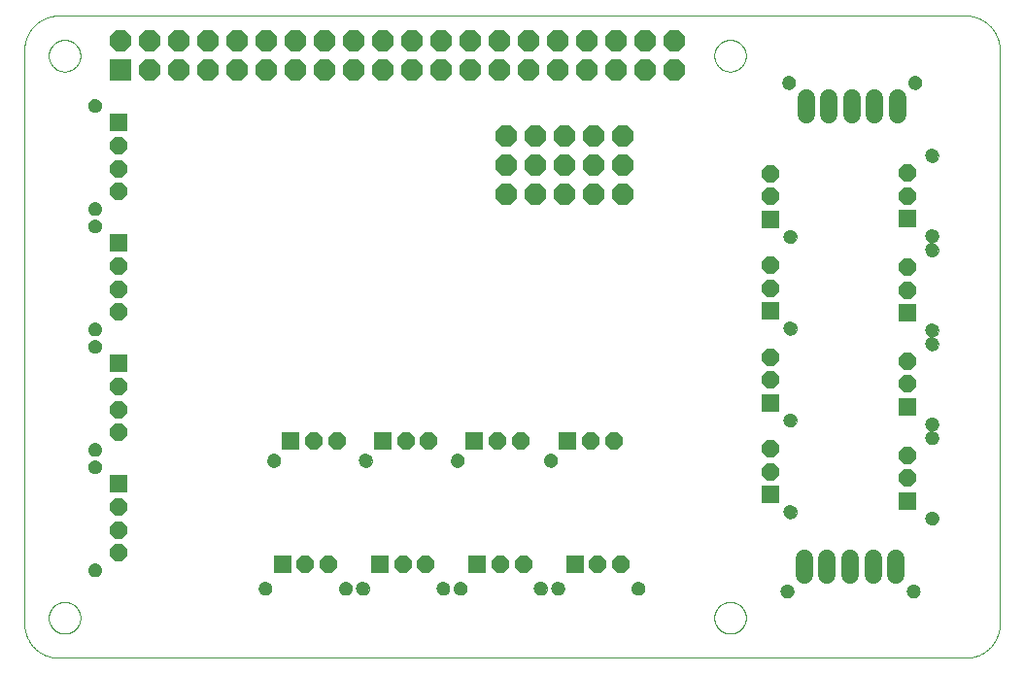
<source format=gbs>
G75*
%MOIN*%
%OFA0B0*%
%FSLAX25Y25*%
%IPPOS*%
%LPD*%
%AMOC8*
5,1,8,0,0,1.08239X$1,22.5*
%
%ADD10R,0.07400X0.07400*%
%ADD11OC8,0.07400*%
%ADD12C,0.00000*%
%ADD13C,0.00039*%
%ADD14OC8,0.06000*%
%ADD15R,0.06000X0.06000*%
%ADD16C,0.04731*%
%ADD17C,0.06000*%
D10*
X0036300Y0206300D03*
D11*
X0046300Y0206300D03*
X0056300Y0206300D03*
X0066300Y0206300D03*
X0076300Y0206300D03*
X0086300Y0206300D03*
X0096300Y0206300D03*
X0106300Y0206300D03*
X0116300Y0206300D03*
X0126300Y0206300D03*
X0136300Y0206300D03*
X0146300Y0206300D03*
X0156300Y0206300D03*
X0166300Y0206300D03*
X0176300Y0206300D03*
X0186300Y0206300D03*
X0196300Y0206300D03*
X0206300Y0206300D03*
X0216300Y0206300D03*
X0226300Y0206300D03*
X0226300Y0216300D03*
X0216300Y0216300D03*
X0206300Y0216300D03*
X0196300Y0216300D03*
X0186300Y0216300D03*
X0176300Y0216300D03*
X0166300Y0216300D03*
X0156300Y0216300D03*
X0146300Y0216300D03*
X0136300Y0216300D03*
X0126300Y0216300D03*
X0116300Y0216300D03*
X0106300Y0216300D03*
X0096300Y0216300D03*
X0086300Y0216300D03*
X0076300Y0216300D03*
X0066300Y0216300D03*
X0056300Y0216300D03*
X0046300Y0216300D03*
X0036300Y0216300D03*
X0168800Y0183800D03*
X0178800Y0183800D03*
X0188800Y0183800D03*
X0198800Y0183800D03*
X0208800Y0183800D03*
X0208800Y0173800D03*
X0198800Y0173800D03*
X0188800Y0173800D03*
X0178800Y0173800D03*
X0168800Y0173800D03*
X0168800Y0163800D03*
X0178800Y0163800D03*
X0188800Y0163800D03*
X0198800Y0163800D03*
X0208800Y0163800D03*
D12*
X0326182Y0004607D02*
X0015158Y0004607D01*
X0014873Y0004610D01*
X0014587Y0004621D01*
X0014302Y0004638D01*
X0014018Y0004662D01*
X0013734Y0004693D01*
X0013451Y0004731D01*
X0013170Y0004776D01*
X0012889Y0004827D01*
X0012609Y0004885D01*
X0012331Y0004950D01*
X0012055Y0005022D01*
X0011781Y0005100D01*
X0011508Y0005185D01*
X0011238Y0005277D01*
X0010970Y0005375D01*
X0010704Y0005479D01*
X0010441Y0005590D01*
X0010181Y0005707D01*
X0009923Y0005830D01*
X0009669Y0005960D01*
X0009418Y0006096D01*
X0009170Y0006237D01*
X0008926Y0006385D01*
X0008685Y0006538D01*
X0008449Y0006698D01*
X0008216Y0006863D01*
X0007987Y0007033D01*
X0007762Y0007209D01*
X0007542Y0007391D01*
X0007326Y0007577D01*
X0007115Y0007769D01*
X0006908Y0007966D01*
X0006706Y0008168D01*
X0006509Y0008375D01*
X0006317Y0008586D01*
X0006131Y0008802D01*
X0005949Y0009022D01*
X0005773Y0009247D01*
X0005603Y0009476D01*
X0005438Y0009709D01*
X0005278Y0009945D01*
X0005125Y0010186D01*
X0004977Y0010430D01*
X0004836Y0010678D01*
X0004700Y0010929D01*
X0004570Y0011183D01*
X0004447Y0011441D01*
X0004330Y0011701D01*
X0004219Y0011964D01*
X0004115Y0012230D01*
X0004017Y0012498D01*
X0003925Y0012768D01*
X0003840Y0013041D01*
X0003762Y0013315D01*
X0003690Y0013591D01*
X0003625Y0013869D01*
X0003567Y0014149D01*
X0003516Y0014430D01*
X0003471Y0014711D01*
X0003433Y0014994D01*
X0003402Y0015278D01*
X0003378Y0015562D01*
X0003361Y0015847D01*
X0003350Y0016133D01*
X0003347Y0016418D01*
X0003347Y0213269D01*
X0003350Y0213554D01*
X0003361Y0213840D01*
X0003378Y0214125D01*
X0003402Y0214409D01*
X0003433Y0214693D01*
X0003471Y0214976D01*
X0003516Y0215257D01*
X0003567Y0215538D01*
X0003625Y0215818D01*
X0003690Y0216096D01*
X0003762Y0216372D01*
X0003840Y0216646D01*
X0003925Y0216919D01*
X0004017Y0217189D01*
X0004115Y0217457D01*
X0004219Y0217723D01*
X0004330Y0217986D01*
X0004447Y0218246D01*
X0004570Y0218504D01*
X0004700Y0218758D01*
X0004836Y0219009D01*
X0004977Y0219257D01*
X0005125Y0219501D01*
X0005278Y0219742D01*
X0005438Y0219978D01*
X0005603Y0220211D01*
X0005773Y0220440D01*
X0005949Y0220665D01*
X0006131Y0220885D01*
X0006317Y0221101D01*
X0006509Y0221312D01*
X0006706Y0221519D01*
X0006908Y0221721D01*
X0007115Y0221918D01*
X0007326Y0222110D01*
X0007542Y0222296D01*
X0007762Y0222478D01*
X0007987Y0222654D01*
X0008216Y0222824D01*
X0008449Y0222989D01*
X0008685Y0223149D01*
X0008926Y0223302D01*
X0009170Y0223450D01*
X0009418Y0223591D01*
X0009669Y0223727D01*
X0009923Y0223857D01*
X0010181Y0223980D01*
X0010441Y0224097D01*
X0010704Y0224208D01*
X0010970Y0224312D01*
X0011238Y0224410D01*
X0011508Y0224502D01*
X0011781Y0224587D01*
X0012055Y0224665D01*
X0012331Y0224737D01*
X0012609Y0224802D01*
X0012889Y0224860D01*
X0013170Y0224911D01*
X0013451Y0224956D01*
X0013734Y0224994D01*
X0014018Y0225025D01*
X0014302Y0225049D01*
X0014587Y0225066D01*
X0014873Y0225077D01*
X0015158Y0225080D01*
X0326182Y0225080D01*
X0326467Y0225077D01*
X0326753Y0225066D01*
X0327038Y0225049D01*
X0327322Y0225025D01*
X0327606Y0224994D01*
X0327889Y0224956D01*
X0328170Y0224911D01*
X0328451Y0224860D01*
X0328731Y0224802D01*
X0329009Y0224737D01*
X0329285Y0224665D01*
X0329559Y0224587D01*
X0329832Y0224502D01*
X0330102Y0224410D01*
X0330370Y0224312D01*
X0330636Y0224208D01*
X0330899Y0224097D01*
X0331159Y0223980D01*
X0331417Y0223857D01*
X0331671Y0223727D01*
X0331922Y0223591D01*
X0332170Y0223450D01*
X0332414Y0223302D01*
X0332655Y0223149D01*
X0332891Y0222989D01*
X0333124Y0222824D01*
X0333353Y0222654D01*
X0333578Y0222478D01*
X0333798Y0222296D01*
X0334014Y0222110D01*
X0334225Y0221918D01*
X0334432Y0221721D01*
X0334634Y0221519D01*
X0334831Y0221312D01*
X0335023Y0221101D01*
X0335209Y0220885D01*
X0335391Y0220665D01*
X0335567Y0220440D01*
X0335737Y0220211D01*
X0335902Y0219978D01*
X0336062Y0219742D01*
X0336215Y0219501D01*
X0336363Y0219257D01*
X0336504Y0219009D01*
X0336640Y0218758D01*
X0336770Y0218504D01*
X0336893Y0218246D01*
X0337010Y0217986D01*
X0337121Y0217723D01*
X0337225Y0217457D01*
X0337323Y0217189D01*
X0337415Y0216919D01*
X0337500Y0216646D01*
X0337578Y0216372D01*
X0337650Y0216096D01*
X0337715Y0215818D01*
X0337773Y0215538D01*
X0337824Y0215257D01*
X0337869Y0214976D01*
X0337907Y0214693D01*
X0337938Y0214409D01*
X0337962Y0214125D01*
X0337979Y0213840D01*
X0337990Y0213554D01*
X0337993Y0213269D01*
X0337993Y0016418D01*
X0337990Y0016133D01*
X0337979Y0015847D01*
X0337962Y0015562D01*
X0337938Y0015278D01*
X0337907Y0014994D01*
X0337869Y0014711D01*
X0337824Y0014430D01*
X0337773Y0014149D01*
X0337715Y0013869D01*
X0337650Y0013591D01*
X0337578Y0013315D01*
X0337500Y0013041D01*
X0337415Y0012768D01*
X0337323Y0012498D01*
X0337225Y0012230D01*
X0337121Y0011964D01*
X0337010Y0011701D01*
X0336893Y0011441D01*
X0336770Y0011183D01*
X0336640Y0010929D01*
X0336504Y0010678D01*
X0336363Y0010430D01*
X0336215Y0010186D01*
X0336062Y0009945D01*
X0335902Y0009709D01*
X0335737Y0009476D01*
X0335567Y0009247D01*
X0335391Y0009022D01*
X0335209Y0008802D01*
X0335023Y0008586D01*
X0334831Y0008375D01*
X0334634Y0008168D01*
X0334432Y0007966D01*
X0334225Y0007769D01*
X0334014Y0007577D01*
X0333798Y0007391D01*
X0333578Y0007209D01*
X0333353Y0007033D01*
X0333124Y0006863D01*
X0332891Y0006698D01*
X0332655Y0006538D01*
X0332414Y0006385D01*
X0332170Y0006237D01*
X0331922Y0006096D01*
X0331671Y0005960D01*
X0331417Y0005830D01*
X0331159Y0005707D01*
X0330899Y0005590D01*
X0330636Y0005479D01*
X0330370Y0005375D01*
X0330102Y0005277D01*
X0329832Y0005185D01*
X0329559Y0005100D01*
X0329285Y0005022D01*
X0329009Y0004950D01*
X0328731Y0004885D01*
X0328451Y0004827D01*
X0328170Y0004776D01*
X0327889Y0004731D01*
X0327606Y0004693D01*
X0327322Y0004662D01*
X0327038Y0004638D01*
X0326753Y0004621D01*
X0326467Y0004610D01*
X0326182Y0004607D01*
X0306152Y0027532D02*
X0306154Y0027625D01*
X0306160Y0027717D01*
X0306170Y0027809D01*
X0306184Y0027900D01*
X0306201Y0027991D01*
X0306223Y0028081D01*
X0306248Y0028170D01*
X0306277Y0028258D01*
X0306310Y0028344D01*
X0306347Y0028429D01*
X0306387Y0028513D01*
X0306431Y0028594D01*
X0306478Y0028674D01*
X0306528Y0028752D01*
X0306582Y0028827D01*
X0306639Y0028900D01*
X0306699Y0028970D01*
X0306762Y0029038D01*
X0306828Y0029103D01*
X0306896Y0029165D01*
X0306967Y0029225D01*
X0307041Y0029281D01*
X0307117Y0029334D01*
X0307195Y0029383D01*
X0307275Y0029430D01*
X0307357Y0029472D01*
X0307441Y0029512D01*
X0307526Y0029547D01*
X0307613Y0029579D01*
X0307701Y0029608D01*
X0307790Y0029632D01*
X0307880Y0029653D01*
X0307971Y0029669D01*
X0308063Y0029682D01*
X0308155Y0029691D01*
X0308248Y0029696D01*
X0308340Y0029697D01*
X0308433Y0029694D01*
X0308525Y0029687D01*
X0308617Y0029676D01*
X0308708Y0029661D01*
X0308799Y0029643D01*
X0308889Y0029620D01*
X0308977Y0029594D01*
X0309065Y0029564D01*
X0309151Y0029530D01*
X0309235Y0029493D01*
X0309318Y0029451D01*
X0309399Y0029407D01*
X0309479Y0029359D01*
X0309556Y0029308D01*
X0309630Y0029253D01*
X0309703Y0029195D01*
X0309773Y0029135D01*
X0309840Y0029071D01*
X0309904Y0029005D01*
X0309966Y0028935D01*
X0310024Y0028864D01*
X0310079Y0028790D01*
X0310131Y0028713D01*
X0310180Y0028634D01*
X0310226Y0028554D01*
X0310268Y0028471D01*
X0310306Y0028387D01*
X0310341Y0028301D01*
X0310372Y0028214D01*
X0310399Y0028126D01*
X0310422Y0028036D01*
X0310442Y0027946D01*
X0310458Y0027855D01*
X0310470Y0027763D01*
X0310478Y0027671D01*
X0310482Y0027578D01*
X0310482Y0027486D01*
X0310478Y0027393D01*
X0310470Y0027301D01*
X0310458Y0027209D01*
X0310442Y0027118D01*
X0310422Y0027028D01*
X0310399Y0026938D01*
X0310372Y0026850D01*
X0310341Y0026763D01*
X0310306Y0026677D01*
X0310268Y0026593D01*
X0310226Y0026510D01*
X0310180Y0026430D01*
X0310131Y0026351D01*
X0310079Y0026274D01*
X0310024Y0026200D01*
X0309966Y0026129D01*
X0309904Y0026059D01*
X0309840Y0025993D01*
X0309773Y0025929D01*
X0309703Y0025869D01*
X0309630Y0025811D01*
X0309556Y0025756D01*
X0309479Y0025705D01*
X0309400Y0025657D01*
X0309318Y0025613D01*
X0309235Y0025571D01*
X0309151Y0025534D01*
X0309065Y0025500D01*
X0308977Y0025470D01*
X0308889Y0025444D01*
X0308799Y0025421D01*
X0308708Y0025403D01*
X0308617Y0025388D01*
X0308525Y0025377D01*
X0308433Y0025370D01*
X0308340Y0025367D01*
X0308248Y0025368D01*
X0308155Y0025373D01*
X0308063Y0025382D01*
X0307971Y0025395D01*
X0307880Y0025411D01*
X0307790Y0025432D01*
X0307701Y0025456D01*
X0307613Y0025485D01*
X0307526Y0025517D01*
X0307441Y0025552D01*
X0307357Y0025592D01*
X0307275Y0025634D01*
X0307195Y0025681D01*
X0307117Y0025730D01*
X0307041Y0025783D01*
X0306967Y0025839D01*
X0306896Y0025899D01*
X0306828Y0025961D01*
X0306762Y0026026D01*
X0306699Y0026094D01*
X0306639Y0026164D01*
X0306582Y0026237D01*
X0306528Y0026312D01*
X0306478Y0026390D01*
X0306431Y0026470D01*
X0306387Y0026551D01*
X0306347Y0026635D01*
X0306310Y0026720D01*
X0306277Y0026806D01*
X0306248Y0026894D01*
X0306223Y0026983D01*
X0306201Y0027073D01*
X0306184Y0027164D01*
X0306170Y0027255D01*
X0306160Y0027347D01*
X0306154Y0027439D01*
X0306152Y0027532D01*
X0312537Y0052559D02*
X0312539Y0052652D01*
X0312545Y0052744D01*
X0312555Y0052836D01*
X0312569Y0052927D01*
X0312586Y0053018D01*
X0312608Y0053108D01*
X0312633Y0053197D01*
X0312662Y0053285D01*
X0312695Y0053371D01*
X0312732Y0053456D01*
X0312772Y0053540D01*
X0312816Y0053621D01*
X0312863Y0053701D01*
X0312913Y0053779D01*
X0312967Y0053854D01*
X0313024Y0053927D01*
X0313084Y0053997D01*
X0313147Y0054065D01*
X0313213Y0054130D01*
X0313281Y0054192D01*
X0313352Y0054252D01*
X0313426Y0054308D01*
X0313502Y0054361D01*
X0313580Y0054410D01*
X0313660Y0054457D01*
X0313742Y0054499D01*
X0313826Y0054539D01*
X0313911Y0054574D01*
X0313998Y0054606D01*
X0314086Y0054635D01*
X0314175Y0054659D01*
X0314265Y0054680D01*
X0314356Y0054696D01*
X0314448Y0054709D01*
X0314540Y0054718D01*
X0314633Y0054723D01*
X0314725Y0054724D01*
X0314818Y0054721D01*
X0314910Y0054714D01*
X0315002Y0054703D01*
X0315093Y0054688D01*
X0315184Y0054670D01*
X0315274Y0054647D01*
X0315362Y0054621D01*
X0315450Y0054591D01*
X0315536Y0054557D01*
X0315620Y0054520D01*
X0315703Y0054478D01*
X0315784Y0054434D01*
X0315864Y0054386D01*
X0315941Y0054335D01*
X0316015Y0054280D01*
X0316088Y0054222D01*
X0316158Y0054162D01*
X0316225Y0054098D01*
X0316289Y0054032D01*
X0316351Y0053962D01*
X0316409Y0053891D01*
X0316464Y0053817D01*
X0316516Y0053740D01*
X0316565Y0053661D01*
X0316611Y0053581D01*
X0316653Y0053498D01*
X0316691Y0053414D01*
X0316726Y0053328D01*
X0316757Y0053241D01*
X0316784Y0053153D01*
X0316807Y0053063D01*
X0316827Y0052973D01*
X0316843Y0052882D01*
X0316855Y0052790D01*
X0316863Y0052698D01*
X0316867Y0052605D01*
X0316867Y0052513D01*
X0316863Y0052420D01*
X0316855Y0052328D01*
X0316843Y0052236D01*
X0316827Y0052145D01*
X0316807Y0052055D01*
X0316784Y0051965D01*
X0316757Y0051877D01*
X0316726Y0051790D01*
X0316691Y0051704D01*
X0316653Y0051620D01*
X0316611Y0051537D01*
X0316565Y0051457D01*
X0316516Y0051378D01*
X0316464Y0051301D01*
X0316409Y0051227D01*
X0316351Y0051156D01*
X0316289Y0051086D01*
X0316225Y0051020D01*
X0316158Y0050956D01*
X0316088Y0050896D01*
X0316015Y0050838D01*
X0315941Y0050783D01*
X0315864Y0050732D01*
X0315785Y0050684D01*
X0315703Y0050640D01*
X0315620Y0050598D01*
X0315536Y0050561D01*
X0315450Y0050527D01*
X0315362Y0050497D01*
X0315274Y0050471D01*
X0315184Y0050448D01*
X0315093Y0050430D01*
X0315002Y0050415D01*
X0314910Y0050404D01*
X0314818Y0050397D01*
X0314725Y0050394D01*
X0314633Y0050395D01*
X0314540Y0050400D01*
X0314448Y0050409D01*
X0314356Y0050422D01*
X0314265Y0050438D01*
X0314175Y0050459D01*
X0314086Y0050483D01*
X0313998Y0050512D01*
X0313911Y0050544D01*
X0313826Y0050579D01*
X0313742Y0050619D01*
X0313660Y0050661D01*
X0313580Y0050708D01*
X0313502Y0050757D01*
X0313426Y0050810D01*
X0313352Y0050866D01*
X0313281Y0050926D01*
X0313213Y0050988D01*
X0313147Y0051053D01*
X0313084Y0051121D01*
X0313024Y0051191D01*
X0312967Y0051264D01*
X0312913Y0051339D01*
X0312863Y0051417D01*
X0312816Y0051497D01*
X0312772Y0051578D01*
X0312732Y0051662D01*
X0312695Y0051747D01*
X0312662Y0051833D01*
X0312633Y0051921D01*
X0312608Y0052010D01*
X0312586Y0052100D01*
X0312569Y0052191D01*
X0312555Y0052282D01*
X0312545Y0052374D01*
X0312539Y0052466D01*
X0312537Y0052559D01*
X0312537Y0080118D02*
X0312539Y0080211D01*
X0312545Y0080303D01*
X0312555Y0080395D01*
X0312569Y0080486D01*
X0312586Y0080577D01*
X0312608Y0080667D01*
X0312633Y0080756D01*
X0312662Y0080844D01*
X0312695Y0080930D01*
X0312732Y0081015D01*
X0312772Y0081099D01*
X0312816Y0081180D01*
X0312863Y0081260D01*
X0312913Y0081338D01*
X0312967Y0081413D01*
X0313024Y0081486D01*
X0313084Y0081556D01*
X0313147Y0081624D01*
X0313213Y0081689D01*
X0313281Y0081751D01*
X0313352Y0081811D01*
X0313426Y0081867D01*
X0313502Y0081920D01*
X0313580Y0081969D01*
X0313660Y0082016D01*
X0313742Y0082058D01*
X0313826Y0082098D01*
X0313911Y0082133D01*
X0313998Y0082165D01*
X0314086Y0082194D01*
X0314175Y0082218D01*
X0314265Y0082239D01*
X0314356Y0082255D01*
X0314448Y0082268D01*
X0314540Y0082277D01*
X0314633Y0082282D01*
X0314725Y0082283D01*
X0314818Y0082280D01*
X0314910Y0082273D01*
X0315002Y0082262D01*
X0315093Y0082247D01*
X0315184Y0082229D01*
X0315274Y0082206D01*
X0315362Y0082180D01*
X0315450Y0082150D01*
X0315536Y0082116D01*
X0315620Y0082079D01*
X0315703Y0082037D01*
X0315784Y0081993D01*
X0315864Y0081945D01*
X0315941Y0081894D01*
X0316015Y0081839D01*
X0316088Y0081781D01*
X0316158Y0081721D01*
X0316225Y0081657D01*
X0316289Y0081591D01*
X0316351Y0081521D01*
X0316409Y0081450D01*
X0316464Y0081376D01*
X0316516Y0081299D01*
X0316565Y0081220D01*
X0316611Y0081140D01*
X0316653Y0081057D01*
X0316691Y0080973D01*
X0316726Y0080887D01*
X0316757Y0080800D01*
X0316784Y0080712D01*
X0316807Y0080622D01*
X0316827Y0080532D01*
X0316843Y0080441D01*
X0316855Y0080349D01*
X0316863Y0080257D01*
X0316867Y0080164D01*
X0316867Y0080072D01*
X0316863Y0079979D01*
X0316855Y0079887D01*
X0316843Y0079795D01*
X0316827Y0079704D01*
X0316807Y0079614D01*
X0316784Y0079524D01*
X0316757Y0079436D01*
X0316726Y0079349D01*
X0316691Y0079263D01*
X0316653Y0079179D01*
X0316611Y0079096D01*
X0316565Y0079016D01*
X0316516Y0078937D01*
X0316464Y0078860D01*
X0316409Y0078786D01*
X0316351Y0078715D01*
X0316289Y0078645D01*
X0316225Y0078579D01*
X0316158Y0078515D01*
X0316088Y0078455D01*
X0316015Y0078397D01*
X0315941Y0078342D01*
X0315864Y0078291D01*
X0315785Y0078243D01*
X0315703Y0078199D01*
X0315620Y0078157D01*
X0315536Y0078120D01*
X0315450Y0078086D01*
X0315362Y0078056D01*
X0315274Y0078030D01*
X0315184Y0078007D01*
X0315093Y0077989D01*
X0315002Y0077974D01*
X0314910Y0077963D01*
X0314818Y0077956D01*
X0314725Y0077953D01*
X0314633Y0077954D01*
X0314540Y0077959D01*
X0314448Y0077968D01*
X0314356Y0077981D01*
X0314265Y0077997D01*
X0314175Y0078018D01*
X0314086Y0078042D01*
X0313998Y0078071D01*
X0313911Y0078103D01*
X0313826Y0078138D01*
X0313742Y0078178D01*
X0313660Y0078220D01*
X0313580Y0078267D01*
X0313502Y0078316D01*
X0313426Y0078369D01*
X0313352Y0078425D01*
X0313281Y0078485D01*
X0313213Y0078547D01*
X0313147Y0078612D01*
X0313084Y0078680D01*
X0313024Y0078750D01*
X0312967Y0078823D01*
X0312913Y0078898D01*
X0312863Y0078976D01*
X0312816Y0079056D01*
X0312772Y0079137D01*
X0312732Y0079221D01*
X0312695Y0079306D01*
X0312662Y0079392D01*
X0312633Y0079480D01*
X0312608Y0079569D01*
X0312586Y0079659D01*
X0312569Y0079750D01*
X0312555Y0079841D01*
X0312545Y0079933D01*
X0312539Y0080025D01*
X0312537Y0080118D01*
X0312537Y0084824D02*
X0312539Y0084917D01*
X0312545Y0085009D01*
X0312555Y0085101D01*
X0312569Y0085192D01*
X0312586Y0085283D01*
X0312608Y0085373D01*
X0312633Y0085462D01*
X0312662Y0085550D01*
X0312695Y0085636D01*
X0312732Y0085721D01*
X0312772Y0085805D01*
X0312816Y0085886D01*
X0312863Y0085966D01*
X0312913Y0086044D01*
X0312967Y0086119D01*
X0313024Y0086192D01*
X0313084Y0086262D01*
X0313147Y0086330D01*
X0313213Y0086395D01*
X0313281Y0086457D01*
X0313352Y0086517D01*
X0313426Y0086573D01*
X0313502Y0086626D01*
X0313580Y0086675D01*
X0313660Y0086722D01*
X0313742Y0086764D01*
X0313826Y0086804D01*
X0313911Y0086839D01*
X0313998Y0086871D01*
X0314086Y0086900D01*
X0314175Y0086924D01*
X0314265Y0086945D01*
X0314356Y0086961D01*
X0314448Y0086974D01*
X0314540Y0086983D01*
X0314633Y0086988D01*
X0314725Y0086989D01*
X0314818Y0086986D01*
X0314910Y0086979D01*
X0315002Y0086968D01*
X0315093Y0086953D01*
X0315184Y0086935D01*
X0315274Y0086912D01*
X0315362Y0086886D01*
X0315450Y0086856D01*
X0315536Y0086822D01*
X0315620Y0086785D01*
X0315703Y0086743D01*
X0315784Y0086699D01*
X0315864Y0086651D01*
X0315941Y0086600D01*
X0316015Y0086545D01*
X0316088Y0086487D01*
X0316158Y0086427D01*
X0316225Y0086363D01*
X0316289Y0086297D01*
X0316351Y0086227D01*
X0316409Y0086156D01*
X0316464Y0086082D01*
X0316516Y0086005D01*
X0316565Y0085926D01*
X0316611Y0085846D01*
X0316653Y0085763D01*
X0316691Y0085679D01*
X0316726Y0085593D01*
X0316757Y0085506D01*
X0316784Y0085418D01*
X0316807Y0085328D01*
X0316827Y0085238D01*
X0316843Y0085147D01*
X0316855Y0085055D01*
X0316863Y0084963D01*
X0316867Y0084870D01*
X0316867Y0084778D01*
X0316863Y0084685D01*
X0316855Y0084593D01*
X0316843Y0084501D01*
X0316827Y0084410D01*
X0316807Y0084320D01*
X0316784Y0084230D01*
X0316757Y0084142D01*
X0316726Y0084055D01*
X0316691Y0083969D01*
X0316653Y0083885D01*
X0316611Y0083802D01*
X0316565Y0083722D01*
X0316516Y0083643D01*
X0316464Y0083566D01*
X0316409Y0083492D01*
X0316351Y0083421D01*
X0316289Y0083351D01*
X0316225Y0083285D01*
X0316158Y0083221D01*
X0316088Y0083161D01*
X0316015Y0083103D01*
X0315941Y0083048D01*
X0315864Y0082997D01*
X0315785Y0082949D01*
X0315703Y0082905D01*
X0315620Y0082863D01*
X0315536Y0082826D01*
X0315450Y0082792D01*
X0315362Y0082762D01*
X0315274Y0082736D01*
X0315184Y0082713D01*
X0315093Y0082695D01*
X0315002Y0082680D01*
X0314910Y0082669D01*
X0314818Y0082662D01*
X0314725Y0082659D01*
X0314633Y0082660D01*
X0314540Y0082665D01*
X0314448Y0082674D01*
X0314356Y0082687D01*
X0314265Y0082703D01*
X0314175Y0082724D01*
X0314086Y0082748D01*
X0313998Y0082777D01*
X0313911Y0082809D01*
X0313826Y0082844D01*
X0313742Y0082884D01*
X0313660Y0082926D01*
X0313580Y0082973D01*
X0313502Y0083022D01*
X0313426Y0083075D01*
X0313352Y0083131D01*
X0313281Y0083191D01*
X0313213Y0083253D01*
X0313147Y0083318D01*
X0313084Y0083386D01*
X0313024Y0083456D01*
X0312967Y0083529D01*
X0312913Y0083604D01*
X0312863Y0083682D01*
X0312816Y0083762D01*
X0312772Y0083843D01*
X0312732Y0083927D01*
X0312695Y0084012D01*
X0312662Y0084098D01*
X0312633Y0084186D01*
X0312608Y0084275D01*
X0312586Y0084365D01*
X0312569Y0084456D01*
X0312555Y0084547D01*
X0312545Y0084639D01*
X0312539Y0084731D01*
X0312537Y0084824D01*
X0312537Y0112383D02*
X0312539Y0112476D01*
X0312545Y0112568D01*
X0312555Y0112660D01*
X0312569Y0112751D01*
X0312586Y0112842D01*
X0312608Y0112932D01*
X0312633Y0113021D01*
X0312662Y0113109D01*
X0312695Y0113195D01*
X0312732Y0113280D01*
X0312772Y0113364D01*
X0312816Y0113445D01*
X0312863Y0113525D01*
X0312913Y0113603D01*
X0312967Y0113678D01*
X0313024Y0113751D01*
X0313084Y0113821D01*
X0313147Y0113889D01*
X0313213Y0113954D01*
X0313281Y0114016D01*
X0313352Y0114076D01*
X0313426Y0114132D01*
X0313502Y0114185D01*
X0313580Y0114234D01*
X0313660Y0114281D01*
X0313742Y0114323D01*
X0313826Y0114363D01*
X0313911Y0114398D01*
X0313998Y0114430D01*
X0314086Y0114459D01*
X0314175Y0114483D01*
X0314265Y0114504D01*
X0314356Y0114520D01*
X0314448Y0114533D01*
X0314540Y0114542D01*
X0314633Y0114547D01*
X0314725Y0114548D01*
X0314818Y0114545D01*
X0314910Y0114538D01*
X0315002Y0114527D01*
X0315093Y0114512D01*
X0315184Y0114494D01*
X0315274Y0114471D01*
X0315362Y0114445D01*
X0315450Y0114415D01*
X0315536Y0114381D01*
X0315620Y0114344D01*
X0315703Y0114302D01*
X0315784Y0114258D01*
X0315864Y0114210D01*
X0315941Y0114159D01*
X0316015Y0114104D01*
X0316088Y0114046D01*
X0316158Y0113986D01*
X0316225Y0113922D01*
X0316289Y0113856D01*
X0316351Y0113786D01*
X0316409Y0113715D01*
X0316464Y0113641D01*
X0316516Y0113564D01*
X0316565Y0113485D01*
X0316611Y0113405D01*
X0316653Y0113322D01*
X0316691Y0113238D01*
X0316726Y0113152D01*
X0316757Y0113065D01*
X0316784Y0112977D01*
X0316807Y0112887D01*
X0316827Y0112797D01*
X0316843Y0112706D01*
X0316855Y0112614D01*
X0316863Y0112522D01*
X0316867Y0112429D01*
X0316867Y0112337D01*
X0316863Y0112244D01*
X0316855Y0112152D01*
X0316843Y0112060D01*
X0316827Y0111969D01*
X0316807Y0111879D01*
X0316784Y0111789D01*
X0316757Y0111701D01*
X0316726Y0111614D01*
X0316691Y0111528D01*
X0316653Y0111444D01*
X0316611Y0111361D01*
X0316565Y0111281D01*
X0316516Y0111202D01*
X0316464Y0111125D01*
X0316409Y0111051D01*
X0316351Y0110980D01*
X0316289Y0110910D01*
X0316225Y0110844D01*
X0316158Y0110780D01*
X0316088Y0110720D01*
X0316015Y0110662D01*
X0315941Y0110607D01*
X0315864Y0110556D01*
X0315785Y0110508D01*
X0315703Y0110464D01*
X0315620Y0110422D01*
X0315536Y0110385D01*
X0315450Y0110351D01*
X0315362Y0110321D01*
X0315274Y0110295D01*
X0315184Y0110272D01*
X0315093Y0110254D01*
X0315002Y0110239D01*
X0314910Y0110228D01*
X0314818Y0110221D01*
X0314725Y0110218D01*
X0314633Y0110219D01*
X0314540Y0110224D01*
X0314448Y0110233D01*
X0314356Y0110246D01*
X0314265Y0110262D01*
X0314175Y0110283D01*
X0314086Y0110307D01*
X0313998Y0110336D01*
X0313911Y0110368D01*
X0313826Y0110403D01*
X0313742Y0110443D01*
X0313660Y0110485D01*
X0313580Y0110532D01*
X0313502Y0110581D01*
X0313426Y0110634D01*
X0313352Y0110690D01*
X0313281Y0110750D01*
X0313213Y0110812D01*
X0313147Y0110877D01*
X0313084Y0110945D01*
X0313024Y0111015D01*
X0312967Y0111088D01*
X0312913Y0111163D01*
X0312863Y0111241D01*
X0312816Y0111321D01*
X0312772Y0111402D01*
X0312732Y0111486D01*
X0312695Y0111571D01*
X0312662Y0111657D01*
X0312633Y0111745D01*
X0312608Y0111834D01*
X0312586Y0111924D01*
X0312569Y0112015D01*
X0312555Y0112106D01*
X0312545Y0112198D01*
X0312539Y0112290D01*
X0312537Y0112383D01*
X0312537Y0117088D02*
X0312539Y0117181D01*
X0312545Y0117273D01*
X0312555Y0117365D01*
X0312569Y0117456D01*
X0312586Y0117547D01*
X0312608Y0117637D01*
X0312633Y0117726D01*
X0312662Y0117814D01*
X0312695Y0117900D01*
X0312732Y0117985D01*
X0312772Y0118069D01*
X0312816Y0118150D01*
X0312863Y0118230D01*
X0312913Y0118308D01*
X0312967Y0118383D01*
X0313024Y0118456D01*
X0313084Y0118526D01*
X0313147Y0118594D01*
X0313213Y0118659D01*
X0313281Y0118721D01*
X0313352Y0118781D01*
X0313426Y0118837D01*
X0313502Y0118890D01*
X0313580Y0118939D01*
X0313660Y0118986D01*
X0313742Y0119028D01*
X0313826Y0119068D01*
X0313911Y0119103D01*
X0313998Y0119135D01*
X0314086Y0119164D01*
X0314175Y0119188D01*
X0314265Y0119209D01*
X0314356Y0119225D01*
X0314448Y0119238D01*
X0314540Y0119247D01*
X0314633Y0119252D01*
X0314725Y0119253D01*
X0314818Y0119250D01*
X0314910Y0119243D01*
X0315002Y0119232D01*
X0315093Y0119217D01*
X0315184Y0119199D01*
X0315274Y0119176D01*
X0315362Y0119150D01*
X0315450Y0119120D01*
X0315536Y0119086D01*
X0315620Y0119049D01*
X0315703Y0119007D01*
X0315784Y0118963D01*
X0315864Y0118915D01*
X0315941Y0118864D01*
X0316015Y0118809D01*
X0316088Y0118751D01*
X0316158Y0118691D01*
X0316225Y0118627D01*
X0316289Y0118561D01*
X0316351Y0118491D01*
X0316409Y0118420D01*
X0316464Y0118346D01*
X0316516Y0118269D01*
X0316565Y0118190D01*
X0316611Y0118110D01*
X0316653Y0118027D01*
X0316691Y0117943D01*
X0316726Y0117857D01*
X0316757Y0117770D01*
X0316784Y0117682D01*
X0316807Y0117592D01*
X0316827Y0117502D01*
X0316843Y0117411D01*
X0316855Y0117319D01*
X0316863Y0117227D01*
X0316867Y0117134D01*
X0316867Y0117042D01*
X0316863Y0116949D01*
X0316855Y0116857D01*
X0316843Y0116765D01*
X0316827Y0116674D01*
X0316807Y0116584D01*
X0316784Y0116494D01*
X0316757Y0116406D01*
X0316726Y0116319D01*
X0316691Y0116233D01*
X0316653Y0116149D01*
X0316611Y0116066D01*
X0316565Y0115986D01*
X0316516Y0115907D01*
X0316464Y0115830D01*
X0316409Y0115756D01*
X0316351Y0115685D01*
X0316289Y0115615D01*
X0316225Y0115549D01*
X0316158Y0115485D01*
X0316088Y0115425D01*
X0316015Y0115367D01*
X0315941Y0115312D01*
X0315864Y0115261D01*
X0315785Y0115213D01*
X0315703Y0115169D01*
X0315620Y0115127D01*
X0315536Y0115090D01*
X0315450Y0115056D01*
X0315362Y0115026D01*
X0315274Y0115000D01*
X0315184Y0114977D01*
X0315093Y0114959D01*
X0315002Y0114944D01*
X0314910Y0114933D01*
X0314818Y0114926D01*
X0314725Y0114923D01*
X0314633Y0114924D01*
X0314540Y0114929D01*
X0314448Y0114938D01*
X0314356Y0114951D01*
X0314265Y0114967D01*
X0314175Y0114988D01*
X0314086Y0115012D01*
X0313998Y0115041D01*
X0313911Y0115073D01*
X0313826Y0115108D01*
X0313742Y0115148D01*
X0313660Y0115190D01*
X0313580Y0115237D01*
X0313502Y0115286D01*
X0313426Y0115339D01*
X0313352Y0115395D01*
X0313281Y0115455D01*
X0313213Y0115517D01*
X0313147Y0115582D01*
X0313084Y0115650D01*
X0313024Y0115720D01*
X0312967Y0115793D01*
X0312913Y0115868D01*
X0312863Y0115946D01*
X0312816Y0116026D01*
X0312772Y0116107D01*
X0312732Y0116191D01*
X0312695Y0116276D01*
X0312662Y0116362D01*
X0312633Y0116450D01*
X0312608Y0116539D01*
X0312586Y0116629D01*
X0312569Y0116720D01*
X0312555Y0116811D01*
X0312545Y0116903D01*
X0312539Y0116995D01*
X0312537Y0117088D01*
X0312537Y0144647D02*
X0312539Y0144740D01*
X0312545Y0144832D01*
X0312555Y0144924D01*
X0312569Y0145015D01*
X0312586Y0145106D01*
X0312608Y0145196D01*
X0312633Y0145285D01*
X0312662Y0145373D01*
X0312695Y0145459D01*
X0312732Y0145544D01*
X0312772Y0145628D01*
X0312816Y0145709D01*
X0312863Y0145789D01*
X0312913Y0145867D01*
X0312967Y0145942D01*
X0313024Y0146015D01*
X0313084Y0146085D01*
X0313147Y0146153D01*
X0313213Y0146218D01*
X0313281Y0146280D01*
X0313352Y0146340D01*
X0313426Y0146396D01*
X0313502Y0146449D01*
X0313580Y0146498D01*
X0313660Y0146545D01*
X0313742Y0146587D01*
X0313826Y0146627D01*
X0313911Y0146662D01*
X0313998Y0146694D01*
X0314086Y0146723D01*
X0314175Y0146747D01*
X0314265Y0146768D01*
X0314356Y0146784D01*
X0314448Y0146797D01*
X0314540Y0146806D01*
X0314633Y0146811D01*
X0314725Y0146812D01*
X0314818Y0146809D01*
X0314910Y0146802D01*
X0315002Y0146791D01*
X0315093Y0146776D01*
X0315184Y0146758D01*
X0315274Y0146735D01*
X0315362Y0146709D01*
X0315450Y0146679D01*
X0315536Y0146645D01*
X0315620Y0146608D01*
X0315703Y0146566D01*
X0315784Y0146522D01*
X0315864Y0146474D01*
X0315941Y0146423D01*
X0316015Y0146368D01*
X0316088Y0146310D01*
X0316158Y0146250D01*
X0316225Y0146186D01*
X0316289Y0146120D01*
X0316351Y0146050D01*
X0316409Y0145979D01*
X0316464Y0145905D01*
X0316516Y0145828D01*
X0316565Y0145749D01*
X0316611Y0145669D01*
X0316653Y0145586D01*
X0316691Y0145502D01*
X0316726Y0145416D01*
X0316757Y0145329D01*
X0316784Y0145241D01*
X0316807Y0145151D01*
X0316827Y0145061D01*
X0316843Y0144970D01*
X0316855Y0144878D01*
X0316863Y0144786D01*
X0316867Y0144693D01*
X0316867Y0144601D01*
X0316863Y0144508D01*
X0316855Y0144416D01*
X0316843Y0144324D01*
X0316827Y0144233D01*
X0316807Y0144143D01*
X0316784Y0144053D01*
X0316757Y0143965D01*
X0316726Y0143878D01*
X0316691Y0143792D01*
X0316653Y0143708D01*
X0316611Y0143625D01*
X0316565Y0143545D01*
X0316516Y0143466D01*
X0316464Y0143389D01*
X0316409Y0143315D01*
X0316351Y0143244D01*
X0316289Y0143174D01*
X0316225Y0143108D01*
X0316158Y0143044D01*
X0316088Y0142984D01*
X0316015Y0142926D01*
X0315941Y0142871D01*
X0315864Y0142820D01*
X0315785Y0142772D01*
X0315703Y0142728D01*
X0315620Y0142686D01*
X0315536Y0142649D01*
X0315450Y0142615D01*
X0315362Y0142585D01*
X0315274Y0142559D01*
X0315184Y0142536D01*
X0315093Y0142518D01*
X0315002Y0142503D01*
X0314910Y0142492D01*
X0314818Y0142485D01*
X0314725Y0142482D01*
X0314633Y0142483D01*
X0314540Y0142488D01*
X0314448Y0142497D01*
X0314356Y0142510D01*
X0314265Y0142526D01*
X0314175Y0142547D01*
X0314086Y0142571D01*
X0313998Y0142600D01*
X0313911Y0142632D01*
X0313826Y0142667D01*
X0313742Y0142707D01*
X0313660Y0142749D01*
X0313580Y0142796D01*
X0313502Y0142845D01*
X0313426Y0142898D01*
X0313352Y0142954D01*
X0313281Y0143014D01*
X0313213Y0143076D01*
X0313147Y0143141D01*
X0313084Y0143209D01*
X0313024Y0143279D01*
X0312967Y0143352D01*
X0312913Y0143427D01*
X0312863Y0143505D01*
X0312816Y0143585D01*
X0312772Y0143666D01*
X0312732Y0143750D01*
X0312695Y0143835D01*
X0312662Y0143921D01*
X0312633Y0144009D01*
X0312608Y0144098D01*
X0312586Y0144188D01*
X0312569Y0144279D01*
X0312555Y0144370D01*
X0312545Y0144462D01*
X0312539Y0144554D01*
X0312537Y0144647D01*
X0312537Y0149453D02*
X0312539Y0149546D01*
X0312545Y0149638D01*
X0312555Y0149730D01*
X0312569Y0149821D01*
X0312586Y0149912D01*
X0312608Y0150002D01*
X0312633Y0150091D01*
X0312662Y0150179D01*
X0312695Y0150265D01*
X0312732Y0150350D01*
X0312772Y0150434D01*
X0312816Y0150515D01*
X0312863Y0150595D01*
X0312913Y0150673D01*
X0312967Y0150748D01*
X0313024Y0150821D01*
X0313084Y0150891D01*
X0313147Y0150959D01*
X0313213Y0151024D01*
X0313281Y0151086D01*
X0313352Y0151146D01*
X0313426Y0151202D01*
X0313502Y0151255D01*
X0313580Y0151304D01*
X0313660Y0151351D01*
X0313742Y0151393D01*
X0313826Y0151433D01*
X0313911Y0151468D01*
X0313998Y0151500D01*
X0314086Y0151529D01*
X0314175Y0151553D01*
X0314265Y0151574D01*
X0314356Y0151590D01*
X0314448Y0151603D01*
X0314540Y0151612D01*
X0314633Y0151617D01*
X0314725Y0151618D01*
X0314818Y0151615D01*
X0314910Y0151608D01*
X0315002Y0151597D01*
X0315093Y0151582D01*
X0315184Y0151564D01*
X0315274Y0151541D01*
X0315362Y0151515D01*
X0315450Y0151485D01*
X0315536Y0151451D01*
X0315620Y0151414D01*
X0315703Y0151372D01*
X0315784Y0151328D01*
X0315864Y0151280D01*
X0315941Y0151229D01*
X0316015Y0151174D01*
X0316088Y0151116D01*
X0316158Y0151056D01*
X0316225Y0150992D01*
X0316289Y0150926D01*
X0316351Y0150856D01*
X0316409Y0150785D01*
X0316464Y0150711D01*
X0316516Y0150634D01*
X0316565Y0150555D01*
X0316611Y0150475D01*
X0316653Y0150392D01*
X0316691Y0150308D01*
X0316726Y0150222D01*
X0316757Y0150135D01*
X0316784Y0150047D01*
X0316807Y0149957D01*
X0316827Y0149867D01*
X0316843Y0149776D01*
X0316855Y0149684D01*
X0316863Y0149592D01*
X0316867Y0149499D01*
X0316867Y0149407D01*
X0316863Y0149314D01*
X0316855Y0149222D01*
X0316843Y0149130D01*
X0316827Y0149039D01*
X0316807Y0148949D01*
X0316784Y0148859D01*
X0316757Y0148771D01*
X0316726Y0148684D01*
X0316691Y0148598D01*
X0316653Y0148514D01*
X0316611Y0148431D01*
X0316565Y0148351D01*
X0316516Y0148272D01*
X0316464Y0148195D01*
X0316409Y0148121D01*
X0316351Y0148050D01*
X0316289Y0147980D01*
X0316225Y0147914D01*
X0316158Y0147850D01*
X0316088Y0147790D01*
X0316015Y0147732D01*
X0315941Y0147677D01*
X0315864Y0147626D01*
X0315785Y0147578D01*
X0315703Y0147534D01*
X0315620Y0147492D01*
X0315536Y0147455D01*
X0315450Y0147421D01*
X0315362Y0147391D01*
X0315274Y0147365D01*
X0315184Y0147342D01*
X0315093Y0147324D01*
X0315002Y0147309D01*
X0314910Y0147298D01*
X0314818Y0147291D01*
X0314725Y0147288D01*
X0314633Y0147289D01*
X0314540Y0147294D01*
X0314448Y0147303D01*
X0314356Y0147316D01*
X0314265Y0147332D01*
X0314175Y0147353D01*
X0314086Y0147377D01*
X0313998Y0147406D01*
X0313911Y0147438D01*
X0313826Y0147473D01*
X0313742Y0147513D01*
X0313660Y0147555D01*
X0313580Y0147602D01*
X0313502Y0147651D01*
X0313426Y0147704D01*
X0313352Y0147760D01*
X0313281Y0147820D01*
X0313213Y0147882D01*
X0313147Y0147947D01*
X0313084Y0148015D01*
X0313024Y0148085D01*
X0312967Y0148158D01*
X0312913Y0148233D01*
X0312863Y0148311D01*
X0312816Y0148391D01*
X0312772Y0148472D01*
X0312732Y0148556D01*
X0312695Y0148641D01*
X0312662Y0148727D01*
X0312633Y0148815D01*
X0312608Y0148904D01*
X0312586Y0148994D01*
X0312569Y0149085D01*
X0312555Y0149176D01*
X0312545Y0149268D01*
X0312539Y0149360D01*
X0312537Y0149453D01*
X0312537Y0177012D02*
X0312539Y0177105D01*
X0312545Y0177197D01*
X0312555Y0177289D01*
X0312569Y0177380D01*
X0312586Y0177471D01*
X0312608Y0177561D01*
X0312633Y0177650D01*
X0312662Y0177738D01*
X0312695Y0177824D01*
X0312732Y0177909D01*
X0312772Y0177993D01*
X0312816Y0178074D01*
X0312863Y0178154D01*
X0312913Y0178232D01*
X0312967Y0178307D01*
X0313024Y0178380D01*
X0313084Y0178450D01*
X0313147Y0178518D01*
X0313213Y0178583D01*
X0313281Y0178645D01*
X0313352Y0178705D01*
X0313426Y0178761D01*
X0313502Y0178814D01*
X0313580Y0178863D01*
X0313660Y0178910D01*
X0313742Y0178952D01*
X0313826Y0178992D01*
X0313911Y0179027D01*
X0313998Y0179059D01*
X0314086Y0179088D01*
X0314175Y0179112D01*
X0314265Y0179133D01*
X0314356Y0179149D01*
X0314448Y0179162D01*
X0314540Y0179171D01*
X0314633Y0179176D01*
X0314725Y0179177D01*
X0314818Y0179174D01*
X0314910Y0179167D01*
X0315002Y0179156D01*
X0315093Y0179141D01*
X0315184Y0179123D01*
X0315274Y0179100D01*
X0315362Y0179074D01*
X0315450Y0179044D01*
X0315536Y0179010D01*
X0315620Y0178973D01*
X0315703Y0178931D01*
X0315784Y0178887D01*
X0315864Y0178839D01*
X0315941Y0178788D01*
X0316015Y0178733D01*
X0316088Y0178675D01*
X0316158Y0178615D01*
X0316225Y0178551D01*
X0316289Y0178485D01*
X0316351Y0178415D01*
X0316409Y0178344D01*
X0316464Y0178270D01*
X0316516Y0178193D01*
X0316565Y0178114D01*
X0316611Y0178034D01*
X0316653Y0177951D01*
X0316691Y0177867D01*
X0316726Y0177781D01*
X0316757Y0177694D01*
X0316784Y0177606D01*
X0316807Y0177516D01*
X0316827Y0177426D01*
X0316843Y0177335D01*
X0316855Y0177243D01*
X0316863Y0177151D01*
X0316867Y0177058D01*
X0316867Y0176966D01*
X0316863Y0176873D01*
X0316855Y0176781D01*
X0316843Y0176689D01*
X0316827Y0176598D01*
X0316807Y0176508D01*
X0316784Y0176418D01*
X0316757Y0176330D01*
X0316726Y0176243D01*
X0316691Y0176157D01*
X0316653Y0176073D01*
X0316611Y0175990D01*
X0316565Y0175910D01*
X0316516Y0175831D01*
X0316464Y0175754D01*
X0316409Y0175680D01*
X0316351Y0175609D01*
X0316289Y0175539D01*
X0316225Y0175473D01*
X0316158Y0175409D01*
X0316088Y0175349D01*
X0316015Y0175291D01*
X0315941Y0175236D01*
X0315864Y0175185D01*
X0315785Y0175137D01*
X0315703Y0175093D01*
X0315620Y0175051D01*
X0315536Y0175014D01*
X0315450Y0174980D01*
X0315362Y0174950D01*
X0315274Y0174924D01*
X0315184Y0174901D01*
X0315093Y0174883D01*
X0315002Y0174868D01*
X0314910Y0174857D01*
X0314818Y0174850D01*
X0314725Y0174847D01*
X0314633Y0174848D01*
X0314540Y0174853D01*
X0314448Y0174862D01*
X0314356Y0174875D01*
X0314265Y0174891D01*
X0314175Y0174912D01*
X0314086Y0174936D01*
X0313998Y0174965D01*
X0313911Y0174997D01*
X0313826Y0175032D01*
X0313742Y0175072D01*
X0313660Y0175114D01*
X0313580Y0175161D01*
X0313502Y0175210D01*
X0313426Y0175263D01*
X0313352Y0175319D01*
X0313281Y0175379D01*
X0313213Y0175441D01*
X0313147Y0175506D01*
X0313084Y0175574D01*
X0313024Y0175644D01*
X0312967Y0175717D01*
X0312913Y0175792D01*
X0312863Y0175870D01*
X0312816Y0175950D01*
X0312772Y0176031D01*
X0312732Y0176115D01*
X0312695Y0176200D01*
X0312662Y0176286D01*
X0312633Y0176374D01*
X0312608Y0176463D01*
X0312586Y0176553D01*
X0312569Y0176644D01*
X0312555Y0176735D01*
X0312545Y0176827D01*
X0312539Y0176919D01*
X0312537Y0177012D01*
X0306726Y0202068D02*
X0306728Y0202161D01*
X0306734Y0202253D01*
X0306744Y0202345D01*
X0306758Y0202436D01*
X0306775Y0202527D01*
X0306797Y0202617D01*
X0306822Y0202706D01*
X0306851Y0202794D01*
X0306884Y0202880D01*
X0306921Y0202965D01*
X0306961Y0203049D01*
X0307005Y0203130D01*
X0307052Y0203210D01*
X0307102Y0203288D01*
X0307156Y0203363D01*
X0307213Y0203436D01*
X0307273Y0203506D01*
X0307336Y0203574D01*
X0307402Y0203639D01*
X0307470Y0203701D01*
X0307541Y0203761D01*
X0307615Y0203817D01*
X0307691Y0203870D01*
X0307769Y0203919D01*
X0307849Y0203966D01*
X0307931Y0204008D01*
X0308015Y0204048D01*
X0308100Y0204083D01*
X0308187Y0204115D01*
X0308275Y0204144D01*
X0308364Y0204168D01*
X0308454Y0204189D01*
X0308545Y0204205D01*
X0308637Y0204218D01*
X0308729Y0204227D01*
X0308822Y0204232D01*
X0308914Y0204233D01*
X0309007Y0204230D01*
X0309099Y0204223D01*
X0309191Y0204212D01*
X0309282Y0204197D01*
X0309373Y0204179D01*
X0309463Y0204156D01*
X0309551Y0204130D01*
X0309639Y0204100D01*
X0309725Y0204066D01*
X0309809Y0204029D01*
X0309892Y0203987D01*
X0309973Y0203943D01*
X0310053Y0203895D01*
X0310130Y0203844D01*
X0310204Y0203789D01*
X0310277Y0203731D01*
X0310347Y0203671D01*
X0310414Y0203607D01*
X0310478Y0203541D01*
X0310540Y0203471D01*
X0310598Y0203400D01*
X0310653Y0203326D01*
X0310705Y0203249D01*
X0310754Y0203170D01*
X0310800Y0203090D01*
X0310842Y0203007D01*
X0310880Y0202923D01*
X0310915Y0202837D01*
X0310946Y0202750D01*
X0310973Y0202662D01*
X0310996Y0202572D01*
X0311016Y0202482D01*
X0311032Y0202391D01*
X0311044Y0202299D01*
X0311052Y0202207D01*
X0311056Y0202114D01*
X0311056Y0202022D01*
X0311052Y0201929D01*
X0311044Y0201837D01*
X0311032Y0201745D01*
X0311016Y0201654D01*
X0310996Y0201564D01*
X0310973Y0201474D01*
X0310946Y0201386D01*
X0310915Y0201299D01*
X0310880Y0201213D01*
X0310842Y0201129D01*
X0310800Y0201046D01*
X0310754Y0200966D01*
X0310705Y0200887D01*
X0310653Y0200810D01*
X0310598Y0200736D01*
X0310540Y0200665D01*
X0310478Y0200595D01*
X0310414Y0200529D01*
X0310347Y0200465D01*
X0310277Y0200405D01*
X0310204Y0200347D01*
X0310130Y0200292D01*
X0310053Y0200241D01*
X0309974Y0200193D01*
X0309892Y0200149D01*
X0309809Y0200107D01*
X0309725Y0200070D01*
X0309639Y0200036D01*
X0309551Y0200006D01*
X0309463Y0199980D01*
X0309373Y0199957D01*
X0309282Y0199939D01*
X0309191Y0199924D01*
X0309099Y0199913D01*
X0309007Y0199906D01*
X0308914Y0199903D01*
X0308822Y0199904D01*
X0308729Y0199909D01*
X0308637Y0199918D01*
X0308545Y0199931D01*
X0308454Y0199947D01*
X0308364Y0199968D01*
X0308275Y0199992D01*
X0308187Y0200021D01*
X0308100Y0200053D01*
X0308015Y0200088D01*
X0307931Y0200128D01*
X0307849Y0200170D01*
X0307769Y0200217D01*
X0307691Y0200266D01*
X0307615Y0200319D01*
X0307541Y0200375D01*
X0307470Y0200435D01*
X0307402Y0200497D01*
X0307336Y0200562D01*
X0307273Y0200630D01*
X0307213Y0200700D01*
X0307156Y0200773D01*
X0307102Y0200848D01*
X0307052Y0200926D01*
X0307005Y0201006D01*
X0306961Y0201087D01*
X0306921Y0201171D01*
X0306884Y0201256D01*
X0306851Y0201342D01*
X0306822Y0201430D01*
X0306797Y0201519D01*
X0306775Y0201609D01*
X0306758Y0201700D01*
X0306744Y0201791D01*
X0306734Y0201883D01*
X0306728Y0201975D01*
X0306726Y0202068D01*
X0263418Y0202068D02*
X0263420Y0202161D01*
X0263426Y0202253D01*
X0263436Y0202345D01*
X0263450Y0202436D01*
X0263467Y0202527D01*
X0263489Y0202617D01*
X0263514Y0202706D01*
X0263543Y0202794D01*
X0263576Y0202880D01*
X0263613Y0202965D01*
X0263653Y0203049D01*
X0263697Y0203130D01*
X0263744Y0203210D01*
X0263794Y0203288D01*
X0263848Y0203363D01*
X0263905Y0203436D01*
X0263965Y0203506D01*
X0264028Y0203574D01*
X0264094Y0203639D01*
X0264162Y0203701D01*
X0264233Y0203761D01*
X0264307Y0203817D01*
X0264383Y0203870D01*
X0264461Y0203919D01*
X0264541Y0203966D01*
X0264623Y0204008D01*
X0264707Y0204048D01*
X0264792Y0204083D01*
X0264879Y0204115D01*
X0264967Y0204144D01*
X0265056Y0204168D01*
X0265146Y0204189D01*
X0265237Y0204205D01*
X0265329Y0204218D01*
X0265421Y0204227D01*
X0265514Y0204232D01*
X0265606Y0204233D01*
X0265699Y0204230D01*
X0265791Y0204223D01*
X0265883Y0204212D01*
X0265974Y0204197D01*
X0266065Y0204179D01*
X0266155Y0204156D01*
X0266243Y0204130D01*
X0266331Y0204100D01*
X0266417Y0204066D01*
X0266501Y0204029D01*
X0266584Y0203987D01*
X0266665Y0203943D01*
X0266745Y0203895D01*
X0266822Y0203844D01*
X0266896Y0203789D01*
X0266969Y0203731D01*
X0267039Y0203671D01*
X0267106Y0203607D01*
X0267170Y0203541D01*
X0267232Y0203471D01*
X0267290Y0203400D01*
X0267345Y0203326D01*
X0267397Y0203249D01*
X0267446Y0203170D01*
X0267492Y0203090D01*
X0267534Y0203007D01*
X0267572Y0202923D01*
X0267607Y0202837D01*
X0267638Y0202750D01*
X0267665Y0202662D01*
X0267688Y0202572D01*
X0267708Y0202482D01*
X0267724Y0202391D01*
X0267736Y0202299D01*
X0267744Y0202207D01*
X0267748Y0202114D01*
X0267748Y0202022D01*
X0267744Y0201929D01*
X0267736Y0201837D01*
X0267724Y0201745D01*
X0267708Y0201654D01*
X0267688Y0201564D01*
X0267665Y0201474D01*
X0267638Y0201386D01*
X0267607Y0201299D01*
X0267572Y0201213D01*
X0267534Y0201129D01*
X0267492Y0201046D01*
X0267446Y0200966D01*
X0267397Y0200887D01*
X0267345Y0200810D01*
X0267290Y0200736D01*
X0267232Y0200665D01*
X0267170Y0200595D01*
X0267106Y0200529D01*
X0267039Y0200465D01*
X0266969Y0200405D01*
X0266896Y0200347D01*
X0266822Y0200292D01*
X0266745Y0200241D01*
X0266666Y0200193D01*
X0266584Y0200149D01*
X0266501Y0200107D01*
X0266417Y0200070D01*
X0266331Y0200036D01*
X0266243Y0200006D01*
X0266155Y0199980D01*
X0266065Y0199957D01*
X0265974Y0199939D01*
X0265883Y0199924D01*
X0265791Y0199913D01*
X0265699Y0199906D01*
X0265606Y0199903D01*
X0265514Y0199904D01*
X0265421Y0199909D01*
X0265329Y0199918D01*
X0265237Y0199931D01*
X0265146Y0199947D01*
X0265056Y0199968D01*
X0264967Y0199992D01*
X0264879Y0200021D01*
X0264792Y0200053D01*
X0264707Y0200088D01*
X0264623Y0200128D01*
X0264541Y0200170D01*
X0264461Y0200217D01*
X0264383Y0200266D01*
X0264307Y0200319D01*
X0264233Y0200375D01*
X0264162Y0200435D01*
X0264094Y0200497D01*
X0264028Y0200562D01*
X0263965Y0200630D01*
X0263905Y0200700D01*
X0263848Y0200773D01*
X0263794Y0200848D01*
X0263744Y0200926D01*
X0263697Y0201006D01*
X0263653Y0201087D01*
X0263613Y0201171D01*
X0263576Y0201256D01*
X0263543Y0201342D01*
X0263514Y0201430D01*
X0263489Y0201519D01*
X0263467Y0201609D01*
X0263450Y0201700D01*
X0263436Y0201791D01*
X0263426Y0201883D01*
X0263420Y0201975D01*
X0263418Y0202068D01*
X0263918Y0149200D02*
X0263920Y0149293D01*
X0263926Y0149385D01*
X0263936Y0149477D01*
X0263950Y0149568D01*
X0263967Y0149659D01*
X0263989Y0149749D01*
X0264014Y0149838D01*
X0264043Y0149926D01*
X0264076Y0150012D01*
X0264113Y0150097D01*
X0264153Y0150181D01*
X0264197Y0150262D01*
X0264244Y0150342D01*
X0264294Y0150420D01*
X0264348Y0150495D01*
X0264405Y0150568D01*
X0264465Y0150638D01*
X0264528Y0150706D01*
X0264594Y0150771D01*
X0264662Y0150833D01*
X0264733Y0150893D01*
X0264807Y0150949D01*
X0264883Y0151002D01*
X0264961Y0151051D01*
X0265041Y0151098D01*
X0265123Y0151140D01*
X0265207Y0151180D01*
X0265292Y0151215D01*
X0265379Y0151247D01*
X0265467Y0151276D01*
X0265556Y0151300D01*
X0265646Y0151321D01*
X0265737Y0151337D01*
X0265829Y0151350D01*
X0265921Y0151359D01*
X0266014Y0151364D01*
X0266106Y0151365D01*
X0266199Y0151362D01*
X0266291Y0151355D01*
X0266383Y0151344D01*
X0266474Y0151329D01*
X0266565Y0151311D01*
X0266655Y0151288D01*
X0266743Y0151262D01*
X0266831Y0151232D01*
X0266917Y0151198D01*
X0267001Y0151161D01*
X0267084Y0151119D01*
X0267165Y0151075D01*
X0267245Y0151027D01*
X0267322Y0150976D01*
X0267396Y0150921D01*
X0267469Y0150863D01*
X0267539Y0150803D01*
X0267606Y0150739D01*
X0267670Y0150673D01*
X0267732Y0150603D01*
X0267790Y0150532D01*
X0267845Y0150458D01*
X0267897Y0150381D01*
X0267946Y0150302D01*
X0267992Y0150222D01*
X0268034Y0150139D01*
X0268072Y0150055D01*
X0268107Y0149969D01*
X0268138Y0149882D01*
X0268165Y0149794D01*
X0268188Y0149704D01*
X0268208Y0149614D01*
X0268224Y0149523D01*
X0268236Y0149431D01*
X0268244Y0149339D01*
X0268248Y0149246D01*
X0268248Y0149154D01*
X0268244Y0149061D01*
X0268236Y0148969D01*
X0268224Y0148877D01*
X0268208Y0148786D01*
X0268188Y0148696D01*
X0268165Y0148606D01*
X0268138Y0148518D01*
X0268107Y0148431D01*
X0268072Y0148345D01*
X0268034Y0148261D01*
X0267992Y0148178D01*
X0267946Y0148098D01*
X0267897Y0148019D01*
X0267845Y0147942D01*
X0267790Y0147868D01*
X0267732Y0147797D01*
X0267670Y0147727D01*
X0267606Y0147661D01*
X0267539Y0147597D01*
X0267469Y0147537D01*
X0267396Y0147479D01*
X0267322Y0147424D01*
X0267245Y0147373D01*
X0267166Y0147325D01*
X0267084Y0147281D01*
X0267001Y0147239D01*
X0266917Y0147202D01*
X0266831Y0147168D01*
X0266743Y0147138D01*
X0266655Y0147112D01*
X0266565Y0147089D01*
X0266474Y0147071D01*
X0266383Y0147056D01*
X0266291Y0147045D01*
X0266199Y0147038D01*
X0266106Y0147035D01*
X0266014Y0147036D01*
X0265921Y0147041D01*
X0265829Y0147050D01*
X0265737Y0147063D01*
X0265646Y0147079D01*
X0265556Y0147100D01*
X0265467Y0147124D01*
X0265379Y0147153D01*
X0265292Y0147185D01*
X0265207Y0147220D01*
X0265123Y0147260D01*
X0265041Y0147302D01*
X0264961Y0147349D01*
X0264883Y0147398D01*
X0264807Y0147451D01*
X0264733Y0147507D01*
X0264662Y0147567D01*
X0264594Y0147629D01*
X0264528Y0147694D01*
X0264465Y0147762D01*
X0264405Y0147832D01*
X0264348Y0147905D01*
X0264294Y0147980D01*
X0264244Y0148058D01*
X0264197Y0148138D01*
X0264153Y0148219D01*
X0264113Y0148303D01*
X0264076Y0148388D01*
X0264043Y0148474D01*
X0264014Y0148562D01*
X0263989Y0148651D01*
X0263967Y0148741D01*
X0263950Y0148832D01*
X0263936Y0148923D01*
X0263926Y0149015D01*
X0263920Y0149107D01*
X0263918Y0149200D01*
X0263918Y0117704D02*
X0263920Y0117797D01*
X0263926Y0117889D01*
X0263936Y0117981D01*
X0263950Y0118072D01*
X0263967Y0118163D01*
X0263989Y0118253D01*
X0264014Y0118342D01*
X0264043Y0118430D01*
X0264076Y0118516D01*
X0264113Y0118601D01*
X0264153Y0118685D01*
X0264197Y0118766D01*
X0264244Y0118846D01*
X0264294Y0118924D01*
X0264348Y0118999D01*
X0264405Y0119072D01*
X0264465Y0119142D01*
X0264528Y0119210D01*
X0264594Y0119275D01*
X0264662Y0119337D01*
X0264733Y0119397D01*
X0264807Y0119453D01*
X0264883Y0119506D01*
X0264961Y0119555D01*
X0265041Y0119602D01*
X0265123Y0119644D01*
X0265207Y0119684D01*
X0265292Y0119719D01*
X0265379Y0119751D01*
X0265467Y0119780D01*
X0265556Y0119804D01*
X0265646Y0119825D01*
X0265737Y0119841D01*
X0265829Y0119854D01*
X0265921Y0119863D01*
X0266014Y0119868D01*
X0266106Y0119869D01*
X0266199Y0119866D01*
X0266291Y0119859D01*
X0266383Y0119848D01*
X0266474Y0119833D01*
X0266565Y0119815D01*
X0266655Y0119792D01*
X0266743Y0119766D01*
X0266831Y0119736D01*
X0266917Y0119702D01*
X0267001Y0119665D01*
X0267084Y0119623D01*
X0267165Y0119579D01*
X0267245Y0119531D01*
X0267322Y0119480D01*
X0267396Y0119425D01*
X0267469Y0119367D01*
X0267539Y0119307D01*
X0267606Y0119243D01*
X0267670Y0119177D01*
X0267732Y0119107D01*
X0267790Y0119036D01*
X0267845Y0118962D01*
X0267897Y0118885D01*
X0267946Y0118806D01*
X0267992Y0118726D01*
X0268034Y0118643D01*
X0268072Y0118559D01*
X0268107Y0118473D01*
X0268138Y0118386D01*
X0268165Y0118298D01*
X0268188Y0118208D01*
X0268208Y0118118D01*
X0268224Y0118027D01*
X0268236Y0117935D01*
X0268244Y0117843D01*
X0268248Y0117750D01*
X0268248Y0117658D01*
X0268244Y0117565D01*
X0268236Y0117473D01*
X0268224Y0117381D01*
X0268208Y0117290D01*
X0268188Y0117200D01*
X0268165Y0117110D01*
X0268138Y0117022D01*
X0268107Y0116935D01*
X0268072Y0116849D01*
X0268034Y0116765D01*
X0267992Y0116682D01*
X0267946Y0116602D01*
X0267897Y0116523D01*
X0267845Y0116446D01*
X0267790Y0116372D01*
X0267732Y0116301D01*
X0267670Y0116231D01*
X0267606Y0116165D01*
X0267539Y0116101D01*
X0267469Y0116041D01*
X0267396Y0115983D01*
X0267322Y0115928D01*
X0267245Y0115877D01*
X0267166Y0115829D01*
X0267084Y0115785D01*
X0267001Y0115743D01*
X0266917Y0115706D01*
X0266831Y0115672D01*
X0266743Y0115642D01*
X0266655Y0115616D01*
X0266565Y0115593D01*
X0266474Y0115575D01*
X0266383Y0115560D01*
X0266291Y0115549D01*
X0266199Y0115542D01*
X0266106Y0115539D01*
X0266014Y0115540D01*
X0265921Y0115545D01*
X0265829Y0115554D01*
X0265737Y0115567D01*
X0265646Y0115583D01*
X0265556Y0115604D01*
X0265467Y0115628D01*
X0265379Y0115657D01*
X0265292Y0115689D01*
X0265207Y0115724D01*
X0265123Y0115764D01*
X0265041Y0115806D01*
X0264961Y0115853D01*
X0264883Y0115902D01*
X0264807Y0115955D01*
X0264733Y0116011D01*
X0264662Y0116071D01*
X0264594Y0116133D01*
X0264528Y0116198D01*
X0264465Y0116266D01*
X0264405Y0116336D01*
X0264348Y0116409D01*
X0264294Y0116484D01*
X0264244Y0116562D01*
X0264197Y0116642D01*
X0264153Y0116723D01*
X0264113Y0116807D01*
X0264076Y0116892D01*
X0264043Y0116978D01*
X0264014Y0117066D01*
X0263989Y0117155D01*
X0263967Y0117245D01*
X0263950Y0117336D01*
X0263936Y0117427D01*
X0263926Y0117519D01*
X0263920Y0117611D01*
X0263918Y0117704D01*
X0263918Y0086208D02*
X0263920Y0086301D01*
X0263926Y0086393D01*
X0263936Y0086485D01*
X0263950Y0086576D01*
X0263967Y0086667D01*
X0263989Y0086757D01*
X0264014Y0086846D01*
X0264043Y0086934D01*
X0264076Y0087020D01*
X0264113Y0087105D01*
X0264153Y0087189D01*
X0264197Y0087270D01*
X0264244Y0087350D01*
X0264294Y0087428D01*
X0264348Y0087503D01*
X0264405Y0087576D01*
X0264465Y0087646D01*
X0264528Y0087714D01*
X0264594Y0087779D01*
X0264662Y0087841D01*
X0264733Y0087901D01*
X0264807Y0087957D01*
X0264883Y0088010D01*
X0264961Y0088059D01*
X0265041Y0088106D01*
X0265123Y0088148D01*
X0265207Y0088188D01*
X0265292Y0088223D01*
X0265379Y0088255D01*
X0265467Y0088284D01*
X0265556Y0088308D01*
X0265646Y0088329D01*
X0265737Y0088345D01*
X0265829Y0088358D01*
X0265921Y0088367D01*
X0266014Y0088372D01*
X0266106Y0088373D01*
X0266199Y0088370D01*
X0266291Y0088363D01*
X0266383Y0088352D01*
X0266474Y0088337D01*
X0266565Y0088319D01*
X0266655Y0088296D01*
X0266743Y0088270D01*
X0266831Y0088240D01*
X0266917Y0088206D01*
X0267001Y0088169D01*
X0267084Y0088127D01*
X0267165Y0088083D01*
X0267245Y0088035D01*
X0267322Y0087984D01*
X0267396Y0087929D01*
X0267469Y0087871D01*
X0267539Y0087811D01*
X0267606Y0087747D01*
X0267670Y0087681D01*
X0267732Y0087611D01*
X0267790Y0087540D01*
X0267845Y0087466D01*
X0267897Y0087389D01*
X0267946Y0087310D01*
X0267992Y0087230D01*
X0268034Y0087147D01*
X0268072Y0087063D01*
X0268107Y0086977D01*
X0268138Y0086890D01*
X0268165Y0086802D01*
X0268188Y0086712D01*
X0268208Y0086622D01*
X0268224Y0086531D01*
X0268236Y0086439D01*
X0268244Y0086347D01*
X0268248Y0086254D01*
X0268248Y0086162D01*
X0268244Y0086069D01*
X0268236Y0085977D01*
X0268224Y0085885D01*
X0268208Y0085794D01*
X0268188Y0085704D01*
X0268165Y0085614D01*
X0268138Y0085526D01*
X0268107Y0085439D01*
X0268072Y0085353D01*
X0268034Y0085269D01*
X0267992Y0085186D01*
X0267946Y0085106D01*
X0267897Y0085027D01*
X0267845Y0084950D01*
X0267790Y0084876D01*
X0267732Y0084805D01*
X0267670Y0084735D01*
X0267606Y0084669D01*
X0267539Y0084605D01*
X0267469Y0084545D01*
X0267396Y0084487D01*
X0267322Y0084432D01*
X0267245Y0084381D01*
X0267166Y0084333D01*
X0267084Y0084289D01*
X0267001Y0084247D01*
X0266917Y0084210D01*
X0266831Y0084176D01*
X0266743Y0084146D01*
X0266655Y0084120D01*
X0266565Y0084097D01*
X0266474Y0084079D01*
X0266383Y0084064D01*
X0266291Y0084053D01*
X0266199Y0084046D01*
X0266106Y0084043D01*
X0266014Y0084044D01*
X0265921Y0084049D01*
X0265829Y0084058D01*
X0265737Y0084071D01*
X0265646Y0084087D01*
X0265556Y0084108D01*
X0265467Y0084132D01*
X0265379Y0084161D01*
X0265292Y0084193D01*
X0265207Y0084228D01*
X0265123Y0084268D01*
X0265041Y0084310D01*
X0264961Y0084357D01*
X0264883Y0084406D01*
X0264807Y0084459D01*
X0264733Y0084515D01*
X0264662Y0084575D01*
X0264594Y0084637D01*
X0264528Y0084702D01*
X0264465Y0084770D01*
X0264405Y0084840D01*
X0264348Y0084913D01*
X0264294Y0084988D01*
X0264244Y0085066D01*
X0264197Y0085146D01*
X0264153Y0085227D01*
X0264113Y0085311D01*
X0264076Y0085396D01*
X0264043Y0085482D01*
X0264014Y0085570D01*
X0263989Y0085659D01*
X0263967Y0085749D01*
X0263950Y0085840D01*
X0263936Y0085931D01*
X0263926Y0086023D01*
X0263920Y0086115D01*
X0263918Y0086208D01*
X0263918Y0054712D02*
X0263920Y0054805D01*
X0263926Y0054897D01*
X0263936Y0054989D01*
X0263950Y0055080D01*
X0263967Y0055171D01*
X0263989Y0055261D01*
X0264014Y0055350D01*
X0264043Y0055438D01*
X0264076Y0055524D01*
X0264113Y0055609D01*
X0264153Y0055693D01*
X0264197Y0055774D01*
X0264244Y0055854D01*
X0264294Y0055932D01*
X0264348Y0056007D01*
X0264405Y0056080D01*
X0264465Y0056150D01*
X0264528Y0056218D01*
X0264594Y0056283D01*
X0264662Y0056345D01*
X0264733Y0056405D01*
X0264807Y0056461D01*
X0264883Y0056514D01*
X0264961Y0056563D01*
X0265041Y0056610D01*
X0265123Y0056652D01*
X0265207Y0056692D01*
X0265292Y0056727D01*
X0265379Y0056759D01*
X0265467Y0056788D01*
X0265556Y0056812D01*
X0265646Y0056833D01*
X0265737Y0056849D01*
X0265829Y0056862D01*
X0265921Y0056871D01*
X0266014Y0056876D01*
X0266106Y0056877D01*
X0266199Y0056874D01*
X0266291Y0056867D01*
X0266383Y0056856D01*
X0266474Y0056841D01*
X0266565Y0056823D01*
X0266655Y0056800D01*
X0266743Y0056774D01*
X0266831Y0056744D01*
X0266917Y0056710D01*
X0267001Y0056673D01*
X0267084Y0056631D01*
X0267165Y0056587D01*
X0267245Y0056539D01*
X0267322Y0056488D01*
X0267396Y0056433D01*
X0267469Y0056375D01*
X0267539Y0056315D01*
X0267606Y0056251D01*
X0267670Y0056185D01*
X0267732Y0056115D01*
X0267790Y0056044D01*
X0267845Y0055970D01*
X0267897Y0055893D01*
X0267946Y0055814D01*
X0267992Y0055734D01*
X0268034Y0055651D01*
X0268072Y0055567D01*
X0268107Y0055481D01*
X0268138Y0055394D01*
X0268165Y0055306D01*
X0268188Y0055216D01*
X0268208Y0055126D01*
X0268224Y0055035D01*
X0268236Y0054943D01*
X0268244Y0054851D01*
X0268248Y0054758D01*
X0268248Y0054666D01*
X0268244Y0054573D01*
X0268236Y0054481D01*
X0268224Y0054389D01*
X0268208Y0054298D01*
X0268188Y0054208D01*
X0268165Y0054118D01*
X0268138Y0054030D01*
X0268107Y0053943D01*
X0268072Y0053857D01*
X0268034Y0053773D01*
X0267992Y0053690D01*
X0267946Y0053610D01*
X0267897Y0053531D01*
X0267845Y0053454D01*
X0267790Y0053380D01*
X0267732Y0053309D01*
X0267670Y0053239D01*
X0267606Y0053173D01*
X0267539Y0053109D01*
X0267469Y0053049D01*
X0267396Y0052991D01*
X0267322Y0052936D01*
X0267245Y0052885D01*
X0267166Y0052837D01*
X0267084Y0052793D01*
X0267001Y0052751D01*
X0266917Y0052714D01*
X0266831Y0052680D01*
X0266743Y0052650D01*
X0266655Y0052624D01*
X0266565Y0052601D01*
X0266474Y0052583D01*
X0266383Y0052568D01*
X0266291Y0052557D01*
X0266199Y0052550D01*
X0266106Y0052547D01*
X0266014Y0052548D01*
X0265921Y0052553D01*
X0265829Y0052562D01*
X0265737Y0052575D01*
X0265646Y0052591D01*
X0265556Y0052612D01*
X0265467Y0052636D01*
X0265379Y0052665D01*
X0265292Y0052697D01*
X0265207Y0052732D01*
X0265123Y0052772D01*
X0265041Y0052814D01*
X0264961Y0052861D01*
X0264883Y0052910D01*
X0264807Y0052963D01*
X0264733Y0053019D01*
X0264662Y0053079D01*
X0264594Y0053141D01*
X0264528Y0053206D01*
X0264465Y0053274D01*
X0264405Y0053344D01*
X0264348Y0053417D01*
X0264294Y0053492D01*
X0264244Y0053570D01*
X0264197Y0053650D01*
X0264153Y0053731D01*
X0264113Y0053815D01*
X0264076Y0053900D01*
X0264043Y0053986D01*
X0264014Y0054074D01*
X0263989Y0054163D01*
X0263967Y0054253D01*
X0263950Y0054344D01*
X0263936Y0054435D01*
X0263926Y0054527D01*
X0263920Y0054619D01*
X0263918Y0054712D01*
X0262844Y0027532D02*
X0262846Y0027625D01*
X0262852Y0027717D01*
X0262862Y0027809D01*
X0262876Y0027900D01*
X0262893Y0027991D01*
X0262915Y0028081D01*
X0262940Y0028170D01*
X0262969Y0028258D01*
X0263002Y0028344D01*
X0263039Y0028429D01*
X0263079Y0028513D01*
X0263123Y0028594D01*
X0263170Y0028674D01*
X0263220Y0028752D01*
X0263274Y0028827D01*
X0263331Y0028900D01*
X0263391Y0028970D01*
X0263454Y0029038D01*
X0263520Y0029103D01*
X0263588Y0029165D01*
X0263659Y0029225D01*
X0263733Y0029281D01*
X0263809Y0029334D01*
X0263887Y0029383D01*
X0263967Y0029430D01*
X0264049Y0029472D01*
X0264133Y0029512D01*
X0264218Y0029547D01*
X0264305Y0029579D01*
X0264393Y0029608D01*
X0264482Y0029632D01*
X0264572Y0029653D01*
X0264663Y0029669D01*
X0264755Y0029682D01*
X0264847Y0029691D01*
X0264940Y0029696D01*
X0265032Y0029697D01*
X0265125Y0029694D01*
X0265217Y0029687D01*
X0265309Y0029676D01*
X0265400Y0029661D01*
X0265491Y0029643D01*
X0265581Y0029620D01*
X0265669Y0029594D01*
X0265757Y0029564D01*
X0265843Y0029530D01*
X0265927Y0029493D01*
X0266010Y0029451D01*
X0266091Y0029407D01*
X0266171Y0029359D01*
X0266248Y0029308D01*
X0266322Y0029253D01*
X0266395Y0029195D01*
X0266465Y0029135D01*
X0266532Y0029071D01*
X0266596Y0029005D01*
X0266658Y0028935D01*
X0266716Y0028864D01*
X0266771Y0028790D01*
X0266823Y0028713D01*
X0266872Y0028634D01*
X0266918Y0028554D01*
X0266960Y0028471D01*
X0266998Y0028387D01*
X0267033Y0028301D01*
X0267064Y0028214D01*
X0267091Y0028126D01*
X0267114Y0028036D01*
X0267134Y0027946D01*
X0267150Y0027855D01*
X0267162Y0027763D01*
X0267170Y0027671D01*
X0267174Y0027578D01*
X0267174Y0027486D01*
X0267170Y0027393D01*
X0267162Y0027301D01*
X0267150Y0027209D01*
X0267134Y0027118D01*
X0267114Y0027028D01*
X0267091Y0026938D01*
X0267064Y0026850D01*
X0267033Y0026763D01*
X0266998Y0026677D01*
X0266960Y0026593D01*
X0266918Y0026510D01*
X0266872Y0026430D01*
X0266823Y0026351D01*
X0266771Y0026274D01*
X0266716Y0026200D01*
X0266658Y0026129D01*
X0266596Y0026059D01*
X0266532Y0025993D01*
X0266465Y0025929D01*
X0266395Y0025869D01*
X0266322Y0025811D01*
X0266248Y0025756D01*
X0266171Y0025705D01*
X0266092Y0025657D01*
X0266010Y0025613D01*
X0265927Y0025571D01*
X0265843Y0025534D01*
X0265757Y0025500D01*
X0265669Y0025470D01*
X0265581Y0025444D01*
X0265491Y0025421D01*
X0265400Y0025403D01*
X0265309Y0025388D01*
X0265217Y0025377D01*
X0265125Y0025370D01*
X0265032Y0025367D01*
X0264940Y0025368D01*
X0264847Y0025373D01*
X0264755Y0025382D01*
X0264663Y0025395D01*
X0264572Y0025411D01*
X0264482Y0025432D01*
X0264393Y0025456D01*
X0264305Y0025485D01*
X0264218Y0025517D01*
X0264133Y0025552D01*
X0264049Y0025592D01*
X0263967Y0025634D01*
X0263887Y0025681D01*
X0263809Y0025730D01*
X0263733Y0025783D01*
X0263659Y0025839D01*
X0263588Y0025899D01*
X0263520Y0025961D01*
X0263454Y0026026D01*
X0263391Y0026094D01*
X0263331Y0026164D01*
X0263274Y0026237D01*
X0263220Y0026312D01*
X0263170Y0026390D01*
X0263123Y0026470D01*
X0263079Y0026551D01*
X0263039Y0026635D01*
X0263002Y0026720D01*
X0262969Y0026806D01*
X0262940Y0026894D01*
X0262915Y0026983D01*
X0262893Y0027073D01*
X0262876Y0027164D01*
X0262862Y0027255D01*
X0262852Y0027347D01*
X0262846Y0027439D01*
X0262844Y0027532D01*
X0211733Y0028465D02*
X0211735Y0028558D01*
X0211741Y0028650D01*
X0211751Y0028742D01*
X0211765Y0028833D01*
X0211782Y0028924D01*
X0211804Y0029014D01*
X0211829Y0029103D01*
X0211858Y0029191D01*
X0211891Y0029277D01*
X0211928Y0029362D01*
X0211968Y0029446D01*
X0212012Y0029527D01*
X0212059Y0029607D01*
X0212109Y0029685D01*
X0212163Y0029760D01*
X0212220Y0029833D01*
X0212280Y0029903D01*
X0212343Y0029971D01*
X0212409Y0030036D01*
X0212477Y0030098D01*
X0212548Y0030158D01*
X0212622Y0030214D01*
X0212698Y0030267D01*
X0212776Y0030316D01*
X0212856Y0030363D01*
X0212938Y0030405D01*
X0213022Y0030445D01*
X0213107Y0030480D01*
X0213194Y0030512D01*
X0213282Y0030541D01*
X0213371Y0030565D01*
X0213461Y0030586D01*
X0213552Y0030602D01*
X0213644Y0030615D01*
X0213736Y0030624D01*
X0213829Y0030629D01*
X0213921Y0030630D01*
X0214014Y0030627D01*
X0214106Y0030620D01*
X0214198Y0030609D01*
X0214289Y0030594D01*
X0214380Y0030576D01*
X0214470Y0030553D01*
X0214558Y0030527D01*
X0214646Y0030497D01*
X0214732Y0030463D01*
X0214816Y0030426D01*
X0214899Y0030384D01*
X0214980Y0030340D01*
X0215060Y0030292D01*
X0215137Y0030241D01*
X0215211Y0030186D01*
X0215284Y0030128D01*
X0215354Y0030068D01*
X0215421Y0030004D01*
X0215485Y0029938D01*
X0215547Y0029868D01*
X0215605Y0029797D01*
X0215660Y0029723D01*
X0215712Y0029646D01*
X0215761Y0029567D01*
X0215807Y0029487D01*
X0215849Y0029404D01*
X0215887Y0029320D01*
X0215922Y0029234D01*
X0215953Y0029147D01*
X0215980Y0029059D01*
X0216003Y0028969D01*
X0216023Y0028879D01*
X0216039Y0028788D01*
X0216051Y0028696D01*
X0216059Y0028604D01*
X0216063Y0028511D01*
X0216063Y0028419D01*
X0216059Y0028326D01*
X0216051Y0028234D01*
X0216039Y0028142D01*
X0216023Y0028051D01*
X0216003Y0027961D01*
X0215980Y0027871D01*
X0215953Y0027783D01*
X0215922Y0027696D01*
X0215887Y0027610D01*
X0215849Y0027526D01*
X0215807Y0027443D01*
X0215761Y0027363D01*
X0215712Y0027284D01*
X0215660Y0027207D01*
X0215605Y0027133D01*
X0215547Y0027062D01*
X0215485Y0026992D01*
X0215421Y0026926D01*
X0215354Y0026862D01*
X0215284Y0026802D01*
X0215211Y0026744D01*
X0215137Y0026689D01*
X0215060Y0026638D01*
X0214981Y0026590D01*
X0214899Y0026546D01*
X0214816Y0026504D01*
X0214732Y0026467D01*
X0214646Y0026433D01*
X0214558Y0026403D01*
X0214470Y0026377D01*
X0214380Y0026354D01*
X0214289Y0026336D01*
X0214198Y0026321D01*
X0214106Y0026310D01*
X0214014Y0026303D01*
X0213921Y0026300D01*
X0213829Y0026301D01*
X0213736Y0026306D01*
X0213644Y0026315D01*
X0213552Y0026328D01*
X0213461Y0026344D01*
X0213371Y0026365D01*
X0213282Y0026389D01*
X0213194Y0026418D01*
X0213107Y0026450D01*
X0213022Y0026485D01*
X0212938Y0026525D01*
X0212856Y0026567D01*
X0212776Y0026614D01*
X0212698Y0026663D01*
X0212622Y0026716D01*
X0212548Y0026772D01*
X0212477Y0026832D01*
X0212409Y0026894D01*
X0212343Y0026959D01*
X0212280Y0027027D01*
X0212220Y0027097D01*
X0212163Y0027170D01*
X0212109Y0027245D01*
X0212059Y0027323D01*
X0212012Y0027403D01*
X0211968Y0027484D01*
X0211928Y0027568D01*
X0211891Y0027653D01*
X0211858Y0027739D01*
X0211829Y0027827D01*
X0211804Y0027916D01*
X0211782Y0028006D01*
X0211765Y0028097D01*
X0211751Y0028188D01*
X0211741Y0028280D01*
X0211735Y0028372D01*
X0211733Y0028465D01*
X0184174Y0028465D02*
X0184176Y0028558D01*
X0184182Y0028650D01*
X0184192Y0028742D01*
X0184206Y0028833D01*
X0184223Y0028924D01*
X0184245Y0029014D01*
X0184270Y0029103D01*
X0184299Y0029191D01*
X0184332Y0029277D01*
X0184369Y0029362D01*
X0184409Y0029446D01*
X0184453Y0029527D01*
X0184500Y0029607D01*
X0184550Y0029685D01*
X0184604Y0029760D01*
X0184661Y0029833D01*
X0184721Y0029903D01*
X0184784Y0029971D01*
X0184850Y0030036D01*
X0184918Y0030098D01*
X0184989Y0030158D01*
X0185063Y0030214D01*
X0185139Y0030267D01*
X0185217Y0030316D01*
X0185297Y0030363D01*
X0185379Y0030405D01*
X0185463Y0030445D01*
X0185548Y0030480D01*
X0185635Y0030512D01*
X0185723Y0030541D01*
X0185812Y0030565D01*
X0185902Y0030586D01*
X0185993Y0030602D01*
X0186085Y0030615D01*
X0186177Y0030624D01*
X0186270Y0030629D01*
X0186362Y0030630D01*
X0186455Y0030627D01*
X0186547Y0030620D01*
X0186639Y0030609D01*
X0186730Y0030594D01*
X0186821Y0030576D01*
X0186911Y0030553D01*
X0186999Y0030527D01*
X0187087Y0030497D01*
X0187173Y0030463D01*
X0187257Y0030426D01*
X0187340Y0030384D01*
X0187421Y0030340D01*
X0187501Y0030292D01*
X0187578Y0030241D01*
X0187652Y0030186D01*
X0187725Y0030128D01*
X0187795Y0030068D01*
X0187862Y0030004D01*
X0187926Y0029938D01*
X0187988Y0029868D01*
X0188046Y0029797D01*
X0188101Y0029723D01*
X0188153Y0029646D01*
X0188202Y0029567D01*
X0188248Y0029487D01*
X0188290Y0029404D01*
X0188328Y0029320D01*
X0188363Y0029234D01*
X0188394Y0029147D01*
X0188421Y0029059D01*
X0188444Y0028969D01*
X0188464Y0028879D01*
X0188480Y0028788D01*
X0188492Y0028696D01*
X0188500Y0028604D01*
X0188504Y0028511D01*
X0188504Y0028419D01*
X0188500Y0028326D01*
X0188492Y0028234D01*
X0188480Y0028142D01*
X0188464Y0028051D01*
X0188444Y0027961D01*
X0188421Y0027871D01*
X0188394Y0027783D01*
X0188363Y0027696D01*
X0188328Y0027610D01*
X0188290Y0027526D01*
X0188248Y0027443D01*
X0188202Y0027363D01*
X0188153Y0027284D01*
X0188101Y0027207D01*
X0188046Y0027133D01*
X0187988Y0027062D01*
X0187926Y0026992D01*
X0187862Y0026926D01*
X0187795Y0026862D01*
X0187725Y0026802D01*
X0187652Y0026744D01*
X0187578Y0026689D01*
X0187501Y0026638D01*
X0187422Y0026590D01*
X0187340Y0026546D01*
X0187257Y0026504D01*
X0187173Y0026467D01*
X0187087Y0026433D01*
X0186999Y0026403D01*
X0186911Y0026377D01*
X0186821Y0026354D01*
X0186730Y0026336D01*
X0186639Y0026321D01*
X0186547Y0026310D01*
X0186455Y0026303D01*
X0186362Y0026300D01*
X0186270Y0026301D01*
X0186177Y0026306D01*
X0186085Y0026315D01*
X0185993Y0026328D01*
X0185902Y0026344D01*
X0185812Y0026365D01*
X0185723Y0026389D01*
X0185635Y0026418D01*
X0185548Y0026450D01*
X0185463Y0026485D01*
X0185379Y0026525D01*
X0185297Y0026567D01*
X0185217Y0026614D01*
X0185139Y0026663D01*
X0185063Y0026716D01*
X0184989Y0026772D01*
X0184918Y0026832D01*
X0184850Y0026894D01*
X0184784Y0026959D01*
X0184721Y0027027D01*
X0184661Y0027097D01*
X0184604Y0027170D01*
X0184550Y0027245D01*
X0184500Y0027323D01*
X0184453Y0027403D01*
X0184409Y0027484D01*
X0184369Y0027568D01*
X0184332Y0027653D01*
X0184299Y0027739D01*
X0184270Y0027827D01*
X0184245Y0027916D01*
X0184223Y0028006D01*
X0184206Y0028097D01*
X0184192Y0028188D01*
X0184182Y0028280D01*
X0184176Y0028372D01*
X0184174Y0028465D01*
X0178269Y0028465D02*
X0178271Y0028558D01*
X0178277Y0028650D01*
X0178287Y0028742D01*
X0178301Y0028833D01*
X0178318Y0028924D01*
X0178340Y0029014D01*
X0178365Y0029103D01*
X0178394Y0029191D01*
X0178427Y0029277D01*
X0178464Y0029362D01*
X0178504Y0029446D01*
X0178548Y0029527D01*
X0178595Y0029607D01*
X0178645Y0029685D01*
X0178699Y0029760D01*
X0178756Y0029833D01*
X0178816Y0029903D01*
X0178879Y0029971D01*
X0178945Y0030036D01*
X0179013Y0030098D01*
X0179084Y0030158D01*
X0179158Y0030214D01*
X0179234Y0030267D01*
X0179312Y0030316D01*
X0179392Y0030363D01*
X0179474Y0030405D01*
X0179558Y0030445D01*
X0179643Y0030480D01*
X0179730Y0030512D01*
X0179818Y0030541D01*
X0179907Y0030565D01*
X0179997Y0030586D01*
X0180088Y0030602D01*
X0180180Y0030615D01*
X0180272Y0030624D01*
X0180365Y0030629D01*
X0180457Y0030630D01*
X0180550Y0030627D01*
X0180642Y0030620D01*
X0180734Y0030609D01*
X0180825Y0030594D01*
X0180916Y0030576D01*
X0181006Y0030553D01*
X0181094Y0030527D01*
X0181182Y0030497D01*
X0181268Y0030463D01*
X0181352Y0030426D01*
X0181435Y0030384D01*
X0181516Y0030340D01*
X0181596Y0030292D01*
X0181673Y0030241D01*
X0181747Y0030186D01*
X0181820Y0030128D01*
X0181890Y0030068D01*
X0181957Y0030004D01*
X0182021Y0029938D01*
X0182083Y0029868D01*
X0182141Y0029797D01*
X0182196Y0029723D01*
X0182248Y0029646D01*
X0182297Y0029567D01*
X0182343Y0029487D01*
X0182385Y0029404D01*
X0182423Y0029320D01*
X0182458Y0029234D01*
X0182489Y0029147D01*
X0182516Y0029059D01*
X0182539Y0028969D01*
X0182559Y0028879D01*
X0182575Y0028788D01*
X0182587Y0028696D01*
X0182595Y0028604D01*
X0182599Y0028511D01*
X0182599Y0028419D01*
X0182595Y0028326D01*
X0182587Y0028234D01*
X0182575Y0028142D01*
X0182559Y0028051D01*
X0182539Y0027961D01*
X0182516Y0027871D01*
X0182489Y0027783D01*
X0182458Y0027696D01*
X0182423Y0027610D01*
X0182385Y0027526D01*
X0182343Y0027443D01*
X0182297Y0027363D01*
X0182248Y0027284D01*
X0182196Y0027207D01*
X0182141Y0027133D01*
X0182083Y0027062D01*
X0182021Y0026992D01*
X0181957Y0026926D01*
X0181890Y0026862D01*
X0181820Y0026802D01*
X0181747Y0026744D01*
X0181673Y0026689D01*
X0181596Y0026638D01*
X0181517Y0026590D01*
X0181435Y0026546D01*
X0181352Y0026504D01*
X0181268Y0026467D01*
X0181182Y0026433D01*
X0181094Y0026403D01*
X0181006Y0026377D01*
X0180916Y0026354D01*
X0180825Y0026336D01*
X0180734Y0026321D01*
X0180642Y0026310D01*
X0180550Y0026303D01*
X0180457Y0026300D01*
X0180365Y0026301D01*
X0180272Y0026306D01*
X0180180Y0026315D01*
X0180088Y0026328D01*
X0179997Y0026344D01*
X0179907Y0026365D01*
X0179818Y0026389D01*
X0179730Y0026418D01*
X0179643Y0026450D01*
X0179558Y0026485D01*
X0179474Y0026525D01*
X0179392Y0026567D01*
X0179312Y0026614D01*
X0179234Y0026663D01*
X0179158Y0026716D01*
X0179084Y0026772D01*
X0179013Y0026832D01*
X0178945Y0026894D01*
X0178879Y0026959D01*
X0178816Y0027027D01*
X0178756Y0027097D01*
X0178699Y0027170D01*
X0178645Y0027245D01*
X0178595Y0027323D01*
X0178548Y0027403D01*
X0178504Y0027484D01*
X0178464Y0027568D01*
X0178427Y0027653D01*
X0178394Y0027739D01*
X0178365Y0027827D01*
X0178340Y0027916D01*
X0178318Y0028006D01*
X0178301Y0028097D01*
X0178287Y0028188D01*
X0178277Y0028280D01*
X0178271Y0028372D01*
X0178269Y0028465D01*
X0150710Y0028465D02*
X0150712Y0028558D01*
X0150718Y0028650D01*
X0150728Y0028742D01*
X0150742Y0028833D01*
X0150759Y0028924D01*
X0150781Y0029014D01*
X0150806Y0029103D01*
X0150835Y0029191D01*
X0150868Y0029277D01*
X0150905Y0029362D01*
X0150945Y0029446D01*
X0150989Y0029527D01*
X0151036Y0029607D01*
X0151086Y0029685D01*
X0151140Y0029760D01*
X0151197Y0029833D01*
X0151257Y0029903D01*
X0151320Y0029971D01*
X0151386Y0030036D01*
X0151454Y0030098D01*
X0151525Y0030158D01*
X0151599Y0030214D01*
X0151675Y0030267D01*
X0151753Y0030316D01*
X0151833Y0030363D01*
X0151915Y0030405D01*
X0151999Y0030445D01*
X0152084Y0030480D01*
X0152171Y0030512D01*
X0152259Y0030541D01*
X0152348Y0030565D01*
X0152438Y0030586D01*
X0152529Y0030602D01*
X0152621Y0030615D01*
X0152713Y0030624D01*
X0152806Y0030629D01*
X0152898Y0030630D01*
X0152991Y0030627D01*
X0153083Y0030620D01*
X0153175Y0030609D01*
X0153266Y0030594D01*
X0153357Y0030576D01*
X0153447Y0030553D01*
X0153535Y0030527D01*
X0153623Y0030497D01*
X0153709Y0030463D01*
X0153793Y0030426D01*
X0153876Y0030384D01*
X0153957Y0030340D01*
X0154037Y0030292D01*
X0154114Y0030241D01*
X0154188Y0030186D01*
X0154261Y0030128D01*
X0154331Y0030068D01*
X0154398Y0030004D01*
X0154462Y0029938D01*
X0154524Y0029868D01*
X0154582Y0029797D01*
X0154637Y0029723D01*
X0154689Y0029646D01*
X0154738Y0029567D01*
X0154784Y0029487D01*
X0154826Y0029404D01*
X0154864Y0029320D01*
X0154899Y0029234D01*
X0154930Y0029147D01*
X0154957Y0029059D01*
X0154980Y0028969D01*
X0155000Y0028879D01*
X0155016Y0028788D01*
X0155028Y0028696D01*
X0155036Y0028604D01*
X0155040Y0028511D01*
X0155040Y0028419D01*
X0155036Y0028326D01*
X0155028Y0028234D01*
X0155016Y0028142D01*
X0155000Y0028051D01*
X0154980Y0027961D01*
X0154957Y0027871D01*
X0154930Y0027783D01*
X0154899Y0027696D01*
X0154864Y0027610D01*
X0154826Y0027526D01*
X0154784Y0027443D01*
X0154738Y0027363D01*
X0154689Y0027284D01*
X0154637Y0027207D01*
X0154582Y0027133D01*
X0154524Y0027062D01*
X0154462Y0026992D01*
X0154398Y0026926D01*
X0154331Y0026862D01*
X0154261Y0026802D01*
X0154188Y0026744D01*
X0154114Y0026689D01*
X0154037Y0026638D01*
X0153958Y0026590D01*
X0153876Y0026546D01*
X0153793Y0026504D01*
X0153709Y0026467D01*
X0153623Y0026433D01*
X0153535Y0026403D01*
X0153447Y0026377D01*
X0153357Y0026354D01*
X0153266Y0026336D01*
X0153175Y0026321D01*
X0153083Y0026310D01*
X0152991Y0026303D01*
X0152898Y0026300D01*
X0152806Y0026301D01*
X0152713Y0026306D01*
X0152621Y0026315D01*
X0152529Y0026328D01*
X0152438Y0026344D01*
X0152348Y0026365D01*
X0152259Y0026389D01*
X0152171Y0026418D01*
X0152084Y0026450D01*
X0151999Y0026485D01*
X0151915Y0026525D01*
X0151833Y0026567D01*
X0151753Y0026614D01*
X0151675Y0026663D01*
X0151599Y0026716D01*
X0151525Y0026772D01*
X0151454Y0026832D01*
X0151386Y0026894D01*
X0151320Y0026959D01*
X0151257Y0027027D01*
X0151197Y0027097D01*
X0151140Y0027170D01*
X0151086Y0027245D01*
X0151036Y0027323D01*
X0150989Y0027403D01*
X0150945Y0027484D01*
X0150905Y0027568D01*
X0150868Y0027653D01*
X0150835Y0027739D01*
X0150806Y0027827D01*
X0150781Y0027916D01*
X0150759Y0028006D01*
X0150742Y0028097D01*
X0150728Y0028188D01*
X0150718Y0028280D01*
X0150712Y0028372D01*
X0150710Y0028465D01*
X0144804Y0028465D02*
X0144806Y0028558D01*
X0144812Y0028650D01*
X0144822Y0028742D01*
X0144836Y0028833D01*
X0144853Y0028924D01*
X0144875Y0029014D01*
X0144900Y0029103D01*
X0144929Y0029191D01*
X0144962Y0029277D01*
X0144999Y0029362D01*
X0145039Y0029446D01*
X0145083Y0029527D01*
X0145130Y0029607D01*
X0145180Y0029685D01*
X0145234Y0029760D01*
X0145291Y0029833D01*
X0145351Y0029903D01*
X0145414Y0029971D01*
X0145480Y0030036D01*
X0145548Y0030098D01*
X0145619Y0030158D01*
X0145693Y0030214D01*
X0145769Y0030267D01*
X0145847Y0030316D01*
X0145927Y0030363D01*
X0146009Y0030405D01*
X0146093Y0030445D01*
X0146178Y0030480D01*
X0146265Y0030512D01*
X0146353Y0030541D01*
X0146442Y0030565D01*
X0146532Y0030586D01*
X0146623Y0030602D01*
X0146715Y0030615D01*
X0146807Y0030624D01*
X0146900Y0030629D01*
X0146992Y0030630D01*
X0147085Y0030627D01*
X0147177Y0030620D01*
X0147269Y0030609D01*
X0147360Y0030594D01*
X0147451Y0030576D01*
X0147541Y0030553D01*
X0147629Y0030527D01*
X0147717Y0030497D01*
X0147803Y0030463D01*
X0147887Y0030426D01*
X0147970Y0030384D01*
X0148051Y0030340D01*
X0148131Y0030292D01*
X0148208Y0030241D01*
X0148282Y0030186D01*
X0148355Y0030128D01*
X0148425Y0030068D01*
X0148492Y0030004D01*
X0148556Y0029938D01*
X0148618Y0029868D01*
X0148676Y0029797D01*
X0148731Y0029723D01*
X0148783Y0029646D01*
X0148832Y0029567D01*
X0148878Y0029487D01*
X0148920Y0029404D01*
X0148958Y0029320D01*
X0148993Y0029234D01*
X0149024Y0029147D01*
X0149051Y0029059D01*
X0149074Y0028969D01*
X0149094Y0028879D01*
X0149110Y0028788D01*
X0149122Y0028696D01*
X0149130Y0028604D01*
X0149134Y0028511D01*
X0149134Y0028419D01*
X0149130Y0028326D01*
X0149122Y0028234D01*
X0149110Y0028142D01*
X0149094Y0028051D01*
X0149074Y0027961D01*
X0149051Y0027871D01*
X0149024Y0027783D01*
X0148993Y0027696D01*
X0148958Y0027610D01*
X0148920Y0027526D01*
X0148878Y0027443D01*
X0148832Y0027363D01*
X0148783Y0027284D01*
X0148731Y0027207D01*
X0148676Y0027133D01*
X0148618Y0027062D01*
X0148556Y0026992D01*
X0148492Y0026926D01*
X0148425Y0026862D01*
X0148355Y0026802D01*
X0148282Y0026744D01*
X0148208Y0026689D01*
X0148131Y0026638D01*
X0148052Y0026590D01*
X0147970Y0026546D01*
X0147887Y0026504D01*
X0147803Y0026467D01*
X0147717Y0026433D01*
X0147629Y0026403D01*
X0147541Y0026377D01*
X0147451Y0026354D01*
X0147360Y0026336D01*
X0147269Y0026321D01*
X0147177Y0026310D01*
X0147085Y0026303D01*
X0146992Y0026300D01*
X0146900Y0026301D01*
X0146807Y0026306D01*
X0146715Y0026315D01*
X0146623Y0026328D01*
X0146532Y0026344D01*
X0146442Y0026365D01*
X0146353Y0026389D01*
X0146265Y0026418D01*
X0146178Y0026450D01*
X0146093Y0026485D01*
X0146009Y0026525D01*
X0145927Y0026567D01*
X0145847Y0026614D01*
X0145769Y0026663D01*
X0145693Y0026716D01*
X0145619Y0026772D01*
X0145548Y0026832D01*
X0145480Y0026894D01*
X0145414Y0026959D01*
X0145351Y0027027D01*
X0145291Y0027097D01*
X0145234Y0027170D01*
X0145180Y0027245D01*
X0145130Y0027323D01*
X0145083Y0027403D01*
X0145039Y0027484D01*
X0144999Y0027568D01*
X0144962Y0027653D01*
X0144929Y0027739D01*
X0144900Y0027827D01*
X0144875Y0027916D01*
X0144853Y0028006D01*
X0144836Y0028097D01*
X0144822Y0028188D01*
X0144812Y0028280D01*
X0144806Y0028372D01*
X0144804Y0028465D01*
X0117245Y0028465D02*
X0117247Y0028558D01*
X0117253Y0028650D01*
X0117263Y0028742D01*
X0117277Y0028833D01*
X0117294Y0028924D01*
X0117316Y0029014D01*
X0117341Y0029103D01*
X0117370Y0029191D01*
X0117403Y0029277D01*
X0117440Y0029362D01*
X0117480Y0029446D01*
X0117524Y0029527D01*
X0117571Y0029607D01*
X0117621Y0029685D01*
X0117675Y0029760D01*
X0117732Y0029833D01*
X0117792Y0029903D01*
X0117855Y0029971D01*
X0117921Y0030036D01*
X0117989Y0030098D01*
X0118060Y0030158D01*
X0118134Y0030214D01*
X0118210Y0030267D01*
X0118288Y0030316D01*
X0118368Y0030363D01*
X0118450Y0030405D01*
X0118534Y0030445D01*
X0118619Y0030480D01*
X0118706Y0030512D01*
X0118794Y0030541D01*
X0118883Y0030565D01*
X0118973Y0030586D01*
X0119064Y0030602D01*
X0119156Y0030615D01*
X0119248Y0030624D01*
X0119341Y0030629D01*
X0119433Y0030630D01*
X0119526Y0030627D01*
X0119618Y0030620D01*
X0119710Y0030609D01*
X0119801Y0030594D01*
X0119892Y0030576D01*
X0119982Y0030553D01*
X0120070Y0030527D01*
X0120158Y0030497D01*
X0120244Y0030463D01*
X0120328Y0030426D01*
X0120411Y0030384D01*
X0120492Y0030340D01*
X0120572Y0030292D01*
X0120649Y0030241D01*
X0120723Y0030186D01*
X0120796Y0030128D01*
X0120866Y0030068D01*
X0120933Y0030004D01*
X0120997Y0029938D01*
X0121059Y0029868D01*
X0121117Y0029797D01*
X0121172Y0029723D01*
X0121224Y0029646D01*
X0121273Y0029567D01*
X0121319Y0029487D01*
X0121361Y0029404D01*
X0121399Y0029320D01*
X0121434Y0029234D01*
X0121465Y0029147D01*
X0121492Y0029059D01*
X0121515Y0028969D01*
X0121535Y0028879D01*
X0121551Y0028788D01*
X0121563Y0028696D01*
X0121571Y0028604D01*
X0121575Y0028511D01*
X0121575Y0028419D01*
X0121571Y0028326D01*
X0121563Y0028234D01*
X0121551Y0028142D01*
X0121535Y0028051D01*
X0121515Y0027961D01*
X0121492Y0027871D01*
X0121465Y0027783D01*
X0121434Y0027696D01*
X0121399Y0027610D01*
X0121361Y0027526D01*
X0121319Y0027443D01*
X0121273Y0027363D01*
X0121224Y0027284D01*
X0121172Y0027207D01*
X0121117Y0027133D01*
X0121059Y0027062D01*
X0120997Y0026992D01*
X0120933Y0026926D01*
X0120866Y0026862D01*
X0120796Y0026802D01*
X0120723Y0026744D01*
X0120649Y0026689D01*
X0120572Y0026638D01*
X0120493Y0026590D01*
X0120411Y0026546D01*
X0120328Y0026504D01*
X0120244Y0026467D01*
X0120158Y0026433D01*
X0120070Y0026403D01*
X0119982Y0026377D01*
X0119892Y0026354D01*
X0119801Y0026336D01*
X0119710Y0026321D01*
X0119618Y0026310D01*
X0119526Y0026303D01*
X0119433Y0026300D01*
X0119341Y0026301D01*
X0119248Y0026306D01*
X0119156Y0026315D01*
X0119064Y0026328D01*
X0118973Y0026344D01*
X0118883Y0026365D01*
X0118794Y0026389D01*
X0118706Y0026418D01*
X0118619Y0026450D01*
X0118534Y0026485D01*
X0118450Y0026525D01*
X0118368Y0026567D01*
X0118288Y0026614D01*
X0118210Y0026663D01*
X0118134Y0026716D01*
X0118060Y0026772D01*
X0117989Y0026832D01*
X0117921Y0026894D01*
X0117855Y0026959D01*
X0117792Y0027027D01*
X0117732Y0027097D01*
X0117675Y0027170D01*
X0117621Y0027245D01*
X0117571Y0027323D01*
X0117524Y0027403D01*
X0117480Y0027484D01*
X0117440Y0027568D01*
X0117403Y0027653D01*
X0117370Y0027739D01*
X0117341Y0027827D01*
X0117316Y0027916D01*
X0117294Y0028006D01*
X0117277Y0028097D01*
X0117263Y0028188D01*
X0117253Y0028280D01*
X0117247Y0028372D01*
X0117245Y0028465D01*
X0111340Y0028465D02*
X0111342Y0028558D01*
X0111348Y0028650D01*
X0111358Y0028742D01*
X0111372Y0028833D01*
X0111389Y0028924D01*
X0111411Y0029014D01*
X0111436Y0029103D01*
X0111465Y0029191D01*
X0111498Y0029277D01*
X0111535Y0029362D01*
X0111575Y0029446D01*
X0111619Y0029527D01*
X0111666Y0029607D01*
X0111716Y0029685D01*
X0111770Y0029760D01*
X0111827Y0029833D01*
X0111887Y0029903D01*
X0111950Y0029971D01*
X0112016Y0030036D01*
X0112084Y0030098D01*
X0112155Y0030158D01*
X0112229Y0030214D01*
X0112305Y0030267D01*
X0112383Y0030316D01*
X0112463Y0030363D01*
X0112545Y0030405D01*
X0112629Y0030445D01*
X0112714Y0030480D01*
X0112801Y0030512D01*
X0112889Y0030541D01*
X0112978Y0030565D01*
X0113068Y0030586D01*
X0113159Y0030602D01*
X0113251Y0030615D01*
X0113343Y0030624D01*
X0113436Y0030629D01*
X0113528Y0030630D01*
X0113621Y0030627D01*
X0113713Y0030620D01*
X0113805Y0030609D01*
X0113896Y0030594D01*
X0113987Y0030576D01*
X0114077Y0030553D01*
X0114165Y0030527D01*
X0114253Y0030497D01*
X0114339Y0030463D01*
X0114423Y0030426D01*
X0114506Y0030384D01*
X0114587Y0030340D01*
X0114667Y0030292D01*
X0114744Y0030241D01*
X0114818Y0030186D01*
X0114891Y0030128D01*
X0114961Y0030068D01*
X0115028Y0030004D01*
X0115092Y0029938D01*
X0115154Y0029868D01*
X0115212Y0029797D01*
X0115267Y0029723D01*
X0115319Y0029646D01*
X0115368Y0029567D01*
X0115414Y0029487D01*
X0115456Y0029404D01*
X0115494Y0029320D01*
X0115529Y0029234D01*
X0115560Y0029147D01*
X0115587Y0029059D01*
X0115610Y0028969D01*
X0115630Y0028879D01*
X0115646Y0028788D01*
X0115658Y0028696D01*
X0115666Y0028604D01*
X0115670Y0028511D01*
X0115670Y0028419D01*
X0115666Y0028326D01*
X0115658Y0028234D01*
X0115646Y0028142D01*
X0115630Y0028051D01*
X0115610Y0027961D01*
X0115587Y0027871D01*
X0115560Y0027783D01*
X0115529Y0027696D01*
X0115494Y0027610D01*
X0115456Y0027526D01*
X0115414Y0027443D01*
X0115368Y0027363D01*
X0115319Y0027284D01*
X0115267Y0027207D01*
X0115212Y0027133D01*
X0115154Y0027062D01*
X0115092Y0026992D01*
X0115028Y0026926D01*
X0114961Y0026862D01*
X0114891Y0026802D01*
X0114818Y0026744D01*
X0114744Y0026689D01*
X0114667Y0026638D01*
X0114588Y0026590D01*
X0114506Y0026546D01*
X0114423Y0026504D01*
X0114339Y0026467D01*
X0114253Y0026433D01*
X0114165Y0026403D01*
X0114077Y0026377D01*
X0113987Y0026354D01*
X0113896Y0026336D01*
X0113805Y0026321D01*
X0113713Y0026310D01*
X0113621Y0026303D01*
X0113528Y0026300D01*
X0113436Y0026301D01*
X0113343Y0026306D01*
X0113251Y0026315D01*
X0113159Y0026328D01*
X0113068Y0026344D01*
X0112978Y0026365D01*
X0112889Y0026389D01*
X0112801Y0026418D01*
X0112714Y0026450D01*
X0112629Y0026485D01*
X0112545Y0026525D01*
X0112463Y0026567D01*
X0112383Y0026614D01*
X0112305Y0026663D01*
X0112229Y0026716D01*
X0112155Y0026772D01*
X0112084Y0026832D01*
X0112016Y0026894D01*
X0111950Y0026959D01*
X0111887Y0027027D01*
X0111827Y0027097D01*
X0111770Y0027170D01*
X0111716Y0027245D01*
X0111666Y0027323D01*
X0111619Y0027403D01*
X0111575Y0027484D01*
X0111535Y0027568D01*
X0111498Y0027653D01*
X0111465Y0027739D01*
X0111436Y0027827D01*
X0111411Y0027916D01*
X0111389Y0028006D01*
X0111372Y0028097D01*
X0111358Y0028188D01*
X0111348Y0028280D01*
X0111342Y0028372D01*
X0111340Y0028465D01*
X0083781Y0028465D02*
X0083783Y0028558D01*
X0083789Y0028650D01*
X0083799Y0028742D01*
X0083813Y0028833D01*
X0083830Y0028924D01*
X0083852Y0029014D01*
X0083877Y0029103D01*
X0083906Y0029191D01*
X0083939Y0029277D01*
X0083976Y0029362D01*
X0084016Y0029446D01*
X0084060Y0029527D01*
X0084107Y0029607D01*
X0084157Y0029685D01*
X0084211Y0029760D01*
X0084268Y0029833D01*
X0084328Y0029903D01*
X0084391Y0029971D01*
X0084457Y0030036D01*
X0084525Y0030098D01*
X0084596Y0030158D01*
X0084670Y0030214D01*
X0084746Y0030267D01*
X0084824Y0030316D01*
X0084904Y0030363D01*
X0084986Y0030405D01*
X0085070Y0030445D01*
X0085155Y0030480D01*
X0085242Y0030512D01*
X0085330Y0030541D01*
X0085419Y0030565D01*
X0085509Y0030586D01*
X0085600Y0030602D01*
X0085692Y0030615D01*
X0085784Y0030624D01*
X0085877Y0030629D01*
X0085969Y0030630D01*
X0086062Y0030627D01*
X0086154Y0030620D01*
X0086246Y0030609D01*
X0086337Y0030594D01*
X0086428Y0030576D01*
X0086518Y0030553D01*
X0086606Y0030527D01*
X0086694Y0030497D01*
X0086780Y0030463D01*
X0086864Y0030426D01*
X0086947Y0030384D01*
X0087028Y0030340D01*
X0087108Y0030292D01*
X0087185Y0030241D01*
X0087259Y0030186D01*
X0087332Y0030128D01*
X0087402Y0030068D01*
X0087469Y0030004D01*
X0087533Y0029938D01*
X0087595Y0029868D01*
X0087653Y0029797D01*
X0087708Y0029723D01*
X0087760Y0029646D01*
X0087809Y0029567D01*
X0087855Y0029487D01*
X0087897Y0029404D01*
X0087935Y0029320D01*
X0087970Y0029234D01*
X0088001Y0029147D01*
X0088028Y0029059D01*
X0088051Y0028969D01*
X0088071Y0028879D01*
X0088087Y0028788D01*
X0088099Y0028696D01*
X0088107Y0028604D01*
X0088111Y0028511D01*
X0088111Y0028419D01*
X0088107Y0028326D01*
X0088099Y0028234D01*
X0088087Y0028142D01*
X0088071Y0028051D01*
X0088051Y0027961D01*
X0088028Y0027871D01*
X0088001Y0027783D01*
X0087970Y0027696D01*
X0087935Y0027610D01*
X0087897Y0027526D01*
X0087855Y0027443D01*
X0087809Y0027363D01*
X0087760Y0027284D01*
X0087708Y0027207D01*
X0087653Y0027133D01*
X0087595Y0027062D01*
X0087533Y0026992D01*
X0087469Y0026926D01*
X0087402Y0026862D01*
X0087332Y0026802D01*
X0087259Y0026744D01*
X0087185Y0026689D01*
X0087108Y0026638D01*
X0087029Y0026590D01*
X0086947Y0026546D01*
X0086864Y0026504D01*
X0086780Y0026467D01*
X0086694Y0026433D01*
X0086606Y0026403D01*
X0086518Y0026377D01*
X0086428Y0026354D01*
X0086337Y0026336D01*
X0086246Y0026321D01*
X0086154Y0026310D01*
X0086062Y0026303D01*
X0085969Y0026300D01*
X0085877Y0026301D01*
X0085784Y0026306D01*
X0085692Y0026315D01*
X0085600Y0026328D01*
X0085509Y0026344D01*
X0085419Y0026365D01*
X0085330Y0026389D01*
X0085242Y0026418D01*
X0085155Y0026450D01*
X0085070Y0026485D01*
X0084986Y0026525D01*
X0084904Y0026567D01*
X0084824Y0026614D01*
X0084746Y0026663D01*
X0084670Y0026716D01*
X0084596Y0026772D01*
X0084525Y0026832D01*
X0084457Y0026894D01*
X0084391Y0026959D01*
X0084328Y0027027D01*
X0084268Y0027097D01*
X0084211Y0027170D01*
X0084157Y0027245D01*
X0084107Y0027323D01*
X0084060Y0027403D01*
X0084016Y0027484D01*
X0083976Y0027568D01*
X0083939Y0027653D01*
X0083906Y0027739D01*
X0083877Y0027827D01*
X0083852Y0027916D01*
X0083830Y0028006D01*
X0083813Y0028097D01*
X0083799Y0028188D01*
X0083789Y0028280D01*
X0083783Y0028372D01*
X0083781Y0028465D01*
X0025316Y0034765D02*
X0025318Y0034858D01*
X0025324Y0034950D01*
X0025334Y0035042D01*
X0025348Y0035133D01*
X0025365Y0035224D01*
X0025387Y0035314D01*
X0025412Y0035403D01*
X0025441Y0035491D01*
X0025474Y0035577D01*
X0025511Y0035662D01*
X0025551Y0035746D01*
X0025595Y0035827D01*
X0025642Y0035907D01*
X0025692Y0035985D01*
X0025746Y0036060D01*
X0025803Y0036133D01*
X0025863Y0036203D01*
X0025926Y0036271D01*
X0025992Y0036336D01*
X0026060Y0036398D01*
X0026131Y0036458D01*
X0026205Y0036514D01*
X0026281Y0036567D01*
X0026359Y0036616D01*
X0026439Y0036663D01*
X0026521Y0036705D01*
X0026605Y0036745D01*
X0026690Y0036780D01*
X0026777Y0036812D01*
X0026865Y0036841D01*
X0026954Y0036865D01*
X0027044Y0036886D01*
X0027135Y0036902D01*
X0027227Y0036915D01*
X0027319Y0036924D01*
X0027412Y0036929D01*
X0027504Y0036930D01*
X0027597Y0036927D01*
X0027689Y0036920D01*
X0027781Y0036909D01*
X0027872Y0036894D01*
X0027963Y0036876D01*
X0028053Y0036853D01*
X0028141Y0036827D01*
X0028229Y0036797D01*
X0028315Y0036763D01*
X0028399Y0036726D01*
X0028482Y0036684D01*
X0028563Y0036640D01*
X0028643Y0036592D01*
X0028720Y0036541D01*
X0028794Y0036486D01*
X0028867Y0036428D01*
X0028937Y0036368D01*
X0029004Y0036304D01*
X0029068Y0036238D01*
X0029130Y0036168D01*
X0029188Y0036097D01*
X0029243Y0036023D01*
X0029295Y0035946D01*
X0029344Y0035867D01*
X0029390Y0035787D01*
X0029432Y0035704D01*
X0029470Y0035620D01*
X0029505Y0035534D01*
X0029536Y0035447D01*
X0029563Y0035359D01*
X0029586Y0035269D01*
X0029606Y0035179D01*
X0029622Y0035088D01*
X0029634Y0034996D01*
X0029642Y0034904D01*
X0029646Y0034811D01*
X0029646Y0034719D01*
X0029642Y0034626D01*
X0029634Y0034534D01*
X0029622Y0034442D01*
X0029606Y0034351D01*
X0029586Y0034261D01*
X0029563Y0034171D01*
X0029536Y0034083D01*
X0029505Y0033996D01*
X0029470Y0033910D01*
X0029432Y0033826D01*
X0029390Y0033743D01*
X0029344Y0033663D01*
X0029295Y0033584D01*
X0029243Y0033507D01*
X0029188Y0033433D01*
X0029130Y0033362D01*
X0029068Y0033292D01*
X0029004Y0033226D01*
X0028937Y0033162D01*
X0028867Y0033102D01*
X0028794Y0033044D01*
X0028720Y0032989D01*
X0028643Y0032938D01*
X0028564Y0032890D01*
X0028482Y0032846D01*
X0028399Y0032804D01*
X0028315Y0032767D01*
X0028229Y0032733D01*
X0028141Y0032703D01*
X0028053Y0032677D01*
X0027963Y0032654D01*
X0027872Y0032636D01*
X0027781Y0032621D01*
X0027689Y0032610D01*
X0027597Y0032603D01*
X0027504Y0032600D01*
X0027412Y0032601D01*
X0027319Y0032606D01*
X0027227Y0032615D01*
X0027135Y0032628D01*
X0027044Y0032644D01*
X0026954Y0032665D01*
X0026865Y0032689D01*
X0026777Y0032718D01*
X0026690Y0032750D01*
X0026605Y0032785D01*
X0026521Y0032825D01*
X0026439Y0032867D01*
X0026359Y0032914D01*
X0026281Y0032963D01*
X0026205Y0033016D01*
X0026131Y0033072D01*
X0026060Y0033132D01*
X0025992Y0033194D01*
X0025926Y0033259D01*
X0025863Y0033327D01*
X0025803Y0033397D01*
X0025746Y0033470D01*
X0025692Y0033545D01*
X0025642Y0033623D01*
X0025595Y0033703D01*
X0025551Y0033784D01*
X0025511Y0033868D01*
X0025474Y0033953D01*
X0025441Y0034039D01*
X0025412Y0034127D01*
X0025387Y0034216D01*
X0025365Y0034306D01*
X0025348Y0034397D01*
X0025334Y0034488D01*
X0025324Y0034580D01*
X0025318Y0034672D01*
X0025316Y0034765D01*
X0025316Y0070198D02*
X0025318Y0070291D01*
X0025324Y0070383D01*
X0025334Y0070475D01*
X0025348Y0070566D01*
X0025365Y0070657D01*
X0025387Y0070747D01*
X0025412Y0070836D01*
X0025441Y0070924D01*
X0025474Y0071010D01*
X0025511Y0071095D01*
X0025551Y0071179D01*
X0025595Y0071260D01*
X0025642Y0071340D01*
X0025692Y0071418D01*
X0025746Y0071493D01*
X0025803Y0071566D01*
X0025863Y0071636D01*
X0025926Y0071704D01*
X0025992Y0071769D01*
X0026060Y0071831D01*
X0026131Y0071891D01*
X0026205Y0071947D01*
X0026281Y0072000D01*
X0026359Y0072049D01*
X0026439Y0072096D01*
X0026521Y0072138D01*
X0026605Y0072178D01*
X0026690Y0072213D01*
X0026777Y0072245D01*
X0026865Y0072274D01*
X0026954Y0072298D01*
X0027044Y0072319D01*
X0027135Y0072335D01*
X0027227Y0072348D01*
X0027319Y0072357D01*
X0027412Y0072362D01*
X0027504Y0072363D01*
X0027597Y0072360D01*
X0027689Y0072353D01*
X0027781Y0072342D01*
X0027872Y0072327D01*
X0027963Y0072309D01*
X0028053Y0072286D01*
X0028141Y0072260D01*
X0028229Y0072230D01*
X0028315Y0072196D01*
X0028399Y0072159D01*
X0028482Y0072117D01*
X0028563Y0072073D01*
X0028643Y0072025D01*
X0028720Y0071974D01*
X0028794Y0071919D01*
X0028867Y0071861D01*
X0028937Y0071801D01*
X0029004Y0071737D01*
X0029068Y0071671D01*
X0029130Y0071601D01*
X0029188Y0071530D01*
X0029243Y0071456D01*
X0029295Y0071379D01*
X0029344Y0071300D01*
X0029390Y0071220D01*
X0029432Y0071137D01*
X0029470Y0071053D01*
X0029505Y0070967D01*
X0029536Y0070880D01*
X0029563Y0070792D01*
X0029586Y0070702D01*
X0029606Y0070612D01*
X0029622Y0070521D01*
X0029634Y0070429D01*
X0029642Y0070337D01*
X0029646Y0070244D01*
X0029646Y0070152D01*
X0029642Y0070059D01*
X0029634Y0069967D01*
X0029622Y0069875D01*
X0029606Y0069784D01*
X0029586Y0069694D01*
X0029563Y0069604D01*
X0029536Y0069516D01*
X0029505Y0069429D01*
X0029470Y0069343D01*
X0029432Y0069259D01*
X0029390Y0069176D01*
X0029344Y0069096D01*
X0029295Y0069017D01*
X0029243Y0068940D01*
X0029188Y0068866D01*
X0029130Y0068795D01*
X0029068Y0068725D01*
X0029004Y0068659D01*
X0028937Y0068595D01*
X0028867Y0068535D01*
X0028794Y0068477D01*
X0028720Y0068422D01*
X0028643Y0068371D01*
X0028564Y0068323D01*
X0028482Y0068279D01*
X0028399Y0068237D01*
X0028315Y0068200D01*
X0028229Y0068166D01*
X0028141Y0068136D01*
X0028053Y0068110D01*
X0027963Y0068087D01*
X0027872Y0068069D01*
X0027781Y0068054D01*
X0027689Y0068043D01*
X0027597Y0068036D01*
X0027504Y0068033D01*
X0027412Y0068034D01*
X0027319Y0068039D01*
X0027227Y0068048D01*
X0027135Y0068061D01*
X0027044Y0068077D01*
X0026954Y0068098D01*
X0026865Y0068122D01*
X0026777Y0068151D01*
X0026690Y0068183D01*
X0026605Y0068218D01*
X0026521Y0068258D01*
X0026439Y0068300D01*
X0026359Y0068347D01*
X0026281Y0068396D01*
X0026205Y0068449D01*
X0026131Y0068505D01*
X0026060Y0068565D01*
X0025992Y0068627D01*
X0025926Y0068692D01*
X0025863Y0068760D01*
X0025803Y0068830D01*
X0025746Y0068903D01*
X0025692Y0068978D01*
X0025642Y0069056D01*
X0025595Y0069136D01*
X0025551Y0069217D01*
X0025511Y0069301D01*
X0025474Y0069386D01*
X0025441Y0069472D01*
X0025412Y0069560D01*
X0025387Y0069649D01*
X0025365Y0069739D01*
X0025348Y0069830D01*
X0025334Y0069921D01*
X0025324Y0070013D01*
X0025318Y0070105D01*
X0025316Y0070198D01*
X0025316Y0076103D02*
X0025318Y0076196D01*
X0025324Y0076288D01*
X0025334Y0076380D01*
X0025348Y0076471D01*
X0025365Y0076562D01*
X0025387Y0076652D01*
X0025412Y0076741D01*
X0025441Y0076829D01*
X0025474Y0076915D01*
X0025511Y0077000D01*
X0025551Y0077084D01*
X0025595Y0077165D01*
X0025642Y0077245D01*
X0025692Y0077323D01*
X0025746Y0077398D01*
X0025803Y0077471D01*
X0025863Y0077541D01*
X0025926Y0077609D01*
X0025992Y0077674D01*
X0026060Y0077736D01*
X0026131Y0077796D01*
X0026205Y0077852D01*
X0026281Y0077905D01*
X0026359Y0077954D01*
X0026439Y0078001D01*
X0026521Y0078043D01*
X0026605Y0078083D01*
X0026690Y0078118D01*
X0026777Y0078150D01*
X0026865Y0078179D01*
X0026954Y0078203D01*
X0027044Y0078224D01*
X0027135Y0078240D01*
X0027227Y0078253D01*
X0027319Y0078262D01*
X0027412Y0078267D01*
X0027504Y0078268D01*
X0027597Y0078265D01*
X0027689Y0078258D01*
X0027781Y0078247D01*
X0027872Y0078232D01*
X0027963Y0078214D01*
X0028053Y0078191D01*
X0028141Y0078165D01*
X0028229Y0078135D01*
X0028315Y0078101D01*
X0028399Y0078064D01*
X0028482Y0078022D01*
X0028563Y0077978D01*
X0028643Y0077930D01*
X0028720Y0077879D01*
X0028794Y0077824D01*
X0028867Y0077766D01*
X0028937Y0077706D01*
X0029004Y0077642D01*
X0029068Y0077576D01*
X0029130Y0077506D01*
X0029188Y0077435D01*
X0029243Y0077361D01*
X0029295Y0077284D01*
X0029344Y0077205D01*
X0029390Y0077125D01*
X0029432Y0077042D01*
X0029470Y0076958D01*
X0029505Y0076872D01*
X0029536Y0076785D01*
X0029563Y0076697D01*
X0029586Y0076607D01*
X0029606Y0076517D01*
X0029622Y0076426D01*
X0029634Y0076334D01*
X0029642Y0076242D01*
X0029646Y0076149D01*
X0029646Y0076057D01*
X0029642Y0075964D01*
X0029634Y0075872D01*
X0029622Y0075780D01*
X0029606Y0075689D01*
X0029586Y0075599D01*
X0029563Y0075509D01*
X0029536Y0075421D01*
X0029505Y0075334D01*
X0029470Y0075248D01*
X0029432Y0075164D01*
X0029390Y0075081D01*
X0029344Y0075001D01*
X0029295Y0074922D01*
X0029243Y0074845D01*
X0029188Y0074771D01*
X0029130Y0074700D01*
X0029068Y0074630D01*
X0029004Y0074564D01*
X0028937Y0074500D01*
X0028867Y0074440D01*
X0028794Y0074382D01*
X0028720Y0074327D01*
X0028643Y0074276D01*
X0028564Y0074228D01*
X0028482Y0074184D01*
X0028399Y0074142D01*
X0028315Y0074105D01*
X0028229Y0074071D01*
X0028141Y0074041D01*
X0028053Y0074015D01*
X0027963Y0073992D01*
X0027872Y0073974D01*
X0027781Y0073959D01*
X0027689Y0073948D01*
X0027597Y0073941D01*
X0027504Y0073938D01*
X0027412Y0073939D01*
X0027319Y0073944D01*
X0027227Y0073953D01*
X0027135Y0073966D01*
X0027044Y0073982D01*
X0026954Y0074003D01*
X0026865Y0074027D01*
X0026777Y0074056D01*
X0026690Y0074088D01*
X0026605Y0074123D01*
X0026521Y0074163D01*
X0026439Y0074205D01*
X0026359Y0074252D01*
X0026281Y0074301D01*
X0026205Y0074354D01*
X0026131Y0074410D01*
X0026060Y0074470D01*
X0025992Y0074532D01*
X0025926Y0074597D01*
X0025863Y0074665D01*
X0025803Y0074735D01*
X0025746Y0074808D01*
X0025692Y0074883D01*
X0025642Y0074961D01*
X0025595Y0075041D01*
X0025551Y0075122D01*
X0025511Y0075206D01*
X0025474Y0075291D01*
X0025441Y0075377D01*
X0025412Y0075465D01*
X0025387Y0075554D01*
X0025365Y0075644D01*
X0025348Y0075735D01*
X0025334Y0075826D01*
X0025324Y0075918D01*
X0025318Y0076010D01*
X0025316Y0076103D01*
X0025316Y0111536D02*
X0025318Y0111629D01*
X0025324Y0111721D01*
X0025334Y0111813D01*
X0025348Y0111904D01*
X0025365Y0111995D01*
X0025387Y0112085D01*
X0025412Y0112174D01*
X0025441Y0112262D01*
X0025474Y0112348D01*
X0025511Y0112433D01*
X0025551Y0112517D01*
X0025595Y0112598D01*
X0025642Y0112678D01*
X0025692Y0112756D01*
X0025746Y0112831D01*
X0025803Y0112904D01*
X0025863Y0112974D01*
X0025926Y0113042D01*
X0025992Y0113107D01*
X0026060Y0113169D01*
X0026131Y0113229D01*
X0026205Y0113285D01*
X0026281Y0113338D01*
X0026359Y0113387D01*
X0026439Y0113434D01*
X0026521Y0113476D01*
X0026605Y0113516D01*
X0026690Y0113551D01*
X0026777Y0113583D01*
X0026865Y0113612D01*
X0026954Y0113636D01*
X0027044Y0113657D01*
X0027135Y0113673D01*
X0027227Y0113686D01*
X0027319Y0113695D01*
X0027412Y0113700D01*
X0027504Y0113701D01*
X0027597Y0113698D01*
X0027689Y0113691D01*
X0027781Y0113680D01*
X0027872Y0113665D01*
X0027963Y0113647D01*
X0028053Y0113624D01*
X0028141Y0113598D01*
X0028229Y0113568D01*
X0028315Y0113534D01*
X0028399Y0113497D01*
X0028482Y0113455D01*
X0028563Y0113411D01*
X0028643Y0113363D01*
X0028720Y0113312D01*
X0028794Y0113257D01*
X0028867Y0113199D01*
X0028937Y0113139D01*
X0029004Y0113075D01*
X0029068Y0113009D01*
X0029130Y0112939D01*
X0029188Y0112868D01*
X0029243Y0112794D01*
X0029295Y0112717D01*
X0029344Y0112638D01*
X0029390Y0112558D01*
X0029432Y0112475D01*
X0029470Y0112391D01*
X0029505Y0112305D01*
X0029536Y0112218D01*
X0029563Y0112130D01*
X0029586Y0112040D01*
X0029606Y0111950D01*
X0029622Y0111859D01*
X0029634Y0111767D01*
X0029642Y0111675D01*
X0029646Y0111582D01*
X0029646Y0111490D01*
X0029642Y0111397D01*
X0029634Y0111305D01*
X0029622Y0111213D01*
X0029606Y0111122D01*
X0029586Y0111032D01*
X0029563Y0110942D01*
X0029536Y0110854D01*
X0029505Y0110767D01*
X0029470Y0110681D01*
X0029432Y0110597D01*
X0029390Y0110514D01*
X0029344Y0110434D01*
X0029295Y0110355D01*
X0029243Y0110278D01*
X0029188Y0110204D01*
X0029130Y0110133D01*
X0029068Y0110063D01*
X0029004Y0109997D01*
X0028937Y0109933D01*
X0028867Y0109873D01*
X0028794Y0109815D01*
X0028720Y0109760D01*
X0028643Y0109709D01*
X0028564Y0109661D01*
X0028482Y0109617D01*
X0028399Y0109575D01*
X0028315Y0109538D01*
X0028229Y0109504D01*
X0028141Y0109474D01*
X0028053Y0109448D01*
X0027963Y0109425D01*
X0027872Y0109407D01*
X0027781Y0109392D01*
X0027689Y0109381D01*
X0027597Y0109374D01*
X0027504Y0109371D01*
X0027412Y0109372D01*
X0027319Y0109377D01*
X0027227Y0109386D01*
X0027135Y0109399D01*
X0027044Y0109415D01*
X0026954Y0109436D01*
X0026865Y0109460D01*
X0026777Y0109489D01*
X0026690Y0109521D01*
X0026605Y0109556D01*
X0026521Y0109596D01*
X0026439Y0109638D01*
X0026359Y0109685D01*
X0026281Y0109734D01*
X0026205Y0109787D01*
X0026131Y0109843D01*
X0026060Y0109903D01*
X0025992Y0109965D01*
X0025926Y0110030D01*
X0025863Y0110098D01*
X0025803Y0110168D01*
X0025746Y0110241D01*
X0025692Y0110316D01*
X0025642Y0110394D01*
X0025595Y0110474D01*
X0025551Y0110555D01*
X0025511Y0110639D01*
X0025474Y0110724D01*
X0025441Y0110810D01*
X0025412Y0110898D01*
X0025387Y0110987D01*
X0025365Y0111077D01*
X0025348Y0111168D01*
X0025334Y0111259D01*
X0025324Y0111351D01*
X0025318Y0111443D01*
X0025316Y0111536D01*
X0025316Y0117442D02*
X0025318Y0117535D01*
X0025324Y0117627D01*
X0025334Y0117719D01*
X0025348Y0117810D01*
X0025365Y0117901D01*
X0025387Y0117991D01*
X0025412Y0118080D01*
X0025441Y0118168D01*
X0025474Y0118254D01*
X0025511Y0118339D01*
X0025551Y0118423D01*
X0025595Y0118504D01*
X0025642Y0118584D01*
X0025692Y0118662D01*
X0025746Y0118737D01*
X0025803Y0118810D01*
X0025863Y0118880D01*
X0025926Y0118948D01*
X0025992Y0119013D01*
X0026060Y0119075D01*
X0026131Y0119135D01*
X0026205Y0119191D01*
X0026281Y0119244D01*
X0026359Y0119293D01*
X0026439Y0119340D01*
X0026521Y0119382D01*
X0026605Y0119422D01*
X0026690Y0119457D01*
X0026777Y0119489D01*
X0026865Y0119518D01*
X0026954Y0119542D01*
X0027044Y0119563D01*
X0027135Y0119579D01*
X0027227Y0119592D01*
X0027319Y0119601D01*
X0027412Y0119606D01*
X0027504Y0119607D01*
X0027597Y0119604D01*
X0027689Y0119597D01*
X0027781Y0119586D01*
X0027872Y0119571D01*
X0027963Y0119553D01*
X0028053Y0119530D01*
X0028141Y0119504D01*
X0028229Y0119474D01*
X0028315Y0119440D01*
X0028399Y0119403D01*
X0028482Y0119361D01*
X0028563Y0119317D01*
X0028643Y0119269D01*
X0028720Y0119218D01*
X0028794Y0119163D01*
X0028867Y0119105D01*
X0028937Y0119045D01*
X0029004Y0118981D01*
X0029068Y0118915D01*
X0029130Y0118845D01*
X0029188Y0118774D01*
X0029243Y0118700D01*
X0029295Y0118623D01*
X0029344Y0118544D01*
X0029390Y0118464D01*
X0029432Y0118381D01*
X0029470Y0118297D01*
X0029505Y0118211D01*
X0029536Y0118124D01*
X0029563Y0118036D01*
X0029586Y0117946D01*
X0029606Y0117856D01*
X0029622Y0117765D01*
X0029634Y0117673D01*
X0029642Y0117581D01*
X0029646Y0117488D01*
X0029646Y0117396D01*
X0029642Y0117303D01*
X0029634Y0117211D01*
X0029622Y0117119D01*
X0029606Y0117028D01*
X0029586Y0116938D01*
X0029563Y0116848D01*
X0029536Y0116760D01*
X0029505Y0116673D01*
X0029470Y0116587D01*
X0029432Y0116503D01*
X0029390Y0116420D01*
X0029344Y0116340D01*
X0029295Y0116261D01*
X0029243Y0116184D01*
X0029188Y0116110D01*
X0029130Y0116039D01*
X0029068Y0115969D01*
X0029004Y0115903D01*
X0028937Y0115839D01*
X0028867Y0115779D01*
X0028794Y0115721D01*
X0028720Y0115666D01*
X0028643Y0115615D01*
X0028564Y0115567D01*
X0028482Y0115523D01*
X0028399Y0115481D01*
X0028315Y0115444D01*
X0028229Y0115410D01*
X0028141Y0115380D01*
X0028053Y0115354D01*
X0027963Y0115331D01*
X0027872Y0115313D01*
X0027781Y0115298D01*
X0027689Y0115287D01*
X0027597Y0115280D01*
X0027504Y0115277D01*
X0027412Y0115278D01*
X0027319Y0115283D01*
X0027227Y0115292D01*
X0027135Y0115305D01*
X0027044Y0115321D01*
X0026954Y0115342D01*
X0026865Y0115366D01*
X0026777Y0115395D01*
X0026690Y0115427D01*
X0026605Y0115462D01*
X0026521Y0115502D01*
X0026439Y0115544D01*
X0026359Y0115591D01*
X0026281Y0115640D01*
X0026205Y0115693D01*
X0026131Y0115749D01*
X0026060Y0115809D01*
X0025992Y0115871D01*
X0025926Y0115936D01*
X0025863Y0116004D01*
X0025803Y0116074D01*
X0025746Y0116147D01*
X0025692Y0116222D01*
X0025642Y0116300D01*
X0025595Y0116380D01*
X0025551Y0116461D01*
X0025511Y0116545D01*
X0025474Y0116630D01*
X0025441Y0116716D01*
X0025412Y0116804D01*
X0025387Y0116893D01*
X0025365Y0116983D01*
X0025348Y0117074D01*
X0025334Y0117165D01*
X0025324Y0117257D01*
X0025318Y0117349D01*
X0025316Y0117442D01*
X0025316Y0152875D02*
X0025318Y0152968D01*
X0025324Y0153060D01*
X0025334Y0153152D01*
X0025348Y0153243D01*
X0025365Y0153334D01*
X0025387Y0153424D01*
X0025412Y0153513D01*
X0025441Y0153601D01*
X0025474Y0153687D01*
X0025511Y0153772D01*
X0025551Y0153856D01*
X0025595Y0153937D01*
X0025642Y0154017D01*
X0025692Y0154095D01*
X0025746Y0154170D01*
X0025803Y0154243D01*
X0025863Y0154313D01*
X0025926Y0154381D01*
X0025992Y0154446D01*
X0026060Y0154508D01*
X0026131Y0154568D01*
X0026205Y0154624D01*
X0026281Y0154677D01*
X0026359Y0154726D01*
X0026439Y0154773D01*
X0026521Y0154815D01*
X0026605Y0154855D01*
X0026690Y0154890D01*
X0026777Y0154922D01*
X0026865Y0154951D01*
X0026954Y0154975D01*
X0027044Y0154996D01*
X0027135Y0155012D01*
X0027227Y0155025D01*
X0027319Y0155034D01*
X0027412Y0155039D01*
X0027504Y0155040D01*
X0027597Y0155037D01*
X0027689Y0155030D01*
X0027781Y0155019D01*
X0027872Y0155004D01*
X0027963Y0154986D01*
X0028053Y0154963D01*
X0028141Y0154937D01*
X0028229Y0154907D01*
X0028315Y0154873D01*
X0028399Y0154836D01*
X0028482Y0154794D01*
X0028563Y0154750D01*
X0028643Y0154702D01*
X0028720Y0154651D01*
X0028794Y0154596D01*
X0028867Y0154538D01*
X0028937Y0154478D01*
X0029004Y0154414D01*
X0029068Y0154348D01*
X0029130Y0154278D01*
X0029188Y0154207D01*
X0029243Y0154133D01*
X0029295Y0154056D01*
X0029344Y0153977D01*
X0029390Y0153897D01*
X0029432Y0153814D01*
X0029470Y0153730D01*
X0029505Y0153644D01*
X0029536Y0153557D01*
X0029563Y0153469D01*
X0029586Y0153379D01*
X0029606Y0153289D01*
X0029622Y0153198D01*
X0029634Y0153106D01*
X0029642Y0153014D01*
X0029646Y0152921D01*
X0029646Y0152829D01*
X0029642Y0152736D01*
X0029634Y0152644D01*
X0029622Y0152552D01*
X0029606Y0152461D01*
X0029586Y0152371D01*
X0029563Y0152281D01*
X0029536Y0152193D01*
X0029505Y0152106D01*
X0029470Y0152020D01*
X0029432Y0151936D01*
X0029390Y0151853D01*
X0029344Y0151773D01*
X0029295Y0151694D01*
X0029243Y0151617D01*
X0029188Y0151543D01*
X0029130Y0151472D01*
X0029068Y0151402D01*
X0029004Y0151336D01*
X0028937Y0151272D01*
X0028867Y0151212D01*
X0028794Y0151154D01*
X0028720Y0151099D01*
X0028643Y0151048D01*
X0028564Y0151000D01*
X0028482Y0150956D01*
X0028399Y0150914D01*
X0028315Y0150877D01*
X0028229Y0150843D01*
X0028141Y0150813D01*
X0028053Y0150787D01*
X0027963Y0150764D01*
X0027872Y0150746D01*
X0027781Y0150731D01*
X0027689Y0150720D01*
X0027597Y0150713D01*
X0027504Y0150710D01*
X0027412Y0150711D01*
X0027319Y0150716D01*
X0027227Y0150725D01*
X0027135Y0150738D01*
X0027044Y0150754D01*
X0026954Y0150775D01*
X0026865Y0150799D01*
X0026777Y0150828D01*
X0026690Y0150860D01*
X0026605Y0150895D01*
X0026521Y0150935D01*
X0026439Y0150977D01*
X0026359Y0151024D01*
X0026281Y0151073D01*
X0026205Y0151126D01*
X0026131Y0151182D01*
X0026060Y0151242D01*
X0025992Y0151304D01*
X0025926Y0151369D01*
X0025863Y0151437D01*
X0025803Y0151507D01*
X0025746Y0151580D01*
X0025692Y0151655D01*
X0025642Y0151733D01*
X0025595Y0151813D01*
X0025551Y0151894D01*
X0025511Y0151978D01*
X0025474Y0152063D01*
X0025441Y0152149D01*
X0025412Y0152237D01*
X0025387Y0152326D01*
X0025365Y0152416D01*
X0025348Y0152507D01*
X0025334Y0152598D01*
X0025324Y0152690D01*
X0025318Y0152782D01*
X0025316Y0152875D01*
X0025316Y0158780D02*
X0025318Y0158873D01*
X0025324Y0158965D01*
X0025334Y0159057D01*
X0025348Y0159148D01*
X0025365Y0159239D01*
X0025387Y0159329D01*
X0025412Y0159418D01*
X0025441Y0159506D01*
X0025474Y0159592D01*
X0025511Y0159677D01*
X0025551Y0159761D01*
X0025595Y0159842D01*
X0025642Y0159922D01*
X0025692Y0160000D01*
X0025746Y0160075D01*
X0025803Y0160148D01*
X0025863Y0160218D01*
X0025926Y0160286D01*
X0025992Y0160351D01*
X0026060Y0160413D01*
X0026131Y0160473D01*
X0026205Y0160529D01*
X0026281Y0160582D01*
X0026359Y0160631D01*
X0026439Y0160678D01*
X0026521Y0160720D01*
X0026605Y0160760D01*
X0026690Y0160795D01*
X0026777Y0160827D01*
X0026865Y0160856D01*
X0026954Y0160880D01*
X0027044Y0160901D01*
X0027135Y0160917D01*
X0027227Y0160930D01*
X0027319Y0160939D01*
X0027412Y0160944D01*
X0027504Y0160945D01*
X0027597Y0160942D01*
X0027689Y0160935D01*
X0027781Y0160924D01*
X0027872Y0160909D01*
X0027963Y0160891D01*
X0028053Y0160868D01*
X0028141Y0160842D01*
X0028229Y0160812D01*
X0028315Y0160778D01*
X0028399Y0160741D01*
X0028482Y0160699D01*
X0028563Y0160655D01*
X0028643Y0160607D01*
X0028720Y0160556D01*
X0028794Y0160501D01*
X0028867Y0160443D01*
X0028937Y0160383D01*
X0029004Y0160319D01*
X0029068Y0160253D01*
X0029130Y0160183D01*
X0029188Y0160112D01*
X0029243Y0160038D01*
X0029295Y0159961D01*
X0029344Y0159882D01*
X0029390Y0159802D01*
X0029432Y0159719D01*
X0029470Y0159635D01*
X0029505Y0159549D01*
X0029536Y0159462D01*
X0029563Y0159374D01*
X0029586Y0159284D01*
X0029606Y0159194D01*
X0029622Y0159103D01*
X0029634Y0159011D01*
X0029642Y0158919D01*
X0029646Y0158826D01*
X0029646Y0158734D01*
X0029642Y0158641D01*
X0029634Y0158549D01*
X0029622Y0158457D01*
X0029606Y0158366D01*
X0029586Y0158276D01*
X0029563Y0158186D01*
X0029536Y0158098D01*
X0029505Y0158011D01*
X0029470Y0157925D01*
X0029432Y0157841D01*
X0029390Y0157758D01*
X0029344Y0157678D01*
X0029295Y0157599D01*
X0029243Y0157522D01*
X0029188Y0157448D01*
X0029130Y0157377D01*
X0029068Y0157307D01*
X0029004Y0157241D01*
X0028937Y0157177D01*
X0028867Y0157117D01*
X0028794Y0157059D01*
X0028720Y0157004D01*
X0028643Y0156953D01*
X0028564Y0156905D01*
X0028482Y0156861D01*
X0028399Y0156819D01*
X0028315Y0156782D01*
X0028229Y0156748D01*
X0028141Y0156718D01*
X0028053Y0156692D01*
X0027963Y0156669D01*
X0027872Y0156651D01*
X0027781Y0156636D01*
X0027689Y0156625D01*
X0027597Y0156618D01*
X0027504Y0156615D01*
X0027412Y0156616D01*
X0027319Y0156621D01*
X0027227Y0156630D01*
X0027135Y0156643D01*
X0027044Y0156659D01*
X0026954Y0156680D01*
X0026865Y0156704D01*
X0026777Y0156733D01*
X0026690Y0156765D01*
X0026605Y0156800D01*
X0026521Y0156840D01*
X0026439Y0156882D01*
X0026359Y0156929D01*
X0026281Y0156978D01*
X0026205Y0157031D01*
X0026131Y0157087D01*
X0026060Y0157147D01*
X0025992Y0157209D01*
X0025926Y0157274D01*
X0025863Y0157342D01*
X0025803Y0157412D01*
X0025746Y0157485D01*
X0025692Y0157560D01*
X0025642Y0157638D01*
X0025595Y0157718D01*
X0025551Y0157799D01*
X0025511Y0157883D01*
X0025474Y0157968D01*
X0025441Y0158054D01*
X0025412Y0158142D01*
X0025387Y0158231D01*
X0025365Y0158321D01*
X0025348Y0158412D01*
X0025334Y0158503D01*
X0025324Y0158595D01*
X0025318Y0158687D01*
X0025316Y0158780D01*
X0025316Y0194213D02*
X0025318Y0194306D01*
X0025324Y0194398D01*
X0025334Y0194490D01*
X0025348Y0194581D01*
X0025365Y0194672D01*
X0025387Y0194762D01*
X0025412Y0194851D01*
X0025441Y0194939D01*
X0025474Y0195025D01*
X0025511Y0195110D01*
X0025551Y0195194D01*
X0025595Y0195275D01*
X0025642Y0195355D01*
X0025692Y0195433D01*
X0025746Y0195508D01*
X0025803Y0195581D01*
X0025863Y0195651D01*
X0025926Y0195719D01*
X0025992Y0195784D01*
X0026060Y0195846D01*
X0026131Y0195906D01*
X0026205Y0195962D01*
X0026281Y0196015D01*
X0026359Y0196064D01*
X0026439Y0196111D01*
X0026521Y0196153D01*
X0026605Y0196193D01*
X0026690Y0196228D01*
X0026777Y0196260D01*
X0026865Y0196289D01*
X0026954Y0196313D01*
X0027044Y0196334D01*
X0027135Y0196350D01*
X0027227Y0196363D01*
X0027319Y0196372D01*
X0027412Y0196377D01*
X0027504Y0196378D01*
X0027597Y0196375D01*
X0027689Y0196368D01*
X0027781Y0196357D01*
X0027872Y0196342D01*
X0027963Y0196324D01*
X0028053Y0196301D01*
X0028141Y0196275D01*
X0028229Y0196245D01*
X0028315Y0196211D01*
X0028399Y0196174D01*
X0028482Y0196132D01*
X0028563Y0196088D01*
X0028643Y0196040D01*
X0028720Y0195989D01*
X0028794Y0195934D01*
X0028867Y0195876D01*
X0028937Y0195816D01*
X0029004Y0195752D01*
X0029068Y0195686D01*
X0029130Y0195616D01*
X0029188Y0195545D01*
X0029243Y0195471D01*
X0029295Y0195394D01*
X0029344Y0195315D01*
X0029390Y0195235D01*
X0029432Y0195152D01*
X0029470Y0195068D01*
X0029505Y0194982D01*
X0029536Y0194895D01*
X0029563Y0194807D01*
X0029586Y0194717D01*
X0029606Y0194627D01*
X0029622Y0194536D01*
X0029634Y0194444D01*
X0029642Y0194352D01*
X0029646Y0194259D01*
X0029646Y0194167D01*
X0029642Y0194074D01*
X0029634Y0193982D01*
X0029622Y0193890D01*
X0029606Y0193799D01*
X0029586Y0193709D01*
X0029563Y0193619D01*
X0029536Y0193531D01*
X0029505Y0193444D01*
X0029470Y0193358D01*
X0029432Y0193274D01*
X0029390Y0193191D01*
X0029344Y0193111D01*
X0029295Y0193032D01*
X0029243Y0192955D01*
X0029188Y0192881D01*
X0029130Y0192810D01*
X0029068Y0192740D01*
X0029004Y0192674D01*
X0028937Y0192610D01*
X0028867Y0192550D01*
X0028794Y0192492D01*
X0028720Y0192437D01*
X0028643Y0192386D01*
X0028564Y0192338D01*
X0028482Y0192294D01*
X0028399Y0192252D01*
X0028315Y0192215D01*
X0028229Y0192181D01*
X0028141Y0192151D01*
X0028053Y0192125D01*
X0027963Y0192102D01*
X0027872Y0192084D01*
X0027781Y0192069D01*
X0027689Y0192058D01*
X0027597Y0192051D01*
X0027504Y0192048D01*
X0027412Y0192049D01*
X0027319Y0192054D01*
X0027227Y0192063D01*
X0027135Y0192076D01*
X0027044Y0192092D01*
X0026954Y0192113D01*
X0026865Y0192137D01*
X0026777Y0192166D01*
X0026690Y0192198D01*
X0026605Y0192233D01*
X0026521Y0192273D01*
X0026439Y0192315D01*
X0026359Y0192362D01*
X0026281Y0192411D01*
X0026205Y0192464D01*
X0026131Y0192520D01*
X0026060Y0192580D01*
X0025992Y0192642D01*
X0025926Y0192707D01*
X0025863Y0192775D01*
X0025803Y0192845D01*
X0025746Y0192918D01*
X0025692Y0192993D01*
X0025642Y0193071D01*
X0025595Y0193151D01*
X0025551Y0193232D01*
X0025511Y0193316D01*
X0025474Y0193401D01*
X0025441Y0193487D01*
X0025412Y0193575D01*
X0025387Y0193664D01*
X0025365Y0193754D01*
X0025348Y0193845D01*
X0025334Y0193936D01*
X0025324Y0194028D01*
X0025318Y0194120D01*
X0025316Y0194213D01*
X0086733Y0072363D02*
X0086735Y0072456D01*
X0086741Y0072548D01*
X0086751Y0072640D01*
X0086765Y0072731D01*
X0086782Y0072822D01*
X0086804Y0072912D01*
X0086829Y0073001D01*
X0086858Y0073089D01*
X0086891Y0073175D01*
X0086928Y0073260D01*
X0086968Y0073344D01*
X0087012Y0073425D01*
X0087059Y0073505D01*
X0087109Y0073583D01*
X0087163Y0073658D01*
X0087220Y0073731D01*
X0087280Y0073801D01*
X0087343Y0073869D01*
X0087409Y0073934D01*
X0087477Y0073996D01*
X0087548Y0074056D01*
X0087622Y0074112D01*
X0087698Y0074165D01*
X0087776Y0074214D01*
X0087856Y0074261D01*
X0087938Y0074303D01*
X0088022Y0074343D01*
X0088107Y0074378D01*
X0088194Y0074410D01*
X0088282Y0074439D01*
X0088371Y0074463D01*
X0088461Y0074484D01*
X0088552Y0074500D01*
X0088644Y0074513D01*
X0088736Y0074522D01*
X0088829Y0074527D01*
X0088921Y0074528D01*
X0089014Y0074525D01*
X0089106Y0074518D01*
X0089198Y0074507D01*
X0089289Y0074492D01*
X0089380Y0074474D01*
X0089470Y0074451D01*
X0089558Y0074425D01*
X0089646Y0074395D01*
X0089732Y0074361D01*
X0089816Y0074324D01*
X0089899Y0074282D01*
X0089980Y0074238D01*
X0090060Y0074190D01*
X0090137Y0074139D01*
X0090211Y0074084D01*
X0090284Y0074026D01*
X0090354Y0073966D01*
X0090421Y0073902D01*
X0090485Y0073836D01*
X0090547Y0073766D01*
X0090605Y0073695D01*
X0090660Y0073621D01*
X0090712Y0073544D01*
X0090761Y0073465D01*
X0090807Y0073385D01*
X0090849Y0073302D01*
X0090887Y0073218D01*
X0090922Y0073132D01*
X0090953Y0073045D01*
X0090980Y0072957D01*
X0091003Y0072867D01*
X0091023Y0072777D01*
X0091039Y0072686D01*
X0091051Y0072594D01*
X0091059Y0072502D01*
X0091063Y0072409D01*
X0091063Y0072317D01*
X0091059Y0072224D01*
X0091051Y0072132D01*
X0091039Y0072040D01*
X0091023Y0071949D01*
X0091003Y0071859D01*
X0090980Y0071769D01*
X0090953Y0071681D01*
X0090922Y0071594D01*
X0090887Y0071508D01*
X0090849Y0071424D01*
X0090807Y0071341D01*
X0090761Y0071261D01*
X0090712Y0071182D01*
X0090660Y0071105D01*
X0090605Y0071031D01*
X0090547Y0070960D01*
X0090485Y0070890D01*
X0090421Y0070824D01*
X0090354Y0070760D01*
X0090284Y0070700D01*
X0090211Y0070642D01*
X0090137Y0070587D01*
X0090060Y0070536D01*
X0089981Y0070488D01*
X0089899Y0070444D01*
X0089816Y0070402D01*
X0089732Y0070365D01*
X0089646Y0070331D01*
X0089558Y0070301D01*
X0089470Y0070275D01*
X0089380Y0070252D01*
X0089289Y0070234D01*
X0089198Y0070219D01*
X0089106Y0070208D01*
X0089014Y0070201D01*
X0088921Y0070198D01*
X0088829Y0070199D01*
X0088736Y0070204D01*
X0088644Y0070213D01*
X0088552Y0070226D01*
X0088461Y0070242D01*
X0088371Y0070263D01*
X0088282Y0070287D01*
X0088194Y0070316D01*
X0088107Y0070348D01*
X0088022Y0070383D01*
X0087938Y0070423D01*
X0087856Y0070465D01*
X0087776Y0070512D01*
X0087698Y0070561D01*
X0087622Y0070614D01*
X0087548Y0070670D01*
X0087477Y0070730D01*
X0087409Y0070792D01*
X0087343Y0070857D01*
X0087280Y0070925D01*
X0087220Y0070995D01*
X0087163Y0071068D01*
X0087109Y0071143D01*
X0087059Y0071221D01*
X0087012Y0071301D01*
X0086968Y0071382D01*
X0086928Y0071466D01*
X0086891Y0071551D01*
X0086858Y0071637D01*
X0086829Y0071725D01*
X0086804Y0071814D01*
X0086782Y0071904D01*
X0086765Y0071995D01*
X0086751Y0072086D01*
X0086741Y0072178D01*
X0086735Y0072270D01*
X0086733Y0072363D01*
X0118229Y0072363D02*
X0118231Y0072456D01*
X0118237Y0072548D01*
X0118247Y0072640D01*
X0118261Y0072731D01*
X0118278Y0072822D01*
X0118300Y0072912D01*
X0118325Y0073001D01*
X0118354Y0073089D01*
X0118387Y0073175D01*
X0118424Y0073260D01*
X0118464Y0073344D01*
X0118508Y0073425D01*
X0118555Y0073505D01*
X0118605Y0073583D01*
X0118659Y0073658D01*
X0118716Y0073731D01*
X0118776Y0073801D01*
X0118839Y0073869D01*
X0118905Y0073934D01*
X0118973Y0073996D01*
X0119044Y0074056D01*
X0119118Y0074112D01*
X0119194Y0074165D01*
X0119272Y0074214D01*
X0119352Y0074261D01*
X0119434Y0074303D01*
X0119518Y0074343D01*
X0119603Y0074378D01*
X0119690Y0074410D01*
X0119778Y0074439D01*
X0119867Y0074463D01*
X0119957Y0074484D01*
X0120048Y0074500D01*
X0120140Y0074513D01*
X0120232Y0074522D01*
X0120325Y0074527D01*
X0120417Y0074528D01*
X0120510Y0074525D01*
X0120602Y0074518D01*
X0120694Y0074507D01*
X0120785Y0074492D01*
X0120876Y0074474D01*
X0120966Y0074451D01*
X0121054Y0074425D01*
X0121142Y0074395D01*
X0121228Y0074361D01*
X0121312Y0074324D01*
X0121395Y0074282D01*
X0121476Y0074238D01*
X0121556Y0074190D01*
X0121633Y0074139D01*
X0121707Y0074084D01*
X0121780Y0074026D01*
X0121850Y0073966D01*
X0121917Y0073902D01*
X0121981Y0073836D01*
X0122043Y0073766D01*
X0122101Y0073695D01*
X0122156Y0073621D01*
X0122208Y0073544D01*
X0122257Y0073465D01*
X0122303Y0073385D01*
X0122345Y0073302D01*
X0122383Y0073218D01*
X0122418Y0073132D01*
X0122449Y0073045D01*
X0122476Y0072957D01*
X0122499Y0072867D01*
X0122519Y0072777D01*
X0122535Y0072686D01*
X0122547Y0072594D01*
X0122555Y0072502D01*
X0122559Y0072409D01*
X0122559Y0072317D01*
X0122555Y0072224D01*
X0122547Y0072132D01*
X0122535Y0072040D01*
X0122519Y0071949D01*
X0122499Y0071859D01*
X0122476Y0071769D01*
X0122449Y0071681D01*
X0122418Y0071594D01*
X0122383Y0071508D01*
X0122345Y0071424D01*
X0122303Y0071341D01*
X0122257Y0071261D01*
X0122208Y0071182D01*
X0122156Y0071105D01*
X0122101Y0071031D01*
X0122043Y0070960D01*
X0121981Y0070890D01*
X0121917Y0070824D01*
X0121850Y0070760D01*
X0121780Y0070700D01*
X0121707Y0070642D01*
X0121633Y0070587D01*
X0121556Y0070536D01*
X0121477Y0070488D01*
X0121395Y0070444D01*
X0121312Y0070402D01*
X0121228Y0070365D01*
X0121142Y0070331D01*
X0121054Y0070301D01*
X0120966Y0070275D01*
X0120876Y0070252D01*
X0120785Y0070234D01*
X0120694Y0070219D01*
X0120602Y0070208D01*
X0120510Y0070201D01*
X0120417Y0070198D01*
X0120325Y0070199D01*
X0120232Y0070204D01*
X0120140Y0070213D01*
X0120048Y0070226D01*
X0119957Y0070242D01*
X0119867Y0070263D01*
X0119778Y0070287D01*
X0119690Y0070316D01*
X0119603Y0070348D01*
X0119518Y0070383D01*
X0119434Y0070423D01*
X0119352Y0070465D01*
X0119272Y0070512D01*
X0119194Y0070561D01*
X0119118Y0070614D01*
X0119044Y0070670D01*
X0118973Y0070730D01*
X0118905Y0070792D01*
X0118839Y0070857D01*
X0118776Y0070925D01*
X0118716Y0070995D01*
X0118659Y0071068D01*
X0118605Y0071143D01*
X0118555Y0071221D01*
X0118508Y0071301D01*
X0118464Y0071382D01*
X0118424Y0071466D01*
X0118387Y0071551D01*
X0118354Y0071637D01*
X0118325Y0071725D01*
X0118300Y0071814D01*
X0118278Y0071904D01*
X0118261Y0071995D01*
X0118247Y0072086D01*
X0118237Y0072178D01*
X0118231Y0072270D01*
X0118229Y0072363D01*
X0149726Y0072363D02*
X0149728Y0072456D01*
X0149734Y0072548D01*
X0149744Y0072640D01*
X0149758Y0072731D01*
X0149775Y0072822D01*
X0149797Y0072912D01*
X0149822Y0073001D01*
X0149851Y0073089D01*
X0149884Y0073175D01*
X0149921Y0073260D01*
X0149961Y0073344D01*
X0150005Y0073425D01*
X0150052Y0073505D01*
X0150102Y0073583D01*
X0150156Y0073658D01*
X0150213Y0073731D01*
X0150273Y0073801D01*
X0150336Y0073869D01*
X0150402Y0073934D01*
X0150470Y0073996D01*
X0150541Y0074056D01*
X0150615Y0074112D01*
X0150691Y0074165D01*
X0150769Y0074214D01*
X0150849Y0074261D01*
X0150931Y0074303D01*
X0151015Y0074343D01*
X0151100Y0074378D01*
X0151187Y0074410D01*
X0151275Y0074439D01*
X0151364Y0074463D01*
X0151454Y0074484D01*
X0151545Y0074500D01*
X0151637Y0074513D01*
X0151729Y0074522D01*
X0151822Y0074527D01*
X0151914Y0074528D01*
X0152007Y0074525D01*
X0152099Y0074518D01*
X0152191Y0074507D01*
X0152282Y0074492D01*
X0152373Y0074474D01*
X0152463Y0074451D01*
X0152551Y0074425D01*
X0152639Y0074395D01*
X0152725Y0074361D01*
X0152809Y0074324D01*
X0152892Y0074282D01*
X0152973Y0074238D01*
X0153053Y0074190D01*
X0153130Y0074139D01*
X0153204Y0074084D01*
X0153277Y0074026D01*
X0153347Y0073966D01*
X0153414Y0073902D01*
X0153478Y0073836D01*
X0153540Y0073766D01*
X0153598Y0073695D01*
X0153653Y0073621D01*
X0153705Y0073544D01*
X0153754Y0073465D01*
X0153800Y0073385D01*
X0153842Y0073302D01*
X0153880Y0073218D01*
X0153915Y0073132D01*
X0153946Y0073045D01*
X0153973Y0072957D01*
X0153996Y0072867D01*
X0154016Y0072777D01*
X0154032Y0072686D01*
X0154044Y0072594D01*
X0154052Y0072502D01*
X0154056Y0072409D01*
X0154056Y0072317D01*
X0154052Y0072224D01*
X0154044Y0072132D01*
X0154032Y0072040D01*
X0154016Y0071949D01*
X0153996Y0071859D01*
X0153973Y0071769D01*
X0153946Y0071681D01*
X0153915Y0071594D01*
X0153880Y0071508D01*
X0153842Y0071424D01*
X0153800Y0071341D01*
X0153754Y0071261D01*
X0153705Y0071182D01*
X0153653Y0071105D01*
X0153598Y0071031D01*
X0153540Y0070960D01*
X0153478Y0070890D01*
X0153414Y0070824D01*
X0153347Y0070760D01*
X0153277Y0070700D01*
X0153204Y0070642D01*
X0153130Y0070587D01*
X0153053Y0070536D01*
X0152974Y0070488D01*
X0152892Y0070444D01*
X0152809Y0070402D01*
X0152725Y0070365D01*
X0152639Y0070331D01*
X0152551Y0070301D01*
X0152463Y0070275D01*
X0152373Y0070252D01*
X0152282Y0070234D01*
X0152191Y0070219D01*
X0152099Y0070208D01*
X0152007Y0070201D01*
X0151914Y0070198D01*
X0151822Y0070199D01*
X0151729Y0070204D01*
X0151637Y0070213D01*
X0151545Y0070226D01*
X0151454Y0070242D01*
X0151364Y0070263D01*
X0151275Y0070287D01*
X0151187Y0070316D01*
X0151100Y0070348D01*
X0151015Y0070383D01*
X0150931Y0070423D01*
X0150849Y0070465D01*
X0150769Y0070512D01*
X0150691Y0070561D01*
X0150615Y0070614D01*
X0150541Y0070670D01*
X0150470Y0070730D01*
X0150402Y0070792D01*
X0150336Y0070857D01*
X0150273Y0070925D01*
X0150213Y0070995D01*
X0150156Y0071068D01*
X0150102Y0071143D01*
X0150052Y0071221D01*
X0150005Y0071301D01*
X0149961Y0071382D01*
X0149921Y0071466D01*
X0149884Y0071551D01*
X0149851Y0071637D01*
X0149822Y0071725D01*
X0149797Y0071814D01*
X0149775Y0071904D01*
X0149758Y0071995D01*
X0149744Y0072086D01*
X0149734Y0072178D01*
X0149728Y0072270D01*
X0149726Y0072363D01*
X0181722Y0072386D02*
X0181724Y0072479D01*
X0181730Y0072571D01*
X0181740Y0072663D01*
X0181754Y0072754D01*
X0181771Y0072845D01*
X0181793Y0072935D01*
X0181818Y0073024D01*
X0181847Y0073112D01*
X0181880Y0073198D01*
X0181917Y0073283D01*
X0181957Y0073367D01*
X0182001Y0073448D01*
X0182048Y0073528D01*
X0182098Y0073606D01*
X0182152Y0073681D01*
X0182209Y0073754D01*
X0182269Y0073824D01*
X0182332Y0073892D01*
X0182398Y0073957D01*
X0182466Y0074019D01*
X0182537Y0074079D01*
X0182611Y0074135D01*
X0182687Y0074188D01*
X0182765Y0074237D01*
X0182845Y0074284D01*
X0182927Y0074326D01*
X0183011Y0074366D01*
X0183096Y0074401D01*
X0183183Y0074433D01*
X0183271Y0074462D01*
X0183360Y0074486D01*
X0183450Y0074507D01*
X0183541Y0074523D01*
X0183633Y0074536D01*
X0183725Y0074545D01*
X0183818Y0074550D01*
X0183910Y0074551D01*
X0184003Y0074548D01*
X0184095Y0074541D01*
X0184187Y0074530D01*
X0184278Y0074515D01*
X0184369Y0074497D01*
X0184459Y0074474D01*
X0184547Y0074448D01*
X0184635Y0074418D01*
X0184721Y0074384D01*
X0184805Y0074347D01*
X0184888Y0074305D01*
X0184969Y0074261D01*
X0185049Y0074213D01*
X0185126Y0074162D01*
X0185200Y0074107D01*
X0185273Y0074049D01*
X0185343Y0073989D01*
X0185410Y0073925D01*
X0185474Y0073859D01*
X0185536Y0073789D01*
X0185594Y0073718D01*
X0185649Y0073644D01*
X0185701Y0073567D01*
X0185750Y0073488D01*
X0185796Y0073408D01*
X0185838Y0073325D01*
X0185876Y0073241D01*
X0185911Y0073155D01*
X0185942Y0073068D01*
X0185969Y0072980D01*
X0185992Y0072890D01*
X0186012Y0072800D01*
X0186028Y0072709D01*
X0186040Y0072617D01*
X0186048Y0072525D01*
X0186052Y0072432D01*
X0186052Y0072340D01*
X0186048Y0072247D01*
X0186040Y0072155D01*
X0186028Y0072063D01*
X0186012Y0071972D01*
X0185992Y0071882D01*
X0185969Y0071792D01*
X0185942Y0071704D01*
X0185911Y0071617D01*
X0185876Y0071531D01*
X0185838Y0071447D01*
X0185796Y0071364D01*
X0185750Y0071284D01*
X0185701Y0071205D01*
X0185649Y0071128D01*
X0185594Y0071054D01*
X0185536Y0070983D01*
X0185474Y0070913D01*
X0185410Y0070847D01*
X0185343Y0070783D01*
X0185273Y0070723D01*
X0185200Y0070665D01*
X0185126Y0070610D01*
X0185049Y0070559D01*
X0184970Y0070511D01*
X0184888Y0070467D01*
X0184805Y0070425D01*
X0184721Y0070388D01*
X0184635Y0070354D01*
X0184547Y0070324D01*
X0184459Y0070298D01*
X0184369Y0070275D01*
X0184278Y0070257D01*
X0184187Y0070242D01*
X0184095Y0070231D01*
X0184003Y0070224D01*
X0183910Y0070221D01*
X0183818Y0070222D01*
X0183725Y0070227D01*
X0183633Y0070236D01*
X0183541Y0070249D01*
X0183450Y0070265D01*
X0183360Y0070286D01*
X0183271Y0070310D01*
X0183183Y0070339D01*
X0183096Y0070371D01*
X0183011Y0070406D01*
X0182927Y0070446D01*
X0182845Y0070488D01*
X0182765Y0070535D01*
X0182687Y0070584D01*
X0182611Y0070637D01*
X0182537Y0070693D01*
X0182466Y0070753D01*
X0182398Y0070815D01*
X0182332Y0070880D01*
X0182269Y0070948D01*
X0182209Y0071018D01*
X0182152Y0071091D01*
X0182098Y0071166D01*
X0182048Y0071244D01*
X0182001Y0071324D01*
X0181957Y0071405D01*
X0181917Y0071489D01*
X0181880Y0071574D01*
X0181847Y0071660D01*
X0181818Y0071748D01*
X0181793Y0071837D01*
X0181771Y0071927D01*
X0181754Y0072018D01*
X0181740Y0072109D01*
X0181730Y0072201D01*
X0181724Y0072293D01*
X0181722Y0072386D01*
D13*
X0240060Y0018387D02*
X0240062Y0018534D01*
X0240068Y0018680D01*
X0240078Y0018826D01*
X0240092Y0018972D01*
X0240110Y0019118D01*
X0240131Y0019263D01*
X0240157Y0019407D01*
X0240187Y0019551D01*
X0240220Y0019693D01*
X0240257Y0019835D01*
X0240298Y0019976D01*
X0240343Y0020115D01*
X0240392Y0020254D01*
X0240444Y0020391D01*
X0240501Y0020526D01*
X0240560Y0020660D01*
X0240624Y0020792D01*
X0240691Y0020922D01*
X0240761Y0021051D01*
X0240835Y0021178D01*
X0240912Y0021302D01*
X0240993Y0021425D01*
X0241077Y0021545D01*
X0241164Y0021663D01*
X0241254Y0021778D01*
X0241347Y0021891D01*
X0241444Y0022002D01*
X0241543Y0022110D01*
X0241645Y0022215D01*
X0241750Y0022317D01*
X0241858Y0022416D01*
X0241969Y0022513D01*
X0242082Y0022606D01*
X0242197Y0022696D01*
X0242315Y0022783D01*
X0242435Y0022867D01*
X0242558Y0022948D01*
X0242682Y0023025D01*
X0242809Y0023099D01*
X0242938Y0023169D01*
X0243068Y0023236D01*
X0243200Y0023300D01*
X0243334Y0023359D01*
X0243469Y0023416D01*
X0243606Y0023468D01*
X0243745Y0023517D01*
X0243884Y0023562D01*
X0244025Y0023603D01*
X0244167Y0023640D01*
X0244309Y0023673D01*
X0244453Y0023703D01*
X0244597Y0023729D01*
X0244742Y0023750D01*
X0244888Y0023768D01*
X0245034Y0023782D01*
X0245180Y0023792D01*
X0245326Y0023798D01*
X0245473Y0023800D01*
X0245620Y0023798D01*
X0245766Y0023792D01*
X0245912Y0023782D01*
X0246058Y0023768D01*
X0246204Y0023750D01*
X0246349Y0023729D01*
X0246493Y0023703D01*
X0246637Y0023673D01*
X0246779Y0023640D01*
X0246921Y0023603D01*
X0247062Y0023562D01*
X0247201Y0023517D01*
X0247340Y0023468D01*
X0247477Y0023416D01*
X0247612Y0023359D01*
X0247746Y0023300D01*
X0247878Y0023236D01*
X0248008Y0023169D01*
X0248137Y0023099D01*
X0248264Y0023025D01*
X0248388Y0022948D01*
X0248511Y0022867D01*
X0248631Y0022783D01*
X0248749Y0022696D01*
X0248864Y0022606D01*
X0248977Y0022513D01*
X0249088Y0022416D01*
X0249196Y0022317D01*
X0249301Y0022215D01*
X0249403Y0022110D01*
X0249502Y0022002D01*
X0249599Y0021891D01*
X0249692Y0021778D01*
X0249782Y0021663D01*
X0249869Y0021545D01*
X0249953Y0021425D01*
X0250034Y0021302D01*
X0250111Y0021178D01*
X0250185Y0021051D01*
X0250255Y0020922D01*
X0250322Y0020792D01*
X0250386Y0020660D01*
X0250445Y0020526D01*
X0250502Y0020391D01*
X0250554Y0020254D01*
X0250603Y0020115D01*
X0250648Y0019976D01*
X0250689Y0019835D01*
X0250726Y0019693D01*
X0250759Y0019551D01*
X0250789Y0019407D01*
X0250815Y0019263D01*
X0250836Y0019118D01*
X0250854Y0018972D01*
X0250868Y0018826D01*
X0250878Y0018680D01*
X0250884Y0018534D01*
X0250886Y0018387D01*
X0250884Y0018240D01*
X0250878Y0018094D01*
X0250868Y0017948D01*
X0250854Y0017802D01*
X0250836Y0017656D01*
X0250815Y0017511D01*
X0250789Y0017367D01*
X0250759Y0017223D01*
X0250726Y0017081D01*
X0250689Y0016939D01*
X0250648Y0016798D01*
X0250603Y0016659D01*
X0250554Y0016520D01*
X0250502Y0016383D01*
X0250445Y0016248D01*
X0250386Y0016114D01*
X0250322Y0015982D01*
X0250255Y0015852D01*
X0250185Y0015723D01*
X0250111Y0015596D01*
X0250034Y0015472D01*
X0249953Y0015349D01*
X0249869Y0015229D01*
X0249782Y0015111D01*
X0249692Y0014996D01*
X0249599Y0014883D01*
X0249502Y0014772D01*
X0249403Y0014664D01*
X0249301Y0014559D01*
X0249196Y0014457D01*
X0249088Y0014358D01*
X0248977Y0014261D01*
X0248864Y0014168D01*
X0248749Y0014078D01*
X0248631Y0013991D01*
X0248511Y0013907D01*
X0248388Y0013826D01*
X0248264Y0013749D01*
X0248137Y0013675D01*
X0248008Y0013605D01*
X0247878Y0013538D01*
X0247746Y0013474D01*
X0247612Y0013415D01*
X0247477Y0013358D01*
X0247340Y0013306D01*
X0247201Y0013257D01*
X0247062Y0013212D01*
X0246921Y0013171D01*
X0246779Y0013134D01*
X0246637Y0013101D01*
X0246493Y0013071D01*
X0246349Y0013045D01*
X0246204Y0013024D01*
X0246058Y0013006D01*
X0245912Y0012992D01*
X0245766Y0012982D01*
X0245620Y0012976D01*
X0245473Y0012974D01*
X0245326Y0012976D01*
X0245180Y0012982D01*
X0245034Y0012992D01*
X0244888Y0013006D01*
X0244742Y0013024D01*
X0244597Y0013045D01*
X0244453Y0013071D01*
X0244309Y0013101D01*
X0244167Y0013134D01*
X0244025Y0013171D01*
X0243884Y0013212D01*
X0243745Y0013257D01*
X0243606Y0013306D01*
X0243469Y0013358D01*
X0243334Y0013415D01*
X0243200Y0013474D01*
X0243068Y0013538D01*
X0242938Y0013605D01*
X0242809Y0013675D01*
X0242682Y0013749D01*
X0242558Y0013826D01*
X0242435Y0013907D01*
X0242315Y0013991D01*
X0242197Y0014078D01*
X0242082Y0014168D01*
X0241969Y0014261D01*
X0241858Y0014358D01*
X0241750Y0014457D01*
X0241645Y0014559D01*
X0241543Y0014664D01*
X0241444Y0014772D01*
X0241347Y0014883D01*
X0241254Y0014996D01*
X0241164Y0015111D01*
X0241077Y0015229D01*
X0240993Y0015349D01*
X0240912Y0015472D01*
X0240835Y0015596D01*
X0240761Y0015723D01*
X0240691Y0015852D01*
X0240624Y0015982D01*
X0240560Y0016114D01*
X0240501Y0016248D01*
X0240444Y0016383D01*
X0240392Y0016520D01*
X0240343Y0016659D01*
X0240298Y0016798D01*
X0240257Y0016939D01*
X0240220Y0017081D01*
X0240187Y0017223D01*
X0240157Y0017367D01*
X0240131Y0017511D01*
X0240110Y0017656D01*
X0240092Y0017802D01*
X0240078Y0017948D01*
X0240068Y0018094D01*
X0240062Y0018240D01*
X0240060Y0018387D01*
X0011714Y0018387D02*
X0011716Y0018534D01*
X0011722Y0018680D01*
X0011732Y0018826D01*
X0011746Y0018972D01*
X0011764Y0019118D01*
X0011785Y0019263D01*
X0011811Y0019407D01*
X0011841Y0019551D01*
X0011874Y0019693D01*
X0011911Y0019835D01*
X0011952Y0019976D01*
X0011997Y0020115D01*
X0012046Y0020254D01*
X0012098Y0020391D01*
X0012155Y0020526D01*
X0012214Y0020660D01*
X0012278Y0020792D01*
X0012345Y0020922D01*
X0012415Y0021051D01*
X0012489Y0021178D01*
X0012566Y0021302D01*
X0012647Y0021425D01*
X0012731Y0021545D01*
X0012818Y0021663D01*
X0012908Y0021778D01*
X0013001Y0021891D01*
X0013098Y0022002D01*
X0013197Y0022110D01*
X0013299Y0022215D01*
X0013404Y0022317D01*
X0013512Y0022416D01*
X0013623Y0022513D01*
X0013736Y0022606D01*
X0013851Y0022696D01*
X0013969Y0022783D01*
X0014089Y0022867D01*
X0014212Y0022948D01*
X0014336Y0023025D01*
X0014463Y0023099D01*
X0014592Y0023169D01*
X0014722Y0023236D01*
X0014854Y0023300D01*
X0014988Y0023359D01*
X0015123Y0023416D01*
X0015260Y0023468D01*
X0015399Y0023517D01*
X0015538Y0023562D01*
X0015679Y0023603D01*
X0015821Y0023640D01*
X0015963Y0023673D01*
X0016107Y0023703D01*
X0016251Y0023729D01*
X0016396Y0023750D01*
X0016542Y0023768D01*
X0016688Y0023782D01*
X0016834Y0023792D01*
X0016980Y0023798D01*
X0017127Y0023800D01*
X0017274Y0023798D01*
X0017420Y0023792D01*
X0017566Y0023782D01*
X0017712Y0023768D01*
X0017858Y0023750D01*
X0018003Y0023729D01*
X0018147Y0023703D01*
X0018291Y0023673D01*
X0018433Y0023640D01*
X0018575Y0023603D01*
X0018716Y0023562D01*
X0018855Y0023517D01*
X0018994Y0023468D01*
X0019131Y0023416D01*
X0019266Y0023359D01*
X0019400Y0023300D01*
X0019532Y0023236D01*
X0019662Y0023169D01*
X0019791Y0023099D01*
X0019918Y0023025D01*
X0020042Y0022948D01*
X0020165Y0022867D01*
X0020285Y0022783D01*
X0020403Y0022696D01*
X0020518Y0022606D01*
X0020631Y0022513D01*
X0020742Y0022416D01*
X0020850Y0022317D01*
X0020955Y0022215D01*
X0021057Y0022110D01*
X0021156Y0022002D01*
X0021253Y0021891D01*
X0021346Y0021778D01*
X0021436Y0021663D01*
X0021523Y0021545D01*
X0021607Y0021425D01*
X0021688Y0021302D01*
X0021765Y0021178D01*
X0021839Y0021051D01*
X0021909Y0020922D01*
X0021976Y0020792D01*
X0022040Y0020660D01*
X0022099Y0020526D01*
X0022156Y0020391D01*
X0022208Y0020254D01*
X0022257Y0020115D01*
X0022302Y0019976D01*
X0022343Y0019835D01*
X0022380Y0019693D01*
X0022413Y0019551D01*
X0022443Y0019407D01*
X0022469Y0019263D01*
X0022490Y0019118D01*
X0022508Y0018972D01*
X0022522Y0018826D01*
X0022532Y0018680D01*
X0022538Y0018534D01*
X0022540Y0018387D01*
X0022538Y0018240D01*
X0022532Y0018094D01*
X0022522Y0017948D01*
X0022508Y0017802D01*
X0022490Y0017656D01*
X0022469Y0017511D01*
X0022443Y0017367D01*
X0022413Y0017223D01*
X0022380Y0017081D01*
X0022343Y0016939D01*
X0022302Y0016798D01*
X0022257Y0016659D01*
X0022208Y0016520D01*
X0022156Y0016383D01*
X0022099Y0016248D01*
X0022040Y0016114D01*
X0021976Y0015982D01*
X0021909Y0015852D01*
X0021839Y0015723D01*
X0021765Y0015596D01*
X0021688Y0015472D01*
X0021607Y0015349D01*
X0021523Y0015229D01*
X0021436Y0015111D01*
X0021346Y0014996D01*
X0021253Y0014883D01*
X0021156Y0014772D01*
X0021057Y0014664D01*
X0020955Y0014559D01*
X0020850Y0014457D01*
X0020742Y0014358D01*
X0020631Y0014261D01*
X0020518Y0014168D01*
X0020403Y0014078D01*
X0020285Y0013991D01*
X0020165Y0013907D01*
X0020042Y0013826D01*
X0019918Y0013749D01*
X0019791Y0013675D01*
X0019662Y0013605D01*
X0019532Y0013538D01*
X0019400Y0013474D01*
X0019266Y0013415D01*
X0019131Y0013358D01*
X0018994Y0013306D01*
X0018855Y0013257D01*
X0018716Y0013212D01*
X0018575Y0013171D01*
X0018433Y0013134D01*
X0018291Y0013101D01*
X0018147Y0013071D01*
X0018003Y0013045D01*
X0017858Y0013024D01*
X0017712Y0013006D01*
X0017566Y0012992D01*
X0017420Y0012982D01*
X0017274Y0012976D01*
X0017127Y0012974D01*
X0016980Y0012976D01*
X0016834Y0012982D01*
X0016688Y0012992D01*
X0016542Y0013006D01*
X0016396Y0013024D01*
X0016251Y0013045D01*
X0016107Y0013071D01*
X0015963Y0013101D01*
X0015821Y0013134D01*
X0015679Y0013171D01*
X0015538Y0013212D01*
X0015399Y0013257D01*
X0015260Y0013306D01*
X0015123Y0013358D01*
X0014988Y0013415D01*
X0014854Y0013474D01*
X0014722Y0013538D01*
X0014592Y0013605D01*
X0014463Y0013675D01*
X0014336Y0013749D01*
X0014212Y0013826D01*
X0014089Y0013907D01*
X0013969Y0013991D01*
X0013851Y0014078D01*
X0013736Y0014168D01*
X0013623Y0014261D01*
X0013512Y0014358D01*
X0013404Y0014457D01*
X0013299Y0014559D01*
X0013197Y0014664D01*
X0013098Y0014772D01*
X0013001Y0014883D01*
X0012908Y0014996D01*
X0012818Y0015111D01*
X0012731Y0015229D01*
X0012647Y0015349D01*
X0012566Y0015472D01*
X0012489Y0015596D01*
X0012415Y0015723D01*
X0012345Y0015852D01*
X0012278Y0015982D01*
X0012214Y0016114D01*
X0012155Y0016248D01*
X0012098Y0016383D01*
X0012046Y0016520D01*
X0011997Y0016659D01*
X0011952Y0016798D01*
X0011911Y0016939D01*
X0011874Y0017081D01*
X0011841Y0017223D01*
X0011811Y0017367D01*
X0011785Y0017511D01*
X0011764Y0017656D01*
X0011746Y0017802D01*
X0011732Y0017948D01*
X0011722Y0018094D01*
X0011716Y0018240D01*
X0011714Y0018387D01*
X0011714Y0211300D02*
X0011716Y0211447D01*
X0011722Y0211593D01*
X0011732Y0211739D01*
X0011746Y0211885D01*
X0011764Y0212031D01*
X0011785Y0212176D01*
X0011811Y0212320D01*
X0011841Y0212464D01*
X0011874Y0212606D01*
X0011911Y0212748D01*
X0011952Y0212889D01*
X0011997Y0213028D01*
X0012046Y0213167D01*
X0012098Y0213304D01*
X0012155Y0213439D01*
X0012214Y0213573D01*
X0012278Y0213705D01*
X0012345Y0213835D01*
X0012415Y0213964D01*
X0012489Y0214091D01*
X0012566Y0214215D01*
X0012647Y0214338D01*
X0012731Y0214458D01*
X0012818Y0214576D01*
X0012908Y0214691D01*
X0013001Y0214804D01*
X0013098Y0214915D01*
X0013197Y0215023D01*
X0013299Y0215128D01*
X0013404Y0215230D01*
X0013512Y0215329D01*
X0013623Y0215426D01*
X0013736Y0215519D01*
X0013851Y0215609D01*
X0013969Y0215696D01*
X0014089Y0215780D01*
X0014212Y0215861D01*
X0014336Y0215938D01*
X0014463Y0216012D01*
X0014592Y0216082D01*
X0014722Y0216149D01*
X0014854Y0216213D01*
X0014988Y0216272D01*
X0015123Y0216329D01*
X0015260Y0216381D01*
X0015399Y0216430D01*
X0015538Y0216475D01*
X0015679Y0216516D01*
X0015821Y0216553D01*
X0015963Y0216586D01*
X0016107Y0216616D01*
X0016251Y0216642D01*
X0016396Y0216663D01*
X0016542Y0216681D01*
X0016688Y0216695D01*
X0016834Y0216705D01*
X0016980Y0216711D01*
X0017127Y0216713D01*
X0017274Y0216711D01*
X0017420Y0216705D01*
X0017566Y0216695D01*
X0017712Y0216681D01*
X0017858Y0216663D01*
X0018003Y0216642D01*
X0018147Y0216616D01*
X0018291Y0216586D01*
X0018433Y0216553D01*
X0018575Y0216516D01*
X0018716Y0216475D01*
X0018855Y0216430D01*
X0018994Y0216381D01*
X0019131Y0216329D01*
X0019266Y0216272D01*
X0019400Y0216213D01*
X0019532Y0216149D01*
X0019662Y0216082D01*
X0019791Y0216012D01*
X0019918Y0215938D01*
X0020042Y0215861D01*
X0020165Y0215780D01*
X0020285Y0215696D01*
X0020403Y0215609D01*
X0020518Y0215519D01*
X0020631Y0215426D01*
X0020742Y0215329D01*
X0020850Y0215230D01*
X0020955Y0215128D01*
X0021057Y0215023D01*
X0021156Y0214915D01*
X0021253Y0214804D01*
X0021346Y0214691D01*
X0021436Y0214576D01*
X0021523Y0214458D01*
X0021607Y0214338D01*
X0021688Y0214215D01*
X0021765Y0214091D01*
X0021839Y0213964D01*
X0021909Y0213835D01*
X0021976Y0213705D01*
X0022040Y0213573D01*
X0022099Y0213439D01*
X0022156Y0213304D01*
X0022208Y0213167D01*
X0022257Y0213028D01*
X0022302Y0212889D01*
X0022343Y0212748D01*
X0022380Y0212606D01*
X0022413Y0212464D01*
X0022443Y0212320D01*
X0022469Y0212176D01*
X0022490Y0212031D01*
X0022508Y0211885D01*
X0022522Y0211739D01*
X0022532Y0211593D01*
X0022538Y0211447D01*
X0022540Y0211300D01*
X0022538Y0211153D01*
X0022532Y0211007D01*
X0022522Y0210861D01*
X0022508Y0210715D01*
X0022490Y0210569D01*
X0022469Y0210424D01*
X0022443Y0210280D01*
X0022413Y0210136D01*
X0022380Y0209994D01*
X0022343Y0209852D01*
X0022302Y0209711D01*
X0022257Y0209572D01*
X0022208Y0209433D01*
X0022156Y0209296D01*
X0022099Y0209161D01*
X0022040Y0209027D01*
X0021976Y0208895D01*
X0021909Y0208765D01*
X0021839Y0208636D01*
X0021765Y0208509D01*
X0021688Y0208385D01*
X0021607Y0208262D01*
X0021523Y0208142D01*
X0021436Y0208024D01*
X0021346Y0207909D01*
X0021253Y0207796D01*
X0021156Y0207685D01*
X0021057Y0207577D01*
X0020955Y0207472D01*
X0020850Y0207370D01*
X0020742Y0207271D01*
X0020631Y0207174D01*
X0020518Y0207081D01*
X0020403Y0206991D01*
X0020285Y0206904D01*
X0020165Y0206820D01*
X0020042Y0206739D01*
X0019918Y0206662D01*
X0019791Y0206588D01*
X0019662Y0206518D01*
X0019532Y0206451D01*
X0019400Y0206387D01*
X0019266Y0206328D01*
X0019131Y0206271D01*
X0018994Y0206219D01*
X0018855Y0206170D01*
X0018716Y0206125D01*
X0018575Y0206084D01*
X0018433Y0206047D01*
X0018291Y0206014D01*
X0018147Y0205984D01*
X0018003Y0205958D01*
X0017858Y0205937D01*
X0017712Y0205919D01*
X0017566Y0205905D01*
X0017420Y0205895D01*
X0017274Y0205889D01*
X0017127Y0205887D01*
X0016980Y0205889D01*
X0016834Y0205895D01*
X0016688Y0205905D01*
X0016542Y0205919D01*
X0016396Y0205937D01*
X0016251Y0205958D01*
X0016107Y0205984D01*
X0015963Y0206014D01*
X0015821Y0206047D01*
X0015679Y0206084D01*
X0015538Y0206125D01*
X0015399Y0206170D01*
X0015260Y0206219D01*
X0015123Y0206271D01*
X0014988Y0206328D01*
X0014854Y0206387D01*
X0014722Y0206451D01*
X0014592Y0206518D01*
X0014463Y0206588D01*
X0014336Y0206662D01*
X0014212Y0206739D01*
X0014089Y0206820D01*
X0013969Y0206904D01*
X0013851Y0206991D01*
X0013736Y0207081D01*
X0013623Y0207174D01*
X0013512Y0207271D01*
X0013404Y0207370D01*
X0013299Y0207472D01*
X0013197Y0207577D01*
X0013098Y0207685D01*
X0013001Y0207796D01*
X0012908Y0207909D01*
X0012818Y0208024D01*
X0012731Y0208142D01*
X0012647Y0208262D01*
X0012566Y0208385D01*
X0012489Y0208509D01*
X0012415Y0208636D01*
X0012345Y0208765D01*
X0012278Y0208895D01*
X0012214Y0209027D01*
X0012155Y0209161D01*
X0012098Y0209296D01*
X0012046Y0209433D01*
X0011997Y0209572D01*
X0011952Y0209711D01*
X0011911Y0209852D01*
X0011874Y0209994D01*
X0011841Y0210136D01*
X0011811Y0210280D01*
X0011785Y0210424D01*
X0011764Y0210569D01*
X0011746Y0210715D01*
X0011732Y0210861D01*
X0011722Y0211007D01*
X0011716Y0211153D01*
X0011714Y0211300D01*
X0240060Y0211300D02*
X0240062Y0211447D01*
X0240068Y0211593D01*
X0240078Y0211739D01*
X0240092Y0211885D01*
X0240110Y0212031D01*
X0240131Y0212176D01*
X0240157Y0212320D01*
X0240187Y0212464D01*
X0240220Y0212606D01*
X0240257Y0212748D01*
X0240298Y0212889D01*
X0240343Y0213028D01*
X0240392Y0213167D01*
X0240444Y0213304D01*
X0240501Y0213439D01*
X0240560Y0213573D01*
X0240624Y0213705D01*
X0240691Y0213835D01*
X0240761Y0213964D01*
X0240835Y0214091D01*
X0240912Y0214215D01*
X0240993Y0214338D01*
X0241077Y0214458D01*
X0241164Y0214576D01*
X0241254Y0214691D01*
X0241347Y0214804D01*
X0241444Y0214915D01*
X0241543Y0215023D01*
X0241645Y0215128D01*
X0241750Y0215230D01*
X0241858Y0215329D01*
X0241969Y0215426D01*
X0242082Y0215519D01*
X0242197Y0215609D01*
X0242315Y0215696D01*
X0242435Y0215780D01*
X0242558Y0215861D01*
X0242682Y0215938D01*
X0242809Y0216012D01*
X0242938Y0216082D01*
X0243068Y0216149D01*
X0243200Y0216213D01*
X0243334Y0216272D01*
X0243469Y0216329D01*
X0243606Y0216381D01*
X0243745Y0216430D01*
X0243884Y0216475D01*
X0244025Y0216516D01*
X0244167Y0216553D01*
X0244309Y0216586D01*
X0244453Y0216616D01*
X0244597Y0216642D01*
X0244742Y0216663D01*
X0244888Y0216681D01*
X0245034Y0216695D01*
X0245180Y0216705D01*
X0245326Y0216711D01*
X0245473Y0216713D01*
X0245620Y0216711D01*
X0245766Y0216705D01*
X0245912Y0216695D01*
X0246058Y0216681D01*
X0246204Y0216663D01*
X0246349Y0216642D01*
X0246493Y0216616D01*
X0246637Y0216586D01*
X0246779Y0216553D01*
X0246921Y0216516D01*
X0247062Y0216475D01*
X0247201Y0216430D01*
X0247340Y0216381D01*
X0247477Y0216329D01*
X0247612Y0216272D01*
X0247746Y0216213D01*
X0247878Y0216149D01*
X0248008Y0216082D01*
X0248137Y0216012D01*
X0248264Y0215938D01*
X0248388Y0215861D01*
X0248511Y0215780D01*
X0248631Y0215696D01*
X0248749Y0215609D01*
X0248864Y0215519D01*
X0248977Y0215426D01*
X0249088Y0215329D01*
X0249196Y0215230D01*
X0249301Y0215128D01*
X0249403Y0215023D01*
X0249502Y0214915D01*
X0249599Y0214804D01*
X0249692Y0214691D01*
X0249782Y0214576D01*
X0249869Y0214458D01*
X0249953Y0214338D01*
X0250034Y0214215D01*
X0250111Y0214091D01*
X0250185Y0213964D01*
X0250255Y0213835D01*
X0250322Y0213705D01*
X0250386Y0213573D01*
X0250445Y0213439D01*
X0250502Y0213304D01*
X0250554Y0213167D01*
X0250603Y0213028D01*
X0250648Y0212889D01*
X0250689Y0212748D01*
X0250726Y0212606D01*
X0250759Y0212464D01*
X0250789Y0212320D01*
X0250815Y0212176D01*
X0250836Y0212031D01*
X0250854Y0211885D01*
X0250868Y0211739D01*
X0250878Y0211593D01*
X0250884Y0211447D01*
X0250886Y0211300D01*
X0250884Y0211153D01*
X0250878Y0211007D01*
X0250868Y0210861D01*
X0250854Y0210715D01*
X0250836Y0210569D01*
X0250815Y0210424D01*
X0250789Y0210280D01*
X0250759Y0210136D01*
X0250726Y0209994D01*
X0250689Y0209852D01*
X0250648Y0209711D01*
X0250603Y0209572D01*
X0250554Y0209433D01*
X0250502Y0209296D01*
X0250445Y0209161D01*
X0250386Y0209027D01*
X0250322Y0208895D01*
X0250255Y0208765D01*
X0250185Y0208636D01*
X0250111Y0208509D01*
X0250034Y0208385D01*
X0249953Y0208262D01*
X0249869Y0208142D01*
X0249782Y0208024D01*
X0249692Y0207909D01*
X0249599Y0207796D01*
X0249502Y0207685D01*
X0249403Y0207577D01*
X0249301Y0207472D01*
X0249196Y0207370D01*
X0249088Y0207271D01*
X0248977Y0207174D01*
X0248864Y0207081D01*
X0248749Y0206991D01*
X0248631Y0206904D01*
X0248511Y0206820D01*
X0248388Y0206739D01*
X0248264Y0206662D01*
X0248137Y0206588D01*
X0248008Y0206518D01*
X0247878Y0206451D01*
X0247746Y0206387D01*
X0247612Y0206328D01*
X0247477Y0206271D01*
X0247340Y0206219D01*
X0247201Y0206170D01*
X0247062Y0206125D01*
X0246921Y0206084D01*
X0246779Y0206047D01*
X0246637Y0206014D01*
X0246493Y0205984D01*
X0246349Y0205958D01*
X0246204Y0205937D01*
X0246058Y0205919D01*
X0245912Y0205905D01*
X0245766Y0205895D01*
X0245620Y0205889D01*
X0245473Y0205887D01*
X0245326Y0205889D01*
X0245180Y0205895D01*
X0245034Y0205905D01*
X0244888Y0205919D01*
X0244742Y0205937D01*
X0244597Y0205958D01*
X0244453Y0205984D01*
X0244309Y0206014D01*
X0244167Y0206047D01*
X0244025Y0206084D01*
X0243884Y0206125D01*
X0243745Y0206170D01*
X0243606Y0206219D01*
X0243469Y0206271D01*
X0243334Y0206328D01*
X0243200Y0206387D01*
X0243068Y0206451D01*
X0242938Y0206518D01*
X0242809Y0206588D01*
X0242682Y0206662D01*
X0242558Y0206739D01*
X0242435Y0206820D01*
X0242315Y0206904D01*
X0242197Y0206991D01*
X0242082Y0207081D01*
X0241969Y0207174D01*
X0241858Y0207271D01*
X0241750Y0207370D01*
X0241645Y0207472D01*
X0241543Y0207577D01*
X0241444Y0207685D01*
X0241347Y0207796D01*
X0241254Y0207909D01*
X0241164Y0208024D01*
X0241077Y0208142D01*
X0240993Y0208262D01*
X0240912Y0208385D01*
X0240835Y0208509D01*
X0240761Y0208636D01*
X0240691Y0208765D01*
X0240624Y0208895D01*
X0240560Y0209027D01*
X0240501Y0209161D01*
X0240444Y0209296D01*
X0240392Y0209433D01*
X0240343Y0209572D01*
X0240298Y0209711D01*
X0240257Y0209852D01*
X0240220Y0209994D01*
X0240187Y0210136D01*
X0240157Y0210280D01*
X0240131Y0210424D01*
X0240110Y0210569D01*
X0240092Y0210715D01*
X0240078Y0210861D01*
X0240068Y0211007D01*
X0240062Y0211153D01*
X0240060Y0211300D01*
D14*
X0259390Y0170854D03*
X0259390Y0162980D03*
X0259390Y0139357D03*
X0259390Y0131483D03*
X0259390Y0107861D03*
X0259390Y0099987D03*
X0259390Y0076365D03*
X0259390Y0068491D03*
X0306434Y0066339D03*
X0306434Y0074213D03*
X0306434Y0098603D03*
X0306434Y0106477D03*
X0306434Y0130868D03*
X0306434Y0138742D03*
X0306434Y0163232D03*
X0306434Y0171106D03*
X0205540Y0079079D03*
X0197666Y0079079D03*
X0173544Y0079056D03*
X0165670Y0079056D03*
X0142048Y0079056D03*
X0134174Y0079056D03*
X0110552Y0079056D03*
X0102678Y0079056D03*
X0099725Y0036733D03*
X0107599Y0036733D03*
X0133190Y0036733D03*
X0141064Y0036733D03*
X0166654Y0036733D03*
X0174528Y0036733D03*
X0200119Y0036733D03*
X0207993Y0036733D03*
X0035749Y0040670D03*
X0035749Y0048544D03*
X0035749Y0056418D03*
X0035749Y0082009D03*
X0035749Y0089883D03*
X0035749Y0097757D03*
X0035749Y0123347D03*
X0035749Y0131221D03*
X0035749Y0139095D03*
X0035749Y0164686D03*
X0035749Y0172560D03*
X0035749Y0180434D03*
D15*
X0035749Y0188308D03*
X0035749Y0146969D03*
X0035749Y0105631D03*
X0094804Y0079056D03*
X0126300Y0079056D03*
X0157796Y0079056D03*
X0189792Y0079079D03*
X0192245Y0036733D03*
X0158780Y0036733D03*
X0125316Y0036733D03*
X0091851Y0036733D03*
X0035749Y0064292D03*
X0259390Y0060617D03*
X0306434Y0058465D03*
X0306434Y0090729D03*
X0259390Y0092113D03*
X0259390Y0123609D03*
X0306434Y0122994D03*
X0306434Y0155358D03*
X0259390Y0155106D03*
D16*
X0266083Y0149200D03*
X0266083Y0117704D03*
X0266083Y0086208D03*
X0266083Y0054712D03*
X0265009Y0027532D03*
X0308317Y0027532D03*
X0314702Y0052559D03*
X0314702Y0080118D03*
X0314702Y0084824D03*
X0314702Y0112383D03*
X0314702Y0117088D03*
X0314702Y0144647D03*
X0314702Y0149453D03*
X0314702Y0177012D03*
X0308891Y0202068D03*
X0265583Y0202068D03*
X0183887Y0072386D03*
X0151891Y0072363D03*
X0120394Y0072363D03*
X0088898Y0072363D03*
X0027481Y0070198D03*
X0027481Y0076103D03*
X0027481Y0111536D03*
X0027481Y0117442D03*
X0027481Y0152875D03*
X0027481Y0158780D03*
X0027481Y0194213D03*
X0027481Y0034765D03*
X0085946Y0028465D03*
X0113505Y0028465D03*
X0119410Y0028465D03*
X0146969Y0028465D03*
X0152875Y0028465D03*
X0180434Y0028465D03*
X0186339Y0028465D03*
X0213898Y0028465D03*
D17*
X0270915Y0033000D02*
X0270915Y0038600D01*
X0278789Y0038600D02*
X0278789Y0033000D01*
X0286663Y0033000D02*
X0286663Y0038600D01*
X0294537Y0038600D02*
X0294537Y0033000D01*
X0302411Y0033000D02*
X0302411Y0038600D01*
X0302985Y0191000D02*
X0302985Y0196600D01*
X0295111Y0196600D02*
X0295111Y0191000D01*
X0287237Y0191000D02*
X0287237Y0196600D01*
X0279363Y0196600D02*
X0279363Y0191000D01*
X0271489Y0191000D02*
X0271489Y0196600D01*
M02*

</source>
